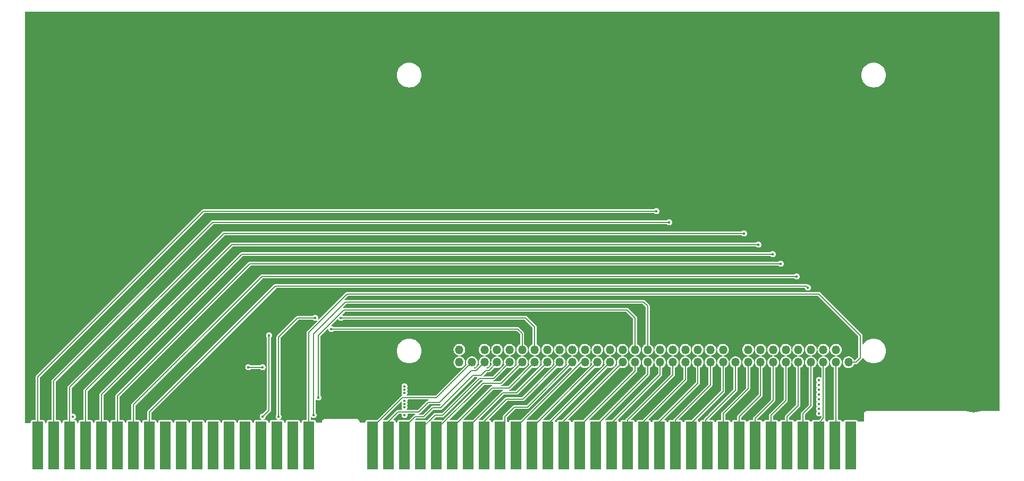
<source format=gbr>
%TF.GenerationSoftware,KiCad,Pcbnew,(7.0.0-0)*%
%TF.CreationDate,2023-03-28T15:20:33+02:00*%
%TF.ProjectId,Vortex-X-ISA-Card,566f7274-6578-42d5-982d-4953412d4361,rev?*%
%TF.SameCoordinates,Original*%
%TF.FileFunction,Copper,L1,Top*%
%TF.FilePolarity,Positive*%
%FSLAX46Y46*%
G04 Gerber Fmt 4.6, Leading zero omitted, Abs format (unit mm)*
G04 Created by KiCad (PCBNEW (7.0.0-0)) date 2023-03-28 15:20:33*
%MOMM*%
%LPD*%
G01*
G04 APERTURE LIST*
%TA.AperFunction,ComponentPad*%
%ADD10C,0.800000*%
%TD*%
%TA.AperFunction,ComponentPad*%
%ADD11C,6.400000*%
%TD*%
%TA.AperFunction,ConnectorPad*%
%ADD12R,1.780000X7.620000*%
%TD*%
%TA.AperFunction,ComponentPad*%
%ADD13R,1.350000X1.350000*%
%TD*%
%TA.AperFunction,ComponentPad*%
%ADD14O,1.350000X1.350000*%
%TD*%
%TA.AperFunction,ViaPad*%
%ADD15C,0.450000*%
%TD*%
%TA.AperFunction,Conductor*%
%ADD16C,0.127000*%
%TD*%
G04 APERTURE END LIST*
D10*
%TO.P,H1,1,1*%
%TO.N,GND*%
X192680000Y-149015000D03*
X193382944Y-147317944D03*
X193382944Y-150712056D03*
X195080000Y-146615000D03*
D11*
X195080000Y-149015000D03*
D10*
X195080000Y-151415000D03*
X196777056Y-147317944D03*
X196777056Y-150712056D03*
X197480000Y-149015000D03*
%TD*%
%TO.P,H2,1,1*%
%TO.N,GND*%
X192680000Y-92500000D03*
X193382944Y-90802944D03*
X193382944Y-94197056D03*
X195080000Y-90100000D03*
D11*
X195080000Y-92500000D03*
D10*
X195080000Y-94900000D03*
X196777056Y-90802944D03*
X196777056Y-94197056D03*
X197480000Y-92500000D03*
%TD*%
D12*
%TO.P,J2,32,IO*%
%TO.N,/IO{slash}~{IOCHK}*%
X175499999Y-157539999D03*
%TO.P,J2,33,DB7*%
%TO.N,/DB7{slash}SD7*%
X172959999Y-157539999D03*
%TO.P,J2,34,DB6*%
%TO.N,/DB6{slash}SD6*%
X170419999Y-157539999D03*
%TO.P,J2,35,DB5*%
%TO.N,/DB5{slash}SD5*%
X167879999Y-157539999D03*
%TO.P,J2,36,DB4*%
%TO.N,/DB4{slash}SD4*%
X165339999Y-157539999D03*
%TO.P,J2,37,DB3*%
%TO.N,/DB3{slash}SD3*%
X162799999Y-157539999D03*
%TO.P,J2,38,DB2*%
%TO.N,/DB2{slash}SD2*%
X160259999Y-157539999D03*
%TO.P,J2,39,DB1*%
%TO.N,/DB1{slash}SD1*%
X157719999Y-157539999D03*
%TO.P,J2,40,DB0*%
%TO.N,/DB0{slash}SD0*%
X155179999Y-157539999D03*
%TO.P,J2,41,IO_READY*%
%TO.N,/IO_READY{slash}IOCHRDY*%
X152639999Y-157539999D03*
%TO.P,J2,42,AEN*%
%TO.N,/AEN*%
X150099999Y-157539999D03*
%TO.P,J2,43,BA19*%
%TO.N,/BA19{slash}SA19*%
X147559999Y-157539999D03*
%TO.P,J2,44,BA18*%
%TO.N,/BA18{slash}SA18*%
X145019999Y-157539999D03*
%TO.P,J2,45,BA17*%
%TO.N,/BA17{slash}SA17*%
X142479999Y-157539999D03*
%TO.P,J2,46,BA16*%
%TO.N,/BA16{slash}SA16*%
X139939999Y-157539999D03*
%TO.P,J2,47,BA15*%
%TO.N,/BA15{slash}SA15*%
X137399999Y-157539999D03*
%TO.P,J2,48,BA14*%
%TO.N,/BA14{slash}SA14*%
X134859999Y-157539999D03*
%TO.P,J2,49,BA13*%
%TO.N,/BA13{slash}SA13*%
X132319999Y-157539999D03*
%TO.P,J2,50,BA12*%
%TO.N,/BA12{slash}SA12*%
X129779999Y-157539999D03*
%TO.P,J2,51,BA11*%
%TO.N,/BA11{slash}SA11*%
X127239999Y-157539999D03*
%TO.P,J2,52,BA10*%
%TO.N,/BA10{slash}SA10*%
X124699999Y-157539999D03*
%TO.P,J2,53,BA09*%
%TO.N,/BA9{slash}SA9*%
X122159999Y-157539999D03*
%TO.P,J2,54,BA08*%
%TO.N,/BA8{slash}SA8*%
X119619999Y-157539999D03*
%TO.P,J2,55,BA07*%
%TO.N,/BA7{slash}SA7*%
X117079999Y-157539999D03*
%TO.P,J2,56,BA06*%
%TO.N,/BA6{slash}SA6*%
X114539999Y-157539999D03*
%TO.P,J2,57,BA05*%
%TO.N,/BA5{slash}SA5*%
X111999999Y-157539999D03*
%TO.P,J2,58,BA04*%
%TO.N,/BA4{slash}SA4*%
X109459999Y-157539999D03*
%TO.P,J2,59,BA03*%
%TO.N,/BA3{slash}SA3*%
X106919999Y-157539999D03*
%TO.P,J2,60,BA02*%
%TO.N,/BA2{slash}SA2*%
X104379999Y-157539999D03*
%TO.P,J2,61,BA01*%
%TO.N,/BA1{slash}SA1*%
X101839999Y-157539999D03*
%TO.P,J2,62,BA00*%
%TO.N,/BA0{slash}SA0*%
X99299999Y-157539999D03*
%TO.P,J2,81,SBHE*%
%TO.N,/SBHE{slash}~{SBHE*%
X89139999Y-157539999D03*
%TO.P,J2,82,LA23*%
%TO.N,/LA23*%
X86599999Y-157539999D03*
%TO.P,J2,83,LA22*%
%TO.N,/LA22*%
X84059999Y-157539999D03*
%TO.P,J2,84,LA21*%
%TO.N,/LA21*%
X81519999Y-157539999D03*
%TO.P,J2,85,LA20*%
%TO.N,/LA20*%
X78979999Y-157539999D03*
%TO.P,J2,86,LA19*%
%TO.N,/LA19*%
X76439999Y-157539999D03*
%TO.P,J2,87,LA18*%
%TO.N,/LA18*%
X73899999Y-157539999D03*
%TO.P,J2,88,LA17*%
%TO.N,/LA17*%
X71359999Y-157539999D03*
%TO.P,J2,89,~{MEMR}*%
%TO.N,/~{MEMR*%
X68819999Y-157539999D03*
%TO.P,J2,90,~{MEMW}*%
%TO.N,/~{MEMW*%
X66279999Y-157539999D03*
%TO.P,J2,91,D8*%
%TO.N,/D8{slash}SD8*%
X63739999Y-157539999D03*
%TO.P,J2,92,D9*%
%TO.N,/D9{slash}SD9*%
X61199999Y-157539999D03*
%TO.P,J2,93,D10*%
%TO.N,/D10{slash}SD10*%
X58659999Y-157539999D03*
%TO.P,J2,94,D11*%
%TO.N,/D11{slash}SD11*%
X56119999Y-157539999D03*
%TO.P,J2,95,D12*%
%TO.N,/D12{slash}SD12*%
X53579999Y-157539999D03*
%TO.P,J2,96,D13*%
%TO.N,/D13{slash}SD13*%
X51039999Y-157539999D03*
%TO.P,J2,97,D14*%
%TO.N,/D14{slash}SD14*%
X48499999Y-157539999D03*
%TO.P,J2,98,D15*%
%TO.N,/D15{slash}SD15*%
X45959999Y-157539999D03*
%TD*%
D13*
%TO.P,U1,1,GND*%
%TO.N,GND*%
X175131999Y-142239999D03*
D14*
%TO.P,U1,2,SBHE*%
%TO.N,/SBHE{slash}~{SBHE*%
X175131999Y-144239999D03*
%TO.P,U1,3,RSTDRV*%
%TO.N,/RESET*%
X173131999Y-142239999D03*
%TO.P,U1,4,SD7*%
%TO.N,/DB7{slash}SD7*%
X173131999Y-144239999D03*
%TO.P,U1,5,VCC*%
%TO.N,+5V*%
X171131999Y-142239999D03*
%TO.P,U1,6,SD6*%
%TO.N,/DB6{slash}SD6*%
X171131999Y-144239999D03*
%TO.P,U1,7,SD8*%
%TO.N,/D8{slash}SD8*%
X169131999Y-142239999D03*
%TO.P,U1,8,SD5*%
%TO.N,/DB5{slash}SD5*%
X169131999Y-144239999D03*
%TO.P,U1,9,SD9*%
%TO.N,/D9{slash}SD9*%
X167131999Y-142239999D03*
%TO.P,U1,10,SD4*%
%TO.N,/DB4{slash}SD4*%
X167131999Y-144239999D03*
%TO.P,U1,11,SD10*%
%TO.N,/D10{slash}SD10*%
X165131999Y-142239999D03*
%TO.P,U1,12,SD3*%
%TO.N,/DB3{slash}SD3*%
X165131999Y-144239999D03*
%TO.P,U1,13,SD11*%
%TO.N,/D11{slash}SD11*%
X163131999Y-142239999D03*
%TO.P,U1,14,SD2*%
%TO.N,/DB2{slash}SD2*%
X163131999Y-144239999D03*
%TO.P,U1,15,SD12*%
%TO.N,/D12{slash}SD12*%
X161131999Y-142239999D03*
%TO.P,U1,16,SD1*%
%TO.N,/DB1{slash}SD1*%
X161131999Y-144239999D03*
%TO.P,U1,17,SD13*%
%TO.N,/D13{slash}SD13*%
X159131999Y-142239999D03*
%TO.P,U1,18,SD0*%
%TO.N,/DB0{slash}SD0*%
X159131999Y-144239999D03*
%TO.P,U1,19,GND*%
%TO.N,GND*%
X157131999Y-142239999D03*
%TO.P,U1,20,IOCHRDY*%
%TO.N,/IO_READY{slash}IOCHRDY*%
X157131999Y-144239999D03*
%TO.P,U1,21,SMEMW*%
%TO.N,/~{SMEMW}*%
X155131999Y-142239999D03*
%TO.P,U1,22,AEN*%
%TO.N,/AEN*%
X155131999Y-144239999D03*
%TO.P,U1,23,SMEMR*%
%TO.N,/~{SMEMR}*%
X153131999Y-142239999D03*
%TO.P,U1,24,SA19*%
%TO.N,/BA19{slash}SA19*%
X153131999Y-144239999D03*
%TO.P,U1,25,IOW*%
%TO.N,/~{IOW}*%
X151131999Y-142239999D03*
%TO.P,U1,26,SA18*%
%TO.N,/BA18{slash}SA18*%
X151131999Y-144239999D03*
%TO.P,U1,27,IOR*%
%TO.N,/~{IOR}*%
X149131999Y-142239999D03*
%TO.P,U1,28,SA17*%
%TO.N,/BA17{slash}SA17*%
X149131999Y-144239999D03*
%TO.P,U1,29,SD14*%
%TO.N,/D14{slash}SD14*%
X147131999Y-142239999D03*
%TO.P,U1,30,SA16*%
%TO.N,/BA16{slash}SA16*%
X147131999Y-144239999D03*
%TO.P,U1,31,SD15*%
%TO.N,/D15{slash}SD15*%
X145131999Y-142239999D03*
%TO.P,U1,32,SA15*%
%TO.N,/BA15{slash}SA15*%
X145131999Y-144239999D03*
%TO.P,U1,33,MEMCS16*%
%TO.N,/~{MEMCS16*%
X143131999Y-142239999D03*
%TO.P,U1,34,SA14*%
%TO.N,/BA14{slash}SA14*%
X143131999Y-144239999D03*
%TO.P,U1,35,IOCS16*%
%TO.N,/~{IOCS16*%
X141131999Y-142239999D03*
%TO.P,U1,36,SA13*%
%TO.N,/BA13{slash}SA13*%
X141131999Y-144239999D03*
%TO.P,U1,37,REFRESH*%
%TO.N,/~{REFRESH*%
X139131999Y-142239999D03*
%TO.P,U1,38,SA12*%
%TO.N,/BA12{slash}SA12*%
X139131999Y-144239999D03*
%TO.P,U1,39,SYSCLK*%
%TO.N,/CLK{slash}BCLK*%
X137131999Y-142239999D03*
%TO.P,U1,40,SA11*%
%TO.N,/BA11{slash}SA11*%
X137131999Y-144239999D03*
%TO.P,U1,41,IRQ7*%
%TO.N,/IRQ7*%
X135131999Y-142239999D03*
%TO.P,U1,42,SA10*%
%TO.N,/BA10{slash}SA10*%
X135131999Y-144239999D03*
%TO.P,U1,43,IRQ6*%
%TO.N,/IRQ6*%
X133131999Y-142239999D03*
%TO.P,U1,44,SA9*%
%TO.N,/BA9{slash}SA9*%
X133131999Y-144239999D03*
%TO.P,U1,45,IRQ5*%
%TO.N,/IRQ5*%
X131131999Y-142239999D03*
%TO.P,U1,46,SA8*%
%TO.N,/BA8{slash}SA8*%
X131131999Y-144239999D03*
%TO.P,U1,47,IRQ4*%
%TO.N,/IRQ4*%
X129131999Y-142239999D03*
%TO.P,U1,48,SA7*%
%TO.N,/BA7{slash}SA7*%
X129131999Y-144239999D03*
%TO.P,U1,49,IRQ3*%
%TO.N,/IRQ3*%
X127131999Y-142239999D03*
%TO.P,U1,50,SA6*%
%TO.N,/BA6{slash}SA6*%
X127131999Y-144239999D03*
%TO.P,U1,51,IRQ10*%
%TO.N,/IRQ10*%
X125131999Y-142239999D03*
%TO.P,U1,52,SA5*%
%TO.N,/BA5{slash}SA5*%
X125131999Y-144239999D03*
%TO.P,U1,53,IRQ11*%
%TO.N,/IRQ11*%
X123131999Y-142239999D03*
%TO.P,U1,54,SA4*%
%TO.N,/BA4{slash}SA4*%
X123131999Y-144239999D03*
%TO.P,U1,55,BALE*%
%TO.N,/ALE{slash}BALE*%
X121131999Y-142239999D03*
%TO.P,U1,56,SA3*%
%TO.N,/BA3{slash}SA3*%
X121131999Y-144239999D03*
%TO.P,U1,57,VCC*%
%TO.N,+5V*%
X119131999Y-142239999D03*
%TO.P,U1,58,SA2*%
%TO.N,/BA2{slash}SA2*%
X119131999Y-144239999D03*
%TO.P,U1,59,OSC*%
%TO.N,/OSC*%
X117131999Y-142239999D03*
%TO.P,U1,60,SA1*%
%TO.N,/BA1{slash}SA1*%
X117131999Y-144239999D03*
%TO.P,U1,61,GND*%
%TO.N,GND*%
X115131999Y-142239999D03*
%TO.P,U1,62,SA0*%
%TO.N,/BA0{slash}SA0*%
X115131999Y-144239999D03*
%TO.P,U1,63,IRQ12*%
%TO.N,/IRQ12*%
X113131999Y-142239999D03*
%TO.P,U1,64,IRQ14*%
%TO.N,/IRQ14*%
X113131999Y-144239999D03*
%TD*%
D15*
%TO.N,GND*%
X147447000Y-152654000D03*
X84836000Y-151384000D03*
X99314000Y-152654000D03*
X175514000Y-151638000D03*
X126746000Y-151892000D03*
X99314000Y-151130000D03*
X175514000Y-147828000D03*
X121666000Y-152908000D03*
X99314000Y-152146000D03*
X120142000Y-151638000D03*
X108204000Y-151384000D03*
X103124000Y-153162000D03*
X99314000Y-149606000D03*
X106934000Y-150622000D03*
X149733000Y-152654000D03*
X112522000Y-152908000D03*
X175514000Y-147066000D03*
X78486000Y-152908000D03*
X99314000Y-151638000D03*
X136906000Y-145542000D03*
X175514000Y-150114000D03*
X99314000Y-149098000D03*
X139446000Y-145542000D03*
X123952000Y-151892000D03*
X175514000Y-150876000D03*
X99314000Y-148082000D03*
X102870000Y-151892000D03*
X175514000Y-152400000D03*
X109982000Y-153162000D03*
X122174000Y-151892000D03*
X126746000Y-145542000D03*
X175514000Y-148590000D03*
X152614550Y-152614550D03*
X115062000Y-152908000D03*
X99314000Y-150622000D03*
X109220000Y-152146000D03*
X99314000Y-150114000D03*
X89408000Y-137922000D03*
X175514000Y-149352000D03*
X99314000Y-148590000D03*
X46482000Y-152908000D03*
X144780000Y-152654000D03*
%TO.N,+5V*%
X104394000Y-150876000D03*
X170434000Y-148590000D03*
X170434000Y-147828000D03*
X104394000Y-149098000D03*
X104394000Y-151384000D03*
X170434000Y-152400000D03*
X104394000Y-148590000D03*
X170434000Y-151638000D03*
X104394000Y-150368000D03*
X170434000Y-147066000D03*
X104394000Y-152654000D03*
X170434000Y-149352000D03*
X170434000Y-150114000D03*
X104394000Y-148082000D03*
X170434000Y-150876000D03*
X51562000Y-152908000D03*
%TO.N,/D8{slash}SD8*%
X168656000Y-132334000D03*
%TO.N,/D9{slash}SD9*%
X166878000Y-130556000D03*
%TO.N,/D10{slash}SD10*%
X164338000Y-128524000D03*
%TO.N,/D11{slash}SD11*%
X163068000Y-127000000D03*
%TO.N,/D12{slash}SD12*%
X160782000Y-125476000D03*
%TO.N,/D13{slash}SD13*%
X158496000Y-123698000D03*
%TO.N,/D14{slash}SD14*%
X146558000Y-121920000D03*
%TO.N,/D15{slash}SD15*%
X144526000Y-120142000D03*
%TO.N,/IRQ10*%
X94234000Y-137160000D03*
X90170000Y-137160000D03*
X84328000Y-152908000D03*
%TO.N,/IRQ11*%
X81788000Y-152908000D03*
X82804000Y-139954000D03*
X92710000Y-138938000D03*
%TO.N,/IRQ14*%
X81788000Y-145034000D03*
X79502000Y-145034000D03*
%TO.N,/~{MEMCS16*%
X89916000Y-152654000D03*
%TO.N,/~{IOCS16*%
X90678000Y-149860000D03*
%TD*%
D16*
%TO.N,/DB6{slash}SD6*%
X171132000Y-153226000D02*
X170420000Y-153938000D01*
X171132000Y-144240000D02*
X171132000Y-153226000D01*
X170420000Y-153938000D02*
X170420000Y-157540000D01*
%TO.N,/DB5{slash}SD5*%
X169132000Y-151162000D02*
X167880000Y-152414000D01*
X169132000Y-144240000D02*
X169132000Y-151162000D01*
X167880000Y-152414000D02*
X167880000Y-157540000D01*
%TO.N,/DB4{slash}SD4*%
X167132000Y-151130000D02*
X167132000Y-144240000D01*
X165340000Y-157540000D02*
X165340000Y-152922000D01*
X165340000Y-152922000D02*
X167132000Y-151130000D01*
%TO.N,/DB3{slash}SD3*%
X165132000Y-150336000D02*
X162800000Y-152668000D01*
X165132000Y-144240000D02*
X165132000Y-150336000D01*
X162800000Y-152668000D02*
X162800000Y-157540000D01*
%TO.N,/DB2{slash}SD2*%
X163132000Y-150304000D02*
X163132000Y-144240000D01*
X160260000Y-153176000D02*
X163132000Y-150304000D01*
X160260000Y-157540000D02*
X160260000Y-153176000D01*
%TO.N,/DB1{slash}SD1*%
X161132000Y-144240000D02*
X161132000Y-149510000D01*
X161132000Y-149510000D02*
X157720000Y-152922000D01*
X157720000Y-152922000D02*
X157720000Y-157540000D01*
%TO.N,/DB0{slash}SD0*%
X159132000Y-148462000D02*
X159132000Y-144240000D01*
X155180000Y-157540000D02*
X155180000Y-152414000D01*
X155180000Y-152414000D02*
X159132000Y-148462000D01*
%TO.N,/IO_READY{slash}IOCHRDY*%
X152400000Y-157300000D02*
X152640000Y-157540000D01*
X157132000Y-148684000D02*
X152400000Y-153416000D01*
X157132000Y-144240000D02*
X157132000Y-148684000D01*
X152400000Y-153416000D02*
X152400000Y-157300000D01*
%TO.N,/AEN*%
X150100000Y-153938000D02*
X155132000Y-148906000D01*
X155132000Y-148906000D02*
X155132000Y-144240000D01*
X150100000Y-157540000D02*
X150100000Y-153938000D01*
%TO.N,/BA19{slash}SA19*%
X147560000Y-153430000D02*
X147560000Y-157540000D01*
X153132000Y-147858000D02*
X147560000Y-153430000D01*
X153132000Y-144240000D02*
X153132000Y-147858000D01*
%TO.N,/BA18{slash}SA18*%
X145020000Y-157540000D02*
X145020000Y-153684000D01*
X151132000Y-147572000D02*
X151132000Y-144240000D01*
X145020000Y-153684000D02*
X151132000Y-147572000D01*
%TO.N,/BA17{slash}SA17*%
X142480000Y-153684000D02*
X149132000Y-147032000D01*
X149132000Y-147032000D02*
X149132000Y-144240000D01*
X142480000Y-157540000D02*
X142480000Y-153684000D01*
%TO.N,/BA16{slash}SA16*%
X147132000Y-146238000D02*
X139940000Y-153430000D01*
X139940000Y-153430000D02*
X139940000Y-157540000D01*
X147132000Y-144240000D02*
X147132000Y-146238000D01*
%TO.N,/BA15{slash}SA15*%
X145132000Y-146206000D02*
X145132000Y-144240000D01*
X137400000Y-153938000D02*
X145132000Y-146206000D01*
X137400000Y-157540000D02*
X137400000Y-153938000D01*
%TO.N,/BA14{slash}SA14*%
X143132000Y-146174000D02*
X134860000Y-154446000D01*
X143132000Y-144240000D02*
X143132000Y-146174000D01*
X134860000Y-154446000D02*
X134860000Y-157540000D01*
%TO.N,/BA13{slash}SA13*%
X141132000Y-144240000D02*
X141132000Y-145634000D01*
X132320000Y-154446000D02*
X132320000Y-157540000D01*
X141132000Y-145634000D02*
X132320000Y-154446000D01*
X132320000Y-157540000D02*
X132320000Y-153938000D01*
%TO.N,/BA12{slash}SA12*%
X139132000Y-144240000D02*
X129780000Y-153592000D01*
X129780000Y-153592000D02*
X129780000Y-157540000D01*
%TO.N,/BA1{slash}SA1*%
X109982000Y-150622000D02*
X108204000Y-150622000D01*
X101840000Y-153684000D02*
X101840000Y-157540000D01*
X115830000Y-145542000D02*
X115062000Y-145542000D01*
X106680000Y-152146000D02*
X103378000Y-152146000D01*
X115062000Y-145542000D02*
X109982000Y-150622000D01*
X108204000Y-150622000D02*
X106680000Y-152146000D01*
X103378000Y-152146000D02*
X101840000Y-153684000D01*
X117132000Y-144240000D02*
X115830000Y-145542000D01*
%TO.N,/BA10{slash}SA10*%
X135132000Y-144240000D02*
X124700000Y-154672000D01*
X124700000Y-154672000D02*
X124700000Y-157540000D01*
%TO.N,/BA9{slash}SA9*%
X122160000Y-154620000D02*
X132540000Y-144240000D01*
X122160000Y-157540000D02*
X122160000Y-154620000D01*
X132540000Y-144240000D02*
X133132000Y-144240000D01*
%TO.N,/BA8{slash}SA8*%
X121920000Y-151384000D02*
X123988000Y-151384000D01*
X120396000Y-152908000D02*
X121920000Y-151384000D01*
X123988000Y-151384000D02*
X131132000Y-144240000D01*
X120396000Y-154223000D02*
X120396000Y-152908000D01*
X119620000Y-154999000D02*
X120396000Y-154223000D01*
X119620000Y-157540000D02*
X119620000Y-154999000D01*
%TO.N,/BA7{slash}SA7*%
X123258000Y-150114000D02*
X120650000Y-150114000D01*
X129132000Y-144240000D02*
X123258000Y-150114000D01*
X117080000Y-153684000D02*
X117080000Y-157540000D01*
X120650000Y-150114000D02*
X117080000Y-153684000D01*
%TO.N,/BA6{slash}SA6*%
X120062000Y-149098000D02*
X122274000Y-149098000D01*
X114540000Y-157540000D02*
X114540000Y-154620000D01*
X114540000Y-154620000D02*
X120062000Y-149098000D01*
X122274000Y-149098000D02*
X127132000Y-144240000D01*
%TO.N,/BA5{slash}SA5*%
X118364000Y-148336000D02*
X112000000Y-154700000D01*
X112000000Y-154700000D02*
X112000000Y-157540000D01*
X125132000Y-144240000D02*
X121036000Y-148336000D01*
X121036000Y-148336000D02*
X118364000Y-148336000D01*
%TO.N,/BA4{slash}SA4*%
X119798000Y-147574000D02*
X116885000Y-147574000D01*
X116885000Y-147574000D02*
X109460000Y-154999000D01*
X109460000Y-154999000D02*
X109460000Y-157540000D01*
X123132000Y-144240000D02*
X119798000Y-147574000D01*
%TO.N,/BA3{slash}SA3*%
X106920000Y-154999000D02*
X106920000Y-157540000D01*
X109242500Y-152676500D02*
X106920000Y-154999000D01*
X110467500Y-152676500D02*
X109242500Y-152676500D01*
X121132000Y-144240000D02*
X118560000Y-146812000D01*
X116332000Y-146812000D02*
X110467500Y-152676500D01*
X118560000Y-146812000D02*
X116332000Y-146812000D01*
%TO.N,/DB7{slash}SD7*%
X173132000Y-157368000D02*
X172960000Y-157540000D01*
X173132000Y-144240000D02*
X173132000Y-157368000D01*
%TO.N,/BA2{slash}SA2*%
X115316000Y-146304000D02*
X110109000Y-151511000D01*
X104380000Y-154620000D02*
X106092000Y-152908000D01*
X107442000Y-152908000D02*
X108839000Y-151511000D01*
X104380000Y-157540000D02*
X104380000Y-154620000D01*
X116586000Y-146304000D02*
X117348000Y-145542000D01*
X115316000Y-146304000D02*
X116586000Y-146304000D01*
X106092000Y-152908000D02*
X107442000Y-152908000D01*
X117348000Y-145542000D02*
X117830000Y-145542000D01*
X110109000Y-151511000D02*
X108839000Y-151511000D01*
X117830000Y-145542000D02*
X119132000Y-144240000D01*
%TO.N,/BA0{slash}SA0*%
X99300000Y-153938000D02*
X99300000Y-157540000D01*
X114573000Y-144799000D02*
X115132000Y-144240000D01*
X99300000Y-157540000D02*
X99300000Y-154620000D01*
X99300000Y-154620000D02*
X104060000Y-149860000D01*
X109474000Y-149860000D02*
X114535000Y-144799000D01*
X104060000Y-149860000D02*
X109474000Y-149860000D01*
X114535000Y-144799000D02*
X114573000Y-144799000D01*
%TO.N,/LA23*%
X86600000Y-154700000D02*
X87122000Y-154178000D01*
X86600000Y-157540000D02*
X86600000Y-154700000D01*
%TO.N,/D8{slash}SD8*%
X168402000Y-132080000D02*
X168656000Y-132334000D01*
X63740000Y-157540000D02*
X63740000Y-152160000D01*
X83820000Y-132080000D02*
X168402000Y-132080000D01*
X63740000Y-152160000D02*
X83820000Y-132080000D01*
%TO.N,/D9{slash}SD9*%
X166878000Y-130556000D02*
X81647000Y-130556000D01*
X61200000Y-151003000D02*
X61200000Y-157540000D01*
X81647000Y-130556000D02*
X61200000Y-151003000D01*
%TO.N,/D10{slash}SD10*%
X58660000Y-149620000D02*
X79756000Y-128524000D01*
X58660000Y-157540000D02*
X58660000Y-149620000D01*
X79756000Y-128524000D02*
X164338000Y-128524000D01*
%TO.N,/D11{slash}SD11*%
X78486000Y-127000000D02*
X56120000Y-149366000D01*
X163068000Y-127000000D02*
X78486000Y-127000000D01*
X56120000Y-149366000D02*
X56120000Y-157540000D01*
%TO.N,/D12{slash}SD12*%
X53580000Y-148731000D02*
X76835000Y-125476000D01*
X76835000Y-125476000D02*
X160274000Y-125476000D01*
X160782000Y-125476000D02*
X160020000Y-125476000D01*
X53580000Y-157540000D02*
X53580000Y-148731000D01*
%TO.N,/D13{slash}SD13*%
X75565000Y-123698000D02*
X51040000Y-148223000D01*
X158496000Y-123698000D02*
X75565000Y-123698000D01*
X51040000Y-148223000D02*
X51040000Y-157540000D01*
%TO.N,/D14{slash}SD14*%
X48500000Y-157540000D02*
X48500000Y-147207000D01*
X48500000Y-147207000D02*
X73787000Y-121920000D01*
X73787000Y-121920000D02*
X146558000Y-121920000D01*
%TO.N,/D15{slash}SD15*%
X144526000Y-120142000D02*
X72390000Y-120142000D01*
X72390000Y-120142000D02*
X45960000Y-146572000D01*
X45960000Y-146572000D02*
X45960000Y-157540000D01*
%TO.N,/IRQ10*%
X84328000Y-140208000D02*
X84328000Y-152908000D01*
X123698000Y-137160000D02*
X94234000Y-137160000D01*
X125132000Y-142240000D02*
X125132000Y-138594000D01*
X87376000Y-137160000D02*
X84328000Y-140208000D01*
X90170000Y-137160000D02*
X87376000Y-137160000D01*
X125132000Y-138594000D02*
X123698000Y-137160000D01*
%TO.N,/IRQ11*%
X123132000Y-139642000D02*
X122428000Y-138938000D01*
X122428000Y-138938000D02*
X92710000Y-138938000D01*
X82804000Y-151892000D02*
X81788000Y-152908000D01*
X123132000Y-142240000D02*
X123132000Y-139642000D01*
X82804000Y-139954000D02*
X82804000Y-151892000D01*
%TO.N,/IRQ14*%
X81788000Y-145034000D02*
X79502000Y-145034000D01*
%TO.N,/BA11{slash}SA11*%
X127240000Y-154132000D02*
X137132000Y-144240000D01*
X127240000Y-157540000D02*
X127240000Y-154132000D01*
%TO.N,/~{MEMCS16*%
X89916000Y-139954000D02*
X89916000Y-152654000D01*
X143132000Y-135258000D02*
X142494000Y-134620000D01*
X94996000Y-134620000D02*
X90932000Y-138684000D01*
X142494000Y-134620000D02*
X94996000Y-134620000D01*
X143132000Y-142240000D02*
X143132000Y-135258000D01*
X90932000Y-138684000D02*
X89916000Y-139700000D01*
X89916000Y-139700000D02*
X89916000Y-139954000D01*
%TO.N,/~{IOCS16*%
X90678000Y-139954000D02*
X94742000Y-135890000D01*
X94742000Y-135890000D02*
X139862000Y-135890000D01*
X90678000Y-149860000D02*
X90678000Y-139954000D01*
X139862000Y-135890000D02*
X141132000Y-137160000D01*
X141132000Y-137160000D02*
X141132000Y-142240000D01*
%TO.N,/SBHE{slash}~{SBHE*%
X177038000Y-143510000D02*
X176308000Y-144240000D01*
X170434000Y-133350000D02*
X177038000Y-139954000D01*
X95250000Y-133350000D02*
X170434000Y-133350000D01*
X89140000Y-157540000D02*
X89140000Y-151906000D01*
X89140000Y-157540000D02*
X89140000Y-139460000D01*
X177038000Y-139954000D02*
X177038000Y-143510000D01*
X176308000Y-144240000D02*
X175132000Y-144240000D01*
X89140000Y-139460000D02*
X95250000Y-133350000D01*
%TD*%
%TA.AperFunction,Conductor*%
%TO.N,GND*%
G36*
X199141048Y-88372952D02*
G01*
X199159500Y-88417500D01*
X199159500Y-151966500D01*
X199141048Y-152011048D01*
X199096500Y-152029500D01*
X178107648Y-152029500D01*
X177972352Y-152029500D01*
X177944050Y-152037809D01*
X177935274Y-152039718D01*
X177910544Y-152043274D01*
X177910534Y-152043276D01*
X177906082Y-152043917D01*
X177901987Y-152045786D01*
X177901987Y-152045787D01*
X177879261Y-152056165D01*
X177870843Y-152059305D01*
X177846858Y-152066348D01*
X177846856Y-152066348D01*
X177842537Y-152067617D01*
X177838750Y-152070050D01*
X177838747Y-152070052D01*
X177817728Y-152083560D01*
X177809842Y-152087866D01*
X177787112Y-152098246D01*
X177787101Y-152098252D01*
X177783013Y-152100120D01*
X177779571Y-152103103D01*
X177760723Y-152119434D01*
X177753531Y-152124817D01*
X177732513Y-152138325D01*
X177732507Y-152138329D01*
X177728720Y-152140764D01*
X177725772Y-152144164D01*
X177725767Y-152144170D01*
X177709404Y-152163053D01*
X177703053Y-152169404D01*
X177684170Y-152185767D01*
X177684164Y-152185772D01*
X177680764Y-152188720D01*
X177678329Y-152192507D01*
X177678325Y-152192513D01*
X177664817Y-152213531D01*
X177659436Y-152220720D01*
X177640120Y-152243013D01*
X177638252Y-152247101D01*
X177638246Y-152247112D01*
X177627866Y-152269842D01*
X177623560Y-152277728D01*
X177610052Y-152298747D01*
X177610050Y-152298750D01*
X177607617Y-152302537D01*
X177606348Y-152306856D01*
X177606348Y-152306858D01*
X177599305Y-152330843D01*
X177596165Y-152339261D01*
X177588839Y-152355303D01*
X177583917Y-152366082D01*
X177583276Y-152370534D01*
X177583274Y-152370544D01*
X177579718Y-152395274D01*
X177577809Y-152404050D01*
X177569500Y-152432352D01*
X177569500Y-152436861D01*
X177569500Y-153642937D01*
X177551084Y-153687449D01*
X177506602Y-153705936D01*
X177392371Y-153706122D01*
X176696765Y-153707251D01*
X176656735Y-153692982D01*
X176634873Y-153656539D01*
X176630945Y-153636786D01*
X176630944Y-153636784D01*
X176629734Y-153630699D01*
X176573484Y-153546516D01*
X176489301Y-153490266D01*
X176483213Y-153489055D01*
X176418101Y-153476103D01*
X176418096Y-153476102D01*
X176415067Y-153475500D01*
X176411975Y-153475500D01*
X174588029Y-153475500D01*
X174588018Y-153475500D01*
X174584934Y-153475501D01*
X174581905Y-153476103D01*
X174581899Y-153476104D01*
X174516785Y-153489055D01*
X174516782Y-153489056D01*
X174510699Y-153490266D01*
X174505539Y-153493713D01*
X174505536Y-153493715D01*
X174431678Y-153543066D01*
X174431675Y-153543068D01*
X174426516Y-153546516D01*
X174423068Y-153551675D01*
X174423066Y-153551678D01*
X174373714Y-153625538D01*
X174373714Y-153625539D01*
X174370266Y-153630699D01*
X174369055Y-153636784D01*
X174369055Y-153636786D01*
X174364352Y-153660429D01*
X174342569Y-153696805D01*
X174302665Y-153711137D01*
X174157585Y-153711372D01*
X174117555Y-153697103D01*
X174095693Y-153660661D01*
X174091692Y-153640544D01*
X174089734Y-153630699D01*
X174033484Y-153546516D01*
X173949301Y-153490266D01*
X173943213Y-153489055D01*
X173878101Y-153476103D01*
X173878096Y-153476102D01*
X173875067Y-153475500D01*
X173871975Y-153475500D01*
X173513000Y-153475500D01*
X173468452Y-153457048D01*
X173450000Y-153412500D01*
X173450000Y-145156794D01*
X173460164Y-145122481D01*
X173487375Y-145099240D01*
X173599310Y-145049405D01*
X173757383Y-144934558D01*
X173888123Y-144789356D01*
X173985818Y-144620144D01*
X174046196Y-144434318D01*
X174066620Y-144240000D01*
X174046196Y-144045682D01*
X173985818Y-143859856D01*
X173888123Y-143690644D01*
X173885909Y-143688185D01*
X173759590Y-143547893D01*
X173759589Y-143547892D01*
X173757383Y-143545442D01*
X173754716Y-143543504D01*
X173601978Y-143432533D01*
X173601975Y-143432531D01*
X173599310Y-143430595D01*
X173596298Y-143429254D01*
X173596293Y-143429251D01*
X173423833Y-143352468D01*
X173423828Y-143352466D01*
X173420813Y-143351124D01*
X173417587Y-143350438D01*
X173417580Y-143350436D01*
X173232926Y-143311187D01*
X173229694Y-143310500D01*
X173034306Y-143310500D01*
X173031074Y-143311186D01*
X173031073Y-143311187D01*
X172846419Y-143350436D01*
X172846410Y-143350438D01*
X172843187Y-143351124D01*
X172840174Y-143352465D01*
X172840166Y-143352468D01*
X172667706Y-143429251D01*
X172667696Y-143429256D01*
X172664690Y-143430595D01*
X172662028Y-143432528D01*
X172662021Y-143432533D01*
X172509283Y-143543504D01*
X172509277Y-143543509D01*
X172506617Y-143545442D01*
X172504414Y-143547887D01*
X172504409Y-143547893D01*
X172378090Y-143688185D01*
X172378085Y-143688191D01*
X172375877Y-143690644D01*
X172374224Y-143693506D01*
X172374224Y-143693507D01*
X172279828Y-143857003D01*
X172279824Y-143857011D01*
X172278182Y-143859856D01*
X172277165Y-143862985D01*
X172277164Y-143862988D01*
X172218824Y-144042541D01*
X172218822Y-144042546D01*
X172217804Y-144045682D01*
X172217460Y-144048958D01*
X172217458Y-144048967D01*
X172208301Y-144136095D01*
X172197380Y-144240000D01*
X172197725Y-144243282D01*
X172217458Y-144431032D01*
X172217459Y-144431037D01*
X172217804Y-144434318D01*
X172278182Y-144620144D01*
X172279825Y-144622991D01*
X172279828Y-144622996D01*
X172307715Y-144671297D01*
X172375877Y-144789356D01*
X172506617Y-144934558D01*
X172664690Y-145049405D01*
X172776624Y-145099240D01*
X172803836Y-145122481D01*
X172814000Y-145156794D01*
X172814000Y-153412501D01*
X172795548Y-153457049D01*
X172751000Y-153475501D01*
X172044934Y-153475501D01*
X172041905Y-153476103D01*
X172041899Y-153476104D01*
X171976785Y-153489055D01*
X171976782Y-153489056D01*
X171970699Y-153490266D01*
X171965539Y-153493713D01*
X171965536Y-153493715D01*
X171891678Y-153543066D01*
X171891675Y-153543068D01*
X171886516Y-153546516D01*
X171883068Y-153551675D01*
X171883066Y-153551678D01*
X171833714Y-153625538D01*
X171833714Y-153625539D01*
X171830266Y-153630699D01*
X171829055Y-153636784D01*
X171829055Y-153636786D01*
X171823532Y-153664553D01*
X171801749Y-153700929D01*
X171761845Y-153715262D01*
X171618405Y-153715495D01*
X171578375Y-153701226D01*
X171556513Y-153664784D01*
X171554185Y-153653080D01*
X171549734Y-153630699D01*
X171493484Y-153546516D01*
X171451090Y-153518189D01*
X171413131Y-153492825D01*
X171386778Y-153454749D01*
X171393572Y-153408944D01*
X171399082Y-153399400D01*
X171402023Y-153394783D01*
X171424652Y-153362466D01*
X171426181Y-153356755D01*
X171432480Y-153341552D01*
X171435432Y-153336440D01*
X171442279Y-153297603D01*
X171443466Y-153292245D01*
X171453677Y-153254143D01*
X171450240Y-153214858D01*
X171450000Y-153209367D01*
X171450000Y-145156794D01*
X171460164Y-145122481D01*
X171487375Y-145099240D01*
X171599310Y-145049405D01*
X171757383Y-144934558D01*
X171888123Y-144789356D01*
X171985818Y-144620144D01*
X172046196Y-144434318D01*
X172066620Y-144240000D01*
X172046196Y-144045682D01*
X171985818Y-143859856D01*
X171888123Y-143690644D01*
X171885909Y-143688185D01*
X171759590Y-143547893D01*
X171759589Y-143547892D01*
X171757383Y-143545442D01*
X171754716Y-143543504D01*
X171601978Y-143432533D01*
X171601975Y-143432531D01*
X171599310Y-143430595D01*
X171596298Y-143429254D01*
X171596293Y-143429251D01*
X171423833Y-143352468D01*
X171423828Y-143352466D01*
X171420813Y-143351124D01*
X171417587Y-143350438D01*
X171417580Y-143350436D01*
X171232926Y-143311187D01*
X171229694Y-143310500D01*
X171034306Y-143310500D01*
X171031074Y-143311186D01*
X171031073Y-143311187D01*
X170846419Y-143350436D01*
X170846410Y-143350438D01*
X170843187Y-143351124D01*
X170840174Y-143352465D01*
X170840166Y-143352468D01*
X170667706Y-143429251D01*
X170667696Y-143429256D01*
X170664690Y-143430595D01*
X170662028Y-143432528D01*
X170662021Y-143432533D01*
X170509283Y-143543504D01*
X170509277Y-143543509D01*
X170506617Y-143545442D01*
X170504414Y-143547887D01*
X170504409Y-143547893D01*
X170378090Y-143688185D01*
X170378085Y-143688191D01*
X170375877Y-143690644D01*
X170374224Y-143693506D01*
X170374224Y-143693507D01*
X170279828Y-143857003D01*
X170279824Y-143857011D01*
X170278182Y-143859856D01*
X170277165Y-143862985D01*
X170277164Y-143862988D01*
X170218824Y-144042541D01*
X170218822Y-144042546D01*
X170217804Y-144045682D01*
X170217460Y-144048958D01*
X170217458Y-144048967D01*
X170208301Y-144136095D01*
X170197380Y-144240000D01*
X170197725Y-144243282D01*
X170217458Y-144431032D01*
X170217459Y-144431037D01*
X170217804Y-144434318D01*
X170278182Y-144620144D01*
X170279825Y-144622991D01*
X170279828Y-144622996D01*
X170307715Y-144671297D01*
X170375877Y-144789356D01*
X170506617Y-144934558D01*
X170664690Y-145049405D01*
X170776624Y-145099240D01*
X170803836Y-145122481D01*
X170814000Y-145156794D01*
X170814000Y-146624852D01*
X170798612Y-146666108D01*
X170759966Y-146687211D01*
X170716940Y-146677851D01*
X170639032Y-146627782D01*
X170639026Y-146627779D01*
X170635240Y-146625346D01*
X170502942Y-146586500D01*
X170365058Y-146586500D01*
X170360733Y-146587769D01*
X170360732Y-146587770D01*
X170237084Y-146624076D01*
X170237081Y-146624077D01*
X170232760Y-146625346D01*
X170228975Y-146627778D01*
X170228967Y-146627782D01*
X170120555Y-146697455D01*
X170120553Y-146697456D01*
X170116765Y-146699891D01*
X170113816Y-146703293D01*
X170113814Y-146703296D01*
X170113447Y-146703720D01*
X170026471Y-146804097D01*
X170024601Y-146808190D01*
X170024598Y-146808196D01*
X169971063Y-146925421D01*
X169971061Y-146925426D01*
X169969192Y-146929520D01*
X169968551Y-146933973D01*
X169968550Y-146933979D01*
X169954867Y-147029153D01*
X169949569Y-147066000D01*
X169950210Y-147070458D01*
X169968550Y-147198020D01*
X169968551Y-147198024D01*
X169969192Y-147202480D01*
X169971062Y-147206574D01*
X169971063Y-147206578D01*
X170024598Y-147323803D01*
X170024600Y-147323806D01*
X170026471Y-147327903D01*
X170058456Y-147364816D01*
X170093919Y-147405743D01*
X170109307Y-147446999D01*
X170093920Y-147488254D01*
X170029422Y-147562690D01*
X170029418Y-147562695D01*
X170026471Y-147566097D01*
X170024601Y-147570190D01*
X170024598Y-147570196D01*
X169971063Y-147687421D01*
X169971061Y-147687426D01*
X169969192Y-147691520D01*
X169968551Y-147695973D01*
X169968550Y-147695979D01*
X169952356Y-147808619D01*
X169949569Y-147828000D01*
X169950210Y-147832458D01*
X169968550Y-147960020D01*
X169968551Y-147960024D01*
X169969192Y-147964480D01*
X169971062Y-147968574D01*
X169971063Y-147968578D01*
X170024598Y-148085803D01*
X170024600Y-148085806D01*
X170026471Y-148089903D01*
X170082103Y-148154106D01*
X170093920Y-148167744D01*
X170109307Y-148209000D01*
X170093920Y-148250255D01*
X170026471Y-148328097D01*
X170024601Y-148332190D01*
X170024598Y-148332196D01*
X169971063Y-148449421D01*
X169971061Y-148449426D01*
X169969192Y-148453520D01*
X169968551Y-148457973D01*
X169968550Y-148457979D01*
X169951359Y-148577552D01*
X169949569Y-148590000D01*
X169950210Y-148594458D01*
X169968550Y-148722020D01*
X169968551Y-148722024D01*
X169969192Y-148726480D01*
X169971062Y-148730574D01*
X169971063Y-148730578D01*
X170024598Y-148847803D01*
X170024600Y-148847806D01*
X170026471Y-148851903D01*
X170063688Y-148894854D01*
X170093920Y-148929744D01*
X170109307Y-148971000D01*
X170093920Y-149012255D01*
X170026471Y-149090097D01*
X170024601Y-149094190D01*
X170024598Y-149094196D01*
X169971063Y-149211421D01*
X169971061Y-149211426D01*
X169969192Y-149215520D01*
X169968551Y-149219973D01*
X169968550Y-149219979D01*
X169954867Y-149315153D01*
X169949569Y-149352000D01*
X169950210Y-149356458D01*
X169968550Y-149484020D01*
X169968551Y-149484024D01*
X169969192Y-149488480D01*
X169971062Y-149492574D01*
X169971063Y-149492578D01*
X170024598Y-149609803D01*
X170024600Y-149609806D01*
X170026471Y-149613903D01*
X170082672Y-149678763D01*
X170093920Y-149691744D01*
X170109307Y-149733000D01*
X170093920Y-149774255D01*
X170026471Y-149852097D01*
X170024601Y-149856190D01*
X170024598Y-149856196D01*
X169971063Y-149973421D01*
X169971061Y-149973426D01*
X169969192Y-149977520D01*
X169968551Y-149981973D01*
X169968550Y-149981979D01*
X169954867Y-150077153D01*
X169949569Y-150114000D01*
X169950210Y-150118458D01*
X169968550Y-150246020D01*
X169968551Y-150246024D01*
X169969192Y-150250480D01*
X169971062Y-150254574D01*
X169971063Y-150254578D01*
X170024598Y-150371803D01*
X170024600Y-150371806D01*
X170026471Y-150375903D01*
X170093920Y-150453744D01*
X170109307Y-150495000D01*
X170093920Y-150536255D01*
X170026471Y-150614097D01*
X170024601Y-150618190D01*
X170024598Y-150618196D01*
X169971063Y-150735421D01*
X169971061Y-150735426D01*
X169969192Y-150739520D01*
X169968551Y-150743973D01*
X169968550Y-150743979D01*
X169951580Y-150862016D01*
X169949569Y-150876000D01*
X169950210Y-150880458D01*
X169968550Y-151008020D01*
X169968551Y-151008024D01*
X169969192Y-151012480D01*
X169971062Y-151016574D01*
X169971063Y-151016578D01*
X170024598Y-151133803D01*
X170024600Y-151133806D01*
X170026471Y-151137903D01*
X170092991Y-151214672D01*
X170093920Y-151215744D01*
X170109307Y-151257000D01*
X170093920Y-151298255D01*
X170026471Y-151376097D01*
X170024601Y-151380190D01*
X170024598Y-151380196D01*
X169971063Y-151497421D01*
X169971061Y-151497426D01*
X169969192Y-151501520D01*
X169968551Y-151505973D01*
X169968550Y-151505979D01*
X169954867Y-151601153D01*
X169949569Y-151638000D01*
X169950210Y-151642458D01*
X169968550Y-151770020D01*
X169968551Y-151770024D01*
X169969192Y-151774480D01*
X169971062Y-151778574D01*
X169971063Y-151778578D01*
X170024598Y-151895803D01*
X170024600Y-151895806D01*
X170026471Y-151899903D01*
X170076130Y-151957213D01*
X170093920Y-151977744D01*
X170109307Y-152019000D01*
X170093920Y-152060255D01*
X170026471Y-152138097D01*
X170024601Y-152142190D01*
X170024598Y-152142196D01*
X169971063Y-152259421D01*
X169971061Y-152259426D01*
X169969192Y-152263520D01*
X169968551Y-152267973D01*
X169968550Y-152267979D01*
X169954446Y-152366082D01*
X169949569Y-152400000D01*
X169950210Y-152404458D01*
X169968550Y-152532020D01*
X169968551Y-152532024D01*
X169969192Y-152536480D01*
X169971062Y-152540574D01*
X169971063Y-152540578D01*
X170024598Y-152657803D01*
X170024600Y-152657806D01*
X170026471Y-152661903D01*
X170116765Y-152766109D01*
X170158277Y-152792787D01*
X170228967Y-152838217D01*
X170228970Y-152838218D01*
X170232760Y-152840654D01*
X170365058Y-152879500D01*
X170498434Y-152879500D01*
X170502942Y-152879500D01*
X170635240Y-152840654D01*
X170712105Y-152791256D01*
X170716940Y-152788149D01*
X170759966Y-152778789D01*
X170798612Y-152799892D01*
X170814000Y-152841148D01*
X170814000Y-153068184D01*
X170809204Y-153092293D01*
X170795548Y-153112732D01*
X170451231Y-153457048D01*
X170406683Y-153475500D01*
X169508029Y-153475500D01*
X169508018Y-153475500D01*
X169504934Y-153475501D01*
X169501905Y-153476103D01*
X169501899Y-153476104D01*
X169436785Y-153489055D01*
X169436782Y-153489056D01*
X169430699Y-153490266D01*
X169425539Y-153493713D01*
X169425536Y-153493715D01*
X169351678Y-153543066D01*
X169351675Y-153543068D01*
X169346516Y-153546516D01*
X169343068Y-153551675D01*
X169343066Y-153551678D01*
X169293714Y-153625538D01*
X169293714Y-153625539D01*
X169290266Y-153630699D01*
X169289056Y-153636780D01*
X169289054Y-153636786D01*
X169282711Y-153668678D01*
X169260928Y-153705054D01*
X169221024Y-153719387D01*
X169079225Y-153719617D01*
X169039195Y-153705349D01*
X169017333Y-153668906D01*
X169016873Y-153666593D01*
X169009734Y-153630699D01*
X168953484Y-153546516D01*
X168869301Y-153490266D01*
X168863213Y-153489055D01*
X168798101Y-153476103D01*
X168798096Y-153476102D01*
X168795067Y-153475500D01*
X168791975Y-153475500D01*
X168261000Y-153475500D01*
X168216452Y-153457048D01*
X168198000Y-153412500D01*
X168198000Y-152571816D01*
X168216452Y-152527268D01*
X168498502Y-152245218D01*
X169345110Y-151398608D01*
X169349139Y-151394917D01*
X169379360Y-151369560D01*
X169399090Y-151335384D01*
X169402021Y-151330784D01*
X169424651Y-151298466D01*
X169426180Y-151292755D01*
X169432477Y-151277557D01*
X169435432Y-151272440D01*
X169442280Y-151233599D01*
X169443470Y-151228232D01*
X169453677Y-151190143D01*
X169450240Y-151150858D01*
X169450000Y-151145367D01*
X169450000Y-145156794D01*
X169460164Y-145122481D01*
X169487375Y-145099240D01*
X169599310Y-145049405D01*
X169757383Y-144934558D01*
X169888123Y-144789356D01*
X169985818Y-144620144D01*
X170046196Y-144434318D01*
X170066620Y-144240000D01*
X170046196Y-144045682D01*
X169985818Y-143859856D01*
X169888123Y-143690644D01*
X169885909Y-143688185D01*
X169759590Y-143547893D01*
X169759589Y-143547892D01*
X169757383Y-143545442D01*
X169754716Y-143543504D01*
X169601978Y-143432533D01*
X169601975Y-143432531D01*
X169599310Y-143430595D01*
X169596298Y-143429254D01*
X169596293Y-143429251D01*
X169423833Y-143352468D01*
X169423828Y-143352466D01*
X169420813Y-143351124D01*
X169417587Y-143350438D01*
X169417580Y-143350436D01*
X169232926Y-143311187D01*
X169229694Y-143310500D01*
X169034306Y-143310500D01*
X169031074Y-143311186D01*
X169031073Y-143311187D01*
X168846419Y-143350436D01*
X168846410Y-143350438D01*
X168843187Y-143351124D01*
X168840174Y-143352465D01*
X168840166Y-143352468D01*
X168667706Y-143429251D01*
X168667696Y-143429256D01*
X168664690Y-143430595D01*
X168662028Y-143432528D01*
X168662021Y-143432533D01*
X168509283Y-143543504D01*
X168509277Y-143543509D01*
X168506617Y-143545442D01*
X168504414Y-143547887D01*
X168504409Y-143547893D01*
X168378090Y-143688185D01*
X168378085Y-143688191D01*
X168375877Y-143690644D01*
X168374224Y-143693506D01*
X168374224Y-143693507D01*
X168279828Y-143857003D01*
X168279824Y-143857011D01*
X168278182Y-143859856D01*
X168277165Y-143862985D01*
X168277164Y-143862988D01*
X168218824Y-144042541D01*
X168218822Y-144042546D01*
X168217804Y-144045682D01*
X168217460Y-144048958D01*
X168217458Y-144048967D01*
X168208301Y-144136095D01*
X168197380Y-144240000D01*
X168197725Y-144243282D01*
X168217458Y-144431032D01*
X168217459Y-144431037D01*
X168217804Y-144434318D01*
X168278182Y-144620144D01*
X168279825Y-144622991D01*
X168279828Y-144622996D01*
X168307715Y-144671297D01*
X168375877Y-144789356D01*
X168506617Y-144934558D01*
X168664690Y-145049405D01*
X168776624Y-145099240D01*
X168803836Y-145122481D01*
X168814000Y-145156794D01*
X168814000Y-151004184D01*
X168809204Y-151028293D01*
X168795548Y-151048732D01*
X167666902Y-152177376D01*
X167662851Y-152181087D01*
X167636862Y-152202895D01*
X167636855Y-152202902D01*
X167632640Y-152206440D01*
X167629886Y-152211208D01*
X167629883Y-152211213D01*
X167612923Y-152240587D01*
X167609973Y-152245218D01*
X167590509Y-152273016D01*
X167590504Y-152273025D01*
X167587348Y-152277534D01*
X167585921Y-152282857D01*
X167585920Y-152282860D01*
X167585814Y-152283256D01*
X167579531Y-152298426D01*
X167579322Y-152298787D01*
X167579319Y-152298792D01*
X167576568Y-152303560D01*
X167575612Y-152308979D01*
X167575611Y-152308983D01*
X167569718Y-152342405D01*
X167568531Y-152347757D01*
X167558323Y-152385857D01*
X167558803Y-152391345D01*
X167558803Y-152391348D01*
X167561760Y-152425142D01*
X167562000Y-152430633D01*
X167562000Y-153412501D01*
X167543548Y-153457049D01*
X167499000Y-153475501D01*
X166964934Y-153475501D01*
X166961905Y-153476103D01*
X166961899Y-153476104D01*
X166896785Y-153489055D01*
X166896782Y-153489056D01*
X166890699Y-153490266D01*
X166885539Y-153493713D01*
X166885536Y-153493715D01*
X166811678Y-153543066D01*
X166811675Y-153543068D01*
X166806516Y-153546516D01*
X166803068Y-153551675D01*
X166803066Y-153551678D01*
X166753714Y-153625538D01*
X166753714Y-153625539D01*
X166750266Y-153630699D01*
X166749055Y-153636784D01*
X166749055Y-153636786D01*
X166741891Y-153672802D01*
X166720108Y-153709178D01*
X166680204Y-153723511D01*
X166540045Y-153723738D01*
X166500015Y-153709470D01*
X166478153Y-153673028D01*
X166476611Y-153665274D01*
X166469734Y-153630699D01*
X166413484Y-153546516D01*
X166329301Y-153490266D01*
X166323213Y-153489055D01*
X166258101Y-153476103D01*
X166258096Y-153476102D01*
X166255067Y-153475500D01*
X166251975Y-153475500D01*
X165721000Y-153475500D01*
X165676452Y-153457048D01*
X165658000Y-153412500D01*
X165658000Y-153079816D01*
X165676452Y-153035268D01*
X166093211Y-152618509D01*
X167345110Y-151366608D01*
X167349139Y-151362917D01*
X167379360Y-151337560D01*
X167399081Y-151303400D01*
X167402023Y-151298783D01*
X167424652Y-151266466D01*
X167426181Y-151260755D01*
X167432480Y-151245552D01*
X167435432Y-151240440D01*
X167442279Y-151201603D01*
X167443466Y-151196245D01*
X167453677Y-151158143D01*
X167450239Y-151118853D01*
X167450000Y-151113364D01*
X167450000Y-145156794D01*
X167460164Y-145122481D01*
X167487375Y-145099240D01*
X167599310Y-145049405D01*
X167757383Y-144934558D01*
X167888123Y-144789356D01*
X167985818Y-144620144D01*
X168046196Y-144434318D01*
X168066620Y-144240000D01*
X168046196Y-144045682D01*
X167985818Y-143859856D01*
X167888123Y-143690644D01*
X167885909Y-143688185D01*
X167759590Y-143547893D01*
X167759589Y-143547892D01*
X167757383Y-143545442D01*
X167754716Y-143543504D01*
X167601978Y-143432533D01*
X167601975Y-143432531D01*
X167599310Y-143430595D01*
X167596298Y-143429254D01*
X167596293Y-143429251D01*
X167423833Y-143352468D01*
X167423828Y-143352466D01*
X167420813Y-143351124D01*
X167417587Y-143350438D01*
X167417580Y-143350436D01*
X167232926Y-143311187D01*
X167229694Y-143310500D01*
X167034306Y-143310500D01*
X167031074Y-143311186D01*
X167031073Y-143311187D01*
X166846419Y-143350436D01*
X166846410Y-143350438D01*
X166843187Y-143351124D01*
X166840174Y-143352465D01*
X166840166Y-143352468D01*
X166667706Y-143429251D01*
X166667696Y-143429256D01*
X166664690Y-143430595D01*
X166662028Y-143432528D01*
X166662021Y-143432533D01*
X166509283Y-143543504D01*
X166509277Y-143543509D01*
X166506617Y-143545442D01*
X166504414Y-143547887D01*
X166504409Y-143547893D01*
X166378090Y-143688185D01*
X166378085Y-143688191D01*
X166375877Y-143690644D01*
X166374224Y-143693506D01*
X166374224Y-143693507D01*
X166279828Y-143857003D01*
X166279824Y-143857011D01*
X166278182Y-143859856D01*
X166277165Y-143862985D01*
X166277164Y-143862988D01*
X166218824Y-144042541D01*
X166218822Y-144042546D01*
X166217804Y-144045682D01*
X166217460Y-144048958D01*
X166217458Y-144048967D01*
X166208301Y-144136095D01*
X166197380Y-144240000D01*
X166197725Y-144243282D01*
X166217458Y-144431032D01*
X166217459Y-144431037D01*
X166217804Y-144434318D01*
X166278182Y-144620144D01*
X166279825Y-144622991D01*
X166279828Y-144622996D01*
X166307715Y-144671297D01*
X166375877Y-144789356D01*
X166506617Y-144934558D01*
X166664690Y-145049405D01*
X166776624Y-145099240D01*
X166803836Y-145122481D01*
X166814000Y-145156794D01*
X166814000Y-150972184D01*
X166809204Y-150996293D01*
X166795548Y-151016732D01*
X165126902Y-152685376D01*
X165122851Y-152689087D01*
X165096862Y-152710895D01*
X165096855Y-152710902D01*
X165092640Y-152714440D01*
X165089886Y-152719208D01*
X165089883Y-152719213D01*
X165072923Y-152748587D01*
X165069973Y-152753218D01*
X165050509Y-152781016D01*
X165050504Y-152781025D01*
X165047348Y-152785534D01*
X165045921Y-152790857D01*
X165045920Y-152790860D01*
X165045814Y-152791256D01*
X165039531Y-152806426D01*
X165039322Y-152806787D01*
X165039319Y-152806792D01*
X165036568Y-152811560D01*
X165035612Y-152816979D01*
X165035611Y-152816983D01*
X165029718Y-152850405D01*
X165028531Y-152855757D01*
X165018323Y-152893857D01*
X165018803Y-152899345D01*
X165018803Y-152899348D01*
X165021760Y-152933142D01*
X165022000Y-152938633D01*
X165022000Y-153412501D01*
X165003548Y-153457049D01*
X164959000Y-153475501D01*
X164424934Y-153475501D01*
X164421905Y-153476103D01*
X164421899Y-153476104D01*
X164356785Y-153489055D01*
X164356782Y-153489056D01*
X164350699Y-153490266D01*
X164345539Y-153493713D01*
X164345536Y-153493715D01*
X164271678Y-153543066D01*
X164271675Y-153543068D01*
X164266516Y-153546516D01*
X164263068Y-153551675D01*
X164263066Y-153551678D01*
X164213714Y-153625538D01*
X164213714Y-153625539D01*
X164210266Y-153630699D01*
X164209055Y-153636783D01*
X164209055Y-153636785D01*
X164201070Y-153676928D01*
X164179287Y-153713303D01*
X164139383Y-153727636D01*
X164000865Y-153727861D01*
X163960835Y-153713593D01*
X163938973Y-153677151D01*
X163936611Y-153665274D01*
X163929734Y-153630699D01*
X163873484Y-153546516D01*
X163789301Y-153490266D01*
X163783213Y-153489055D01*
X163718101Y-153476103D01*
X163718096Y-153476102D01*
X163715067Y-153475500D01*
X163711975Y-153475500D01*
X163181000Y-153475500D01*
X163136452Y-153457048D01*
X163118000Y-153412500D01*
X163118000Y-152825816D01*
X163136452Y-152781268D01*
X163678109Y-152239611D01*
X165345110Y-150572608D01*
X165349139Y-150568917D01*
X165379360Y-150543560D01*
X165397835Y-150511560D01*
X165399082Y-150509400D01*
X165402023Y-150504783D01*
X165424652Y-150472466D01*
X165426181Y-150466755D01*
X165432480Y-150451552D01*
X165435432Y-150446440D01*
X165442279Y-150407603D01*
X165443466Y-150402245D01*
X165453677Y-150364143D01*
X165450240Y-150324858D01*
X165450000Y-150319367D01*
X165450000Y-145156794D01*
X165460164Y-145122481D01*
X165487375Y-145099240D01*
X165599310Y-145049405D01*
X165757383Y-144934558D01*
X165888123Y-144789356D01*
X165985818Y-144620144D01*
X166046196Y-144434318D01*
X166066620Y-144240000D01*
X166046196Y-144045682D01*
X165985818Y-143859856D01*
X165888123Y-143690644D01*
X165885909Y-143688185D01*
X165759590Y-143547893D01*
X165759589Y-143547892D01*
X165757383Y-143545442D01*
X165754716Y-143543504D01*
X165601978Y-143432533D01*
X165601975Y-143432531D01*
X165599310Y-143430595D01*
X165596298Y-143429254D01*
X165596293Y-143429251D01*
X165423833Y-143352468D01*
X165423828Y-143352466D01*
X165420813Y-143351124D01*
X165417587Y-143350438D01*
X165417580Y-143350436D01*
X165232926Y-143311187D01*
X165229694Y-143310500D01*
X165034306Y-143310500D01*
X165031074Y-143311186D01*
X165031073Y-143311187D01*
X164846419Y-143350436D01*
X164846410Y-143350438D01*
X164843187Y-143351124D01*
X164840174Y-143352465D01*
X164840166Y-143352468D01*
X164667706Y-143429251D01*
X164667696Y-143429256D01*
X164664690Y-143430595D01*
X164662028Y-143432528D01*
X164662021Y-143432533D01*
X164509283Y-143543504D01*
X164509277Y-143543509D01*
X164506617Y-143545442D01*
X164504414Y-143547887D01*
X164504409Y-143547893D01*
X164378090Y-143688185D01*
X164378085Y-143688191D01*
X164375877Y-143690644D01*
X164374224Y-143693506D01*
X164374224Y-143693507D01*
X164279828Y-143857003D01*
X164279824Y-143857011D01*
X164278182Y-143859856D01*
X164277165Y-143862985D01*
X164277164Y-143862988D01*
X164218824Y-144042541D01*
X164218822Y-144042546D01*
X164217804Y-144045682D01*
X164217460Y-144048958D01*
X164217458Y-144048967D01*
X164208301Y-144136095D01*
X164197380Y-144240000D01*
X164197725Y-144243282D01*
X164217458Y-144431032D01*
X164217459Y-144431037D01*
X164217804Y-144434318D01*
X164278182Y-144620144D01*
X164279825Y-144622991D01*
X164279828Y-144622996D01*
X164307715Y-144671297D01*
X164375877Y-144789356D01*
X164506617Y-144934558D01*
X164664690Y-145049405D01*
X164776624Y-145099240D01*
X164803836Y-145122481D01*
X164814000Y-145156794D01*
X164814000Y-150178184D01*
X164809204Y-150202293D01*
X164795548Y-150222732D01*
X162586902Y-152431376D01*
X162582851Y-152435087D01*
X162556862Y-152456895D01*
X162556855Y-152456902D01*
X162552640Y-152460440D01*
X162549886Y-152465208D01*
X162549883Y-152465213D01*
X162532923Y-152494587D01*
X162529973Y-152499218D01*
X162510509Y-152527016D01*
X162510504Y-152527025D01*
X162507348Y-152531534D01*
X162505921Y-152536857D01*
X162505920Y-152536860D01*
X162505814Y-152537256D01*
X162499531Y-152552426D01*
X162499322Y-152552787D01*
X162499319Y-152552792D01*
X162496568Y-152557560D01*
X162495612Y-152562979D01*
X162495611Y-152562983D01*
X162489718Y-152596405D01*
X162488531Y-152601757D01*
X162478323Y-152639857D01*
X162478803Y-152645345D01*
X162478803Y-152645348D01*
X162481760Y-152679142D01*
X162482000Y-152684633D01*
X162482000Y-153412501D01*
X162463548Y-153457049D01*
X162419000Y-153475501D01*
X161884934Y-153475501D01*
X161881905Y-153476103D01*
X161881899Y-153476104D01*
X161816785Y-153489055D01*
X161816782Y-153489056D01*
X161810699Y-153490266D01*
X161805539Y-153493713D01*
X161805536Y-153493715D01*
X161731678Y-153543066D01*
X161731675Y-153543068D01*
X161726516Y-153546516D01*
X161723068Y-153551675D01*
X161723066Y-153551678D01*
X161673714Y-153625538D01*
X161673714Y-153625539D01*
X161670266Y-153630699D01*
X161669055Y-153636784D01*
X161669055Y-153636786D01*
X161660250Y-153681052D01*
X161638467Y-153717428D01*
X161598563Y-153731761D01*
X161461684Y-153731983D01*
X161421654Y-153717714D01*
X161399793Y-153681273D01*
X161389734Y-153630699D01*
X161333484Y-153546516D01*
X161249301Y-153490266D01*
X161243213Y-153489055D01*
X161178101Y-153476103D01*
X161178096Y-153476102D01*
X161175067Y-153475500D01*
X161171975Y-153475500D01*
X160641000Y-153475500D01*
X160596452Y-153457048D01*
X160578000Y-153412500D01*
X160578000Y-153333816D01*
X160596452Y-153289268D01*
X161282109Y-152603611D01*
X163345110Y-150540608D01*
X163349139Y-150536917D01*
X163379360Y-150511560D01*
X163399090Y-150477384D01*
X163402021Y-150472784D01*
X163424651Y-150440466D01*
X163426180Y-150434755D01*
X163432477Y-150419557D01*
X163435432Y-150414440D01*
X163442280Y-150375599D01*
X163443470Y-150370232D01*
X163445263Y-150363542D01*
X163453677Y-150332143D01*
X163450240Y-150292858D01*
X163450000Y-150287367D01*
X163450000Y-145156794D01*
X163460164Y-145122481D01*
X163487375Y-145099240D01*
X163599310Y-145049405D01*
X163757383Y-144934558D01*
X163888123Y-144789356D01*
X163985818Y-144620144D01*
X164046196Y-144434318D01*
X164066620Y-144240000D01*
X164046196Y-144045682D01*
X163985818Y-143859856D01*
X163888123Y-143690644D01*
X163885909Y-143688185D01*
X163759590Y-143547893D01*
X163759589Y-143547892D01*
X163757383Y-143545442D01*
X163754716Y-143543504D01*
X163601978Y-143432533D01*
X163601975Y-143432531D01*
X163599310Y-143430595D01*
X163596298Y-143429254D01*
X163596293Y-143429251D01*
X163423833Y-143352468D01*
X163423828Y-143352466D01*
X163420813Y-143351124D01*
X163417587Y-143350438D01*
X163417580Y-143350436D01*
X163232926Y-143311187D01*
X163229694Y-143310500D01*
X163034306Y-143310500D01*
X163031074Y-143311186D01*
X163031073Y-143311187D01*
X162846419Y-143350436D01*
X162846410Y-143350438D01*
X162843187Y-143351124D01*
X162840174Y-143352465D01*
X162840166Y-143352468D01*
X162667706Y-143429251D01*
X162667696Y-143429256D01*
X162664690Y-143430595D01*
X162662028Y-143432528D01*
X162662021Y-143432533D01*
X162509283Y-143543504D01*
X162509277Y-143543509D01*
X162506617Y-143545442D01*
X162504414Y-143547887D01*
X162504409Y-143547893D01*
X162378090Y-143688185D01*
X162378085Y-143688191D01*
X162375877Y-143690644D01*
X162374224Y-143693506D01*
X162374224Y-143693507D01*
X162279828Y-143857003D01*
X162279824Y-143857011D01*
X162278182Y-143859856D01*
X162277165Y-143862985D01*
X162277164Y-143862988D01*
X162218824Y-144042541D01*
X162218822Y-144042546D01*
X162217804Y-144045682D01*
X162217460Y-144048958D01*
X162217458Y-144048967D01*
X162208301Y-144136095D01*
X162197380Y-144240000D01*
X162197725Y-144243282D01*
X162217458Y-144431032D01*
X162217459Y-144431037D01*
X162217804Y-144434318D01*
X162278182Y-144620144D01*
X162279825Y-144622991D01*
X162279828Y-144622996D01*
X162307715Y-144671297D01*
X162375877Y-144789356D01*
X162506617Y-144934558D01*
X162664690Y-145049405D01*
X162776624Y-145099240D01*
X162803836Y-145122481D01*
X162814000Y-145156794D01*
X162814000Y-150146184D01*
X162809204Y-150170293D01*
X162795548Y-150190732D01*
X160046902Y-152939376D01*
X160042851Y-152943087D01*
X160016862Y-152964895D01*
X160016855Y-152964902D01*
X160012640Y-152968440D01*
X160009886Y-152973208D01*
X160009883Y-152973213D01*
X159992923Y-153002587D01*
X159989973Y-153007218D01*
X159970509Y-153035016D01*
X159970504Y-153035025D01*
X159967348Y-153039534D01*
X159965921Y-153044857D01*
X159965920Y-153044860D01*
X159965814Y-153045256D01*
X159959531Y-153060426D01*
X159959322Y-153060787D01*
X159959319Y-153060792D01*
X159956568Y-153065560D01*
X159955612Y-153070979D01*
X159955611Y-153070983D01*
X159949718Y-153104405D01*
X159948531Y-153109757D01*
X159938323Y-153147857D01*
X159938803Y-153153345D01*
X159938803Y-153153348D01*
X159941760Y-153187142D01*
X159942000Y-153192633D01*
X159942000Y-153412501D01*
X159923548Y-153457049D01*
X159879000Y-153475501D01*
X159344934Y-153475501D01*
X159341905Y-153476103D01*
X159341899Y-153476104D01*
X159276785Y-153489055D01*
X159276782Y-153489056D01*
X159270699Y-153490266D01*
X159265539Y-153493713D01*
X159265536Y-153493715D01*
X159191678Y-153543066D01*
X159191675Y-153543068D01*
X159186516Y-153546516D01*
X159183068Y-153551675D01*
X159183066Y-153551678D01*
X159133714Y-153625538D01*
X159133714Y-153625539D01*
X159130266Y-153630699D01*
X159129055Y-153636784D01*
X159129055Y-153636786D01*
X159119429Y-153685177D01*
X159097646Y-153721552D01*
X159057742Y-153735885D01*
X158922504Y-153736105D01*
X158882474Y-153721837D01*
X158860612Y-153685395D01*
X158849734Y-153630699D01*
X158793484Y-153546516D01*
X158709301Y-153490266D01*
X158703213Y-153489055D01*
X158638101Y-153476103D01*
X158638096Y-153476102D01*
X158635067Y-153475500D01*
X158631975Y-153475500D01*
X158101000Y-153475500D01*
X158056452Y-153457048D01*
X158038000Y-153412500D01*
X158038000Y-153079816D01*
X158056452Y-153035268D01*
X158878189Y-152213531D01*
X161345110Y-149746608D01*
X161349139Y-149742917D01*
X161379360Y-149717560D01*
X161399081Y-149683400D01*
X161402023Y-149678783D01*
X161424652Y-149646466D01*
X161426181Y-149640755D01*
X161432480Y-149625552D01*
X161435432Y-149620440D01*
X161442279Y-149581603D01*
X161443466Y-149576245D01*
X161453677Y-149538143D01*
X161450239Y-149498853D01*
X161450000Y-149493364D01*
X161450000Y-145156794D01*
X161460164Y-145122481D01*
X161487375Y-145099240D01*
X161599310Y-145049405D01*
X161757383Y-144934558D01*
X161888123Y-144789356D01*
X161985818Y-144620144D01*
X162046196Y-144434318D01*
X162066620Y-144240000D01*
X162046196Y-144045682D01*
X161985818Y-143859856D01*
X161888123Y-143690644D01*
X161885909Y-143688185D01*
X161759590Y-143547893D01*
X161759589Y-143547892D01*
X161757383Y-143545442D01*
X161754716Y-143543504D01*
X161601978Y-143432533D01*
X161601975Y-143432531D01*
X161599310Y-143430595D01*
X161596298Y-143429254D01*
X161596293Y-143429251D01*
X161423833Y-143352468D01*
X161423828Y-143352466D01*
X161420813Y-143351124D01*
X161417587Y-143350438D01*
X161417580Y-143350436D01*
X161232926Y-143311187D01*
X161229694Y-143310500D01*
X161034306Y-143310500D01*
X161031074Y-143311186D01*
X161031073Y-143311187D01*
X160846419Y-143350436D01*
X160846410Y-143350438D01*
X160843187Y-143351124D01*
X160840174Y-143352465D01*
X160840166Y-143352468D01*
X160667706Y-143429251D01*
X160667696Y-143429256D01*
X160664690Y-143430595D01*
X160662028Y-143432528D01*
X160662021Y-143432533D01*
X160509283Y-143543504D01*
X160509277Y-143543509D01*
X160506617Y-143545442D01*
X160504414Y-143547887D01*
X160504409Y-143547893D01*
X160378090Y-143688185D01*
X160378085Y-143688191D01*
X160375877Y-143690644D01*
X160374224Y-143693506D01*
X160374224Y-143693507D01*
X160279828Y-143857003D01*
X160279824Y-143857011D01*
X160278182Y-143859856D01*
X160277165Y-143862985D01*
X160277164Y-143862988D01*
X160218824Y-144042541D01*
X160218822Y-144042546D01*
X160217804Y-144045682D01*
X160217460Y-144048958D01*
X160217458Y-144048967D01*
X160208301Y-144136095D01*
X160197380Y-144240000D01*
X160197725Y-144243282D01*
X160217458Y-144431032D01*
X160217459Y-144431037D01*
X160217804Y-144434318D01*
X160278182Y-144620144D01*
X160279825Y-144622991D01*
X160279828Y-144622996D01*
X160307715Y-144671297D01*
X160375877Y-144789356D01*
X160506617Y-144934558D01*
X160664690Y-145049405D01*
X160776624Y-145099240D01*
X160803836Y-145122481D01*
X160814000Y-145156794D01*
X160814000Y-149352184D01*
X160809204Y-149376293D01*
X160795548Y-149396732D01*
X157506902Y-152685376D01*
X157502851Y-152689087D01*
X157476862Y-152710895D01*
X157476855Y-152710902D01*
X157472640Y-152714440D01*
X157469886Y-152719208D01*
X157469883Y-152719213D01*
X157452923Y-152748587D01*
X157449973Y-152753218D01*
X157430509Y-152781016D01*
X157430504Y-152781025D01*
X157427348Y-152785534D01*
X157425921Y-152790857D01*
X157425920Y-152790860D01*
X157425814Y-152791256D01*
X157419531Y-152806426D01*
X157419322Y-152806787D01*
X157419319Y-152806792D01*
X157416568Y-152811560D01*
X157415612Y-152816979D01*
X157415611Y-152816983D01*
X157409718Y-152850405D01*
X157408531Y-152855757D01*
X157398323Y-152893857D01*
X157398803Y-152899345D01*
X157398803Y-152899348D01*
X157401760Y-152933142D01*
X157402000Y-152938633D01*
X157402000Y-153412501D01*
X157383548Y-153457049D01*
X157339000Y-153475501D01*
X156804934Y-153475501D01*
X156801905Y-153476103D01*
X156801899Y-153476104D01*
X156736785Y-153489055D01*
X156736782Y-153489056D01*
X156730699Y-153490266D01*
X156725539Y-153493713D01*
X156725536Y-153493715D01*
X156651678Y-153543066D01*
X156651675Y-153543068D01*
X156646516Y-153546516D01*
X156643068Y-153551675D01*
X156643066Y-153551678D01*
X156593714Y-153625538D01*
X156593714Y-153625539D01*
X156590266Y-153630699D01*
X156589055Y-153636784D01*
X156589055Y-153636786D01*
X156578609Y-153689301D01*
X156556826Y-153725677D01*
X156516922Y-153740010D01*
X156383324Y-153740227D01*
X156343294Y-153725959D01*
X156321432Y-153689516D01*
X156309734Y-153630699D01*
X156253484Y-153546516D01*
X156169301Y-153490266D01*
X156163213Y-153489055D01*
X156098101Y-153476103D01*
X156098096Y-153476102D01*
X156095067Y-153475500D01*
X156091975Y-153475500D01*
X155561000Y-153475500D01*
X155516452Y-153457048D01*
X155498000Y-153412500D01*
X155498000Y-152571816D01*
X155516452Y-152527268D01*
X156446621Y-151597099D01*
X159345110Y-148698608D01*
X159349139Y-148694917D01*
X159379360Y-148669560D01*
X159399081Y-148635400D01*
X159402023Y-148630783D01*
X159424652Y-148598466D01*
X159426181Y-148592755D01*
X159432480Y-148577552D01*
X159435432Y-148572440D01*
X159442279Y-148533603D01*
X159443466Y-148528245D01*
X159453677Y-148490143D01*
X159450240Y-148450858D01*
X159450000Y-148445367D01*
X159450000Y-145156794D01*
X159460164Y-145122481D01*
X159487375Y-145099240D01*
X159599310Y-145049405D01*
X159757383Y-144934558D01*
X159888123Y-144789356D01*
X159985818Y-144620144D01*
X160046196Y-144434318D01*
X160066620Y-144240000D01*
X160046196Y-144045682D01*
X159985818Y-143859856D01*
X159888123Y-143690644D01*
X159885909Y-143688185D01*
X159759590Y-143547893D01*
X159759589Y-143547892D01*
X159757383Y-143545442D01*
X159754716Y-143543504D01*
X159601978Y-143432533D01*
X159601975Y-143432531D01*
X159599310Y-143430595D01*
X159596298Y-143429254D01*
X159596293Y-143429251D01*
X159423833Y-143352468D01*
X159423828Y-143352466D01*
X159420813Y-143351124D01*
X159417587Y-143350438D01*
X159417580Y-143350436D01*
X159232926Y-143311187D01*
X159229694Y-143310500D01*
X159034306Y-143310500D01*
X159031074Y-143311186D01*
X159031073Y-143311187D01*
X158846419Y-143350436D01*
X158846410Y-143350438D01*
X158843187Y-143351124D01*
X158840174Y-143352465D01*
X158840166Y-143352468D01*
X158667706Y-143429251D01*
X158667696Y-143429256D01*
X158664690Y-143430595D01*
X158662028Y-143432528D01*
X158662021Y-143432533D01*
X158509283Y-143543504D01*
X158509277Y-143543509D01*
X158506617Y-143545442D01*
X158504414Y-143547887D01*
X158504409Y-143547893D01*
X158378090Y-143688185D01*
X158378085Y-143688191D01*
X158375877Y-143690644D01*
X158374224Y-143693506D01*
X158374224Y-143693507D01*
X158279828Y-143857003D01*
X158279824Y-143857011D01*
X158278182Y-143859856D01*
X158277165Y-143862985D01*
X158277164Y-143862988D01*
X158218824Y-144042541D01*
X158218822Y-144042546D01*
X158217804Y-144045682D01*
X158217460Y-144048958D01*
X158217458Y-144048967D01*
X158208301Y-144136095D01*
X158197380Y-144240000D01*
X158197725Y-144243282D01*
X158217458Y-144431032D01*
X158217459Y-144431037D01*
X158217804Y-144434318D01*
X158278182Y-144620144D01*
X158279825Y-144622991D01*
X158279828Y-144622996D01*
X158307715Y-144671297D01*
X158375877Y-144789356D01*
X158506617Y-144934558D01*
X158664690Y-145049405D01*
X158776624Y-145099240D01*
X158803836Y-145122481D01*
X158814000Y-145156794D01*
X158814000Y-148304184D01*
X158809204Y-148328293D01*
X158795548Y-148348732D01*
X154966902Y-152177376D01*
X154962851Y-152181087D01*
X154936862Y-152202895D01*
X154936855Y-152202902D01*
X154932640Y-152206440D01*
X154929886Y-152211208D01*
X154929883Y-152211213D01*
X154912923Y-152240587D01*
X154909973Y-152245218D01*
X154890509Y-152273016D01*
X154890504Y-152273025D01*
X154887348Y-152277534D01*
X154885921Y-152282857D01*
X154885920Y-152282860D01*
X154885814Y-152283256D01*
X154879531Y-152298426D01*
X154879322Y-152298787D01*
X154879319Y-152298792D01*
X154876568Y-152303560D01*
X154875612Y-152308979D01*
X154875611Y-152308983D01*
X154869718Y-152342405D01*
X154868531Y-152347757D01*
X154858323Y-152385857D01*
X154858803Y-152391345D01*
X154858803Y-152391348D01*
X154861760Y-152425142D01*
X154862000Y-152430633D01*
X154862000Y-153412501D01*
X154843548Y-153457049D01*
X154799000Y-153475501D01*
X154264934Y-153475501D01*
X154261905Y-153476103D01*
X154261899Y-153476104D01*
X154196785Y-153489055D01*
X154196782Y-153489056D01*
X154190699Y-153490266D01*
X154185539Y-153493713D01*
X154185536Y-153493715D01*
X154111678Y-153543066D01*
X154111675Y-153543068D01*
X154106516Y-153546516D01*
X154103068Y-153551675D01*
X154103066Y-153551678D01*
X154053714Y-153625538D01*
X154053714Y-153625539D01*
X154050266Y-153630699D01*
X154049056Y-153636780D01*
X154049054Y-153636786D01*
X154037788Y-153693426D01*
X154016005Y-153729802D01*
X153976101Y-153744135D01*
X153844144Y-153744349D01*
X153804114Y-153730081D01*
X153782252Y-153693638D01*
X153781432Y-153689516D01*
X153769734Y-153630699D01*
X153713484Y-153546516D01*
X153629301Y-153490266D01*
X153623213Y-153489055D01*
X153558101Y-153476103D01*
X153558096Y-153476102D01*
X153555067Y-153475500D01*
X153551975Y-153475500D01*
X152942315Y-153475500D01*
X152897767Y-153457048D01*
X152879315Y-153412500D01*
X152897767Y-153367952D01*
X155120352Y-151145367D01*
X157345110Y-148920608D01*
X157349139Y-148916917D01*
X157379360Y-148891560D01*
X157399081Y-148857400D01*
X157402023Y-148852783D01*
X157424652Y-148820466D01*
X157426181Y-148814755D01*
X157432480Y-148799552D01*
X157435432Y-148794440D01*
X157442279Y-148755603D01*
X157443466Y-148750245D01*
X157453677Y-148712143D01*
X157450239Y-148672853D01*
X157450000Y-148667364D01*
X157450000Y-145156794D01*
X157460164Y-145122481D01*
X157487375Y-145099240D01*
X157599310Y-145049405D01*
X157757383Y-144934558D01*
X157888123Y-144789356D01*
X157985818Y-144620144D01*
X158046196Y-144434318D01*
X158066620Y-144240000D01*
X158046196Y-144045682D01*
X157985818Y-143859856D01*
X157888123Y-143690644D01*
X157885909Y-143688185D01*
X157759590Y-143547893D01*
X157759589Y-143547892D01*
X157757383Y-143545442D01*
X157754716Y-143543504D01*
X157601978Y-143432533D01*
X157601975Y-143432531D01*
X157599310Y-143430595D01*
X157596298Y-143429254D01*
X157596293Y-143429251D01*
X157423833Y-143352468D01*
X157423828Y-143352466D01*
X157420813Y-143351124D01*
X157417587Y-143350438D01*
X157417580Y-143350436D01*
X157232926Y-143311187D01*
X157229694Y-143310500D01*
X157034306Y-143310500D01*
X157031074Y-143311186D01*
X157031073Y-143311187D01*
X156846419Y-143350436D01*
X156846410Y-143350438D01*
X156843187Y-143351124D01*
X156840174Y-143352465D01*
X156840166Y-143352468D01*
X156667706Y-143429251D01*
X156667696Y-143429256D01*
X156664690Y-143430595D01*
X156662028Y-143432528D01*
X156662021Y-143432533D01*
X156509283Y-143543504D01*
X156509277Y-143543509D01*
X156506617Y-143545442D01*
X156504414Y-143547887D01*
X156504409Y-143547893D01*
X156378090Y-143688185D01*
X156378085Y-143688191D01*
X156375877Y-143690644D01*
X156374224Y-143693506D01*
X156374224Y-143693507D01*
X156279828Y-143857003D01*
X156279824Y-143857011D01*
X156278182Y-143859856D01*
X156277165Y-143862985D01*
X156277164Y-143862988D01*
X156218824Y-144042541D01*
X156218822Y-144042546D01*
X156217804Y-144045682D01*
X156217460Y-144048958D01*
X156217458Y-144048967D01*
X156208301Y-144136095D01*
X156197380Y-144240000D01*
X156197725Y-144243282D01*
X156217458Y-144431032D01*
X156217459Y-144431037D01*
X156217804Y-144434318D01*
X156278182Y-144620144D01*
X156279825Y-144622991D01*
X156279828Y-144622996D01*
X156307715Y-144671297D01*
X156375877Y-144789356D01*
X156506617Y-144934558D01*
X156664690Y-145049405D01*
X156776624Y-145099240D01*
X156803836Y-145122481D01*
X156814000Y-145156794D01*
X156814000Y-148526184D01*
X156809204Y-148550293D01*
X156795548Y-148570732D01*
X152186902Y-153179376D01*
X152182851Y-153183087D01*
X152156862Y-153204895D01*
X152156855Y-153204902D01*
X152152640Y-153208440D01*
X152149886Y-153213208D01*
X152149883Y-153213213D01*
X152132923Y-153242587D01*
X152129973Y-153247218D01*
X152110509Y-153275016D01*
X152110504Y-153275025D01*
X152107348Y-153279534D01*
X152105921Y-153284857D01*
X152105920Y-153284860D01*
X152105814Y-153285256D01*
X152099531Y-153300426D01*
X152099322Y-153300787D01*
X152099319Y-153300792D01*
X152096568Y-153305560D01*
X152095612Y-153310979D01*
X152095611Y-153310983D01*
X152089718Y-153344405D01*
X152088531Y-153349757D01*
X152078323Y-153387857D01*
X152078803Y-153393345D01*
X152078803Y-153393347D01*
X152079999Y-153407009D01*
X152073538Y-153440775D01*
X152050313Y-153466121D01*
X152017239Y-153475501D01*
X151724934Y-153475501D01*
X151721905Y-153476103D01*
X151721899Y-153476104D01*
X151656785Y-153489055D01*
X151656782Y-153489056D01*
X151650699Y-153490266D01*
X151645539Y-153493713D01*
X151645536Y-153493715D01*
X151571678Y-153543066D01*
X151571675Y-153543068D01*
X151566516Y-153546516D01*
X151563068Y-153551675D01*
X151563066Y-153551678D01*
X151513714Y-153625538D01*
X151513714Y-153625539D01*
X151510266Y-153630699D01*
X151509055Y-153636784D01*
X151509055Y-153636786D01*
X151496968Y-153697550D01*
X151475185Y-153733926D01*
X151435281Y-153748259D01*
X151304964Y-153748471D01*
X151264934Y-153734203D01*
X151243072Y-153697760D01*
X151241432Y-153689516D01*
X151229734Y-153630699D01*
X151173484Y-153546516D01*
X151141855Y-153525382D01*
X151098070Y-153496125D01*
X151074866Y-153467852D01*
X151071282Y-153431452D01*
X151088521Y-153399197D01*
X155345110Y-149142608D01*
X155349139Y-149138917D01*
X155379360Y-149113560D01*
X155399081Y-149079400D01*
X155402023Y-149074783D01*
X155424652Y-149042466D01*
X155426181Y-149036755D01*
X155432480Y-149021552D01*
X155435432Y-149016440D01*
X155442279Y-148977603D01*
X155443466Y-148972245D01*
X155453677Y-148934143D01*
X155450239Y-148894853D01*
X155450000Y-148889364D01*
X155450000Y-145156794D01*
X155460164Y-145122481D01*
X155487375Y-145099240D01*
X155599310Y-145049405D01*
X155757383Y-144934558D01*
X155888123Y-144789356D01*
X155985818Y-144620144D01*
X156046196Y-144434318D01*
X156066620Y-144240000D01*
X156046196Y-144045682D01*
X155985818Y-143859856D01*
X155888123Y-143690644D01*
X155885909Y-143688185D01*
X155759590Y-143547893D01*
X155759589Y-143547892D01*
X155757383Y-143545442D01*
X155754716Y-143543504D01*
X155601978Y-143432533D01*
X155601975Y-143432531D01*
X155599310Y-143430595D01*
X155596298Y-143429254D01*
X155596293Y-143429251D01*
X155423833Y-143352468D01*
X155423828Y-143352466D01*
X155420813Y-143351124D01*
X155417587Y-143350438D01*
X155417580Y-143350436D01*
X155232926Y-143311187D01*
X155229694Y-143310500D01*
X155034306Y-143310500D01*
X155031074Y-143311186D01*
X155031073Y-143311187D01*
X154846419Y-143350436D01*
X154846410Y-143350438D01*
X154843187Y-143351124D01*
X154840174Y-143352465D01*
X154840166Y-143352468D01*
X154667706Y-143429251D01*
X154667696Y-143429256D01*
X154664690Y-143430595D01*
X154662028Y-143432528D01*
X154662021Y-143432533D01*
X154509283Y-143543504D01*
X154509277Y-143543509D01*
X154506617Y-143545442D01*
X154504414Y-143547887D01*
X154504409Y-143547893D01*
X154378090Y-143688185D01*
X154378085Y-143688191D01*
X154375877Y-143690644D01*
X154374224Y-143693506D01*
X154374224Y-143693507D01*
X154279828Y-143857003D01*
X154279824Y-143857011D01*
X154278182Y-143859856D01*
X154277165Y-143862985D01*
X154277164Y-143862988D01*
X154218824Y-144042541D01*
X154218822Y-144042546D01*
X154217804Y-144045682D01*
X154217460Y-144048958D01*
X154217458Y-144048967D01*
X154208301Y-144136095D01*
X154197380Y-144240000D01*
X154197725Y-144243282D01*
X154217458Y-144431032D01*
X154217459Y-144431037D01*
X154217804Y-144434318D01*
X154278182Y-144620144D01*
X154279825Y-144622991D01*
X154279828Y-144622996D01*
X154307715Y-144671297D01*
X154375877Y-144789356D01*
X154506617Y-144934558D01*
X154664690Y-145049405D01*
X154776624Y-145099240D01*
X154803836Y-145122481D01*
X154814000Y-145156794D01*
X154814000Y-148748184D01*
X154809204Y-148772293D01*
X154795548Y-148792732D01*
X150131230Y-153457048D01*
X150086682Y-153475500D01*
X149188029Y-153475500D01*
X149188018Y-153475500D01*
X149184934Y-153475501D01*
X149181905Y-153476103D01*
X149181899Y-153476104D01*
X149116785Y-153489055D01*
X149116782Y-153489056D01*
X149110699Y-153490266D01*
X149105539Y-153493713D01*
X149105536Y-153493715D01*
X149031678Y-153543066D01*
X149031675Y-153543068D01*
X149026516Y-153546516D01*
X149023068Y-153551675D01*
X149023066Y-153551678D01*
X148973714Y-153625538D01*
X148973714Y-153625539D01*
X148970266Y-153630699D01*
X148969055Y-153636783D01*
X148969055Y-153636785D01*
X148956147Y-153701676D01*
X148934364Y-153738051D01*
X148894460Y-153752384D01*
X148765784Y-153752593D01*
X148725754Y-153738325D01*
X148703892Y-153701883D01*
X148701432Y-153689516D01*
X148689734Y-153630699D01*
X148633484Y-153546516D01*
X148549301Y-153490266D01*
X148543213Y-153489055D01*
X148478101Y-153476103D01*
X148478096Y-153476102D01*
X148475067Y-153475500D01*
X148471975Y-153475500D01*
X148116315Y-153475500D01*
X148071767Y-153457048D01*
X148053315Y-153412500D01*
X148071767Y-153367952D01*
X150704298Y-150735421D01*
X153345110Y-148094608D01*
X153349139Y-148090917D01*
X153379360Y-148065560D01*
X153399081Y-148031400D01*
X153402023Y-148026783D01*
X153424652Y-147994466D01*
X153426181Y-147988755D01*
X153432480Y-147973552D01*
X153435432Y-147968440D01*
X153442279Y-147929603D01*
X153443466Y-147924245D01*
X153453677Y-147886143D01*
X153450240Y-147846858D01*
X153450000Y-147841367D01*
X153450000Y-145156794D01*
X153460164Y-145122481D01*
X153487375Y-145099240D01*
X153599310Y-145049405D01*
X153757383Y-144934558D01*
X153888123Y-144789356D01*
X153985818Y-144620144D01*
X154046196Y-144434318D01*
X154066620Y-144240000D01*
X154046196Y-144045682D01*
X153985818Y-143859856D01*
X153888123Y-143690644D01*
X153885909Y-143688185D01*
X153759590Y-143547893D01*
X153759589Y-143547892D01*
X153757383Y-143545442D01*
X153754716Y-143543504D01*
X153601978Y-143432533D01*
X153601975Y-143432531D01*
X153599310Y-143430595D01*
X153596298Y-143429254D01*
X153596293Y-143429251D01*
X153423833Y-143352468D01*
X153423828Y-143352466D01*
X153420813Y-143351124D01*
X153417587Y-143350438D01*
X153417580Y-143350436D01*
X153232926Y-143311187D01*
X153229694Y-143310500D01*
X153034306Y-143310500D01*
X153031074Y-143311186D01*
X153031073Y-143311187D01*
X152846419Y-143350436D01*
X152846410Y-143350438D01*
X152843187Y-143351124D01*
X152840174Y-143352465D01*
X152840166Y-143352468D01*
X152667706Y-143429251D01*
X152667696Y-143429256D01*
X152664690Y-143430595D01*
X152662028Y-143432528D01*
X152662021Y-143432533D01*
X152509283Y-143543504D01*
X152509277Y-143543509D01*
X152506617Y-143545442D01*
X152504414Y-143547887D01*
X152504409Y-143547893D01*
X152378090Y-143688185D01*
X152378085Y-143688191D01*
X152375877Y-143690644D01*
X152374224Y-143693506D01*
X152374224Y-143693507D01*
X152279828Y-143857003D01*
X152279824Y-143857011D01*
X152278182Y-143859856D01*
X152277165Y-143862985D01*
X152277164Y-143862988D01*
X152218824Y-144042541D01*
X152218822Y-144042546D01*
X152217804Y-144045682D01*
X152217460Y-144048958D01*
X152217458Y-144048967D01*
X152208301Y-144136095D01*
X152197380Y-144240000D01*
X152197725Y-144243282D01*
X152217458Y-144431032D01*
X152217459Y-144431037D01*
X152217804Y-144434318D01*
X152278182Y-144620144D01*
X152279825Y-144622991D01*
X152279828Y-144622996D01*
X152307715Y-144671297D01*
X152375877Y-144789356D01*
X152506617Y-144934558D01*
X152664690Y-145049405D01*
X152776624Y-145099240D01*
X152803836Y-145122481D01*
X152814000Y-145156794D01*
X152814000Y-147700184D01*
X152809204Y-147724293D01*
X152795548Y-147744732D01*
X147346902Y-153193376D01*
X147342851Y-153197087D01*
X147316862Y-153218895D01*
X147316855Y-153218902D01*
X147312640Y-153222440D01*
X147309886Y-153227208D01*
X147309883Y-153227213D01*
X147292923Y-153256587D01*
X147289973Y-153261218D01*
X147270509Y-153289016D01*
X147270504Y-153289025D01*
X147267348Y-153293534D01*
X147265921Y-153298857D01*
X147265920Y-153298860D01*
X147265814Y-153299256D01*
X147259531Y-153314426D01*
X147259322Y-153314787D01*
X147259319Y-153314792D01*
X147256568Y-153319560D01*
X147255612Y-153324979D01*
X147255611Y-153324983D01*
X147249718Y-153358405D01*
X147248531Y-153363757D01*
X147238323Y-153401857D01*
X147238803Y-153407347D01*
X147238323Y-153412839D01*
X147237669Y-153412781D01*
X147232313Y-153440774D01*
X147209088Y-153466121D01*
X147176014Y-153475501D01*
X146644934Y-153475501D01*
X146641905Y-153476103D01*
X146641899Y-153476104D01*
X146576785Y-153489055D01*
X146576782Y-153489056D01*
X146570699Y-153490266D01*
X146565539Y-153493713D01*
X146565536Y-153493715D01*
X146491678Y-153543066D01*
X146491675Y-153543068D01*
X146486516Y-153546516D01*
X146483068Y-153551675D01*
X146483066Y-153551678D01*
X146433714Y-153625538D01*
X146433714Y-153625539D01*
X146430266Y-153630699D01*
X146429055Y-153636784D01*
X146429055Y-153636786D01*
X146415500Y-153704933D01*
X146413860Y-153704606D01*
X146395955Y-153740169D01*
X146353727Y-153756509D01*
X146226496Y-153756715D01*
X146184113Y-153740420D01*
X146166089Y-153704617D01*
X146164499Y-153704934D01*
X146149734Y-153630699D01*
X146093484Y-153546516D01*
X146009301Y-153490266D01*
X146003213Y-153489055D01*
X145938101Y-153476103D01*
X145938096Y-153476102D01*
X145935067Y-153475500D01*
X145931975Y-153475500D01*
X145830315Y-153475500D01*
X145785767Y-153457048D01*
X145767315Y-153412500D01*
X145785767Y-153367952D01*
X148557891Y-150595828D01*
X151345110Y-147808608D01*
X151349139Y-147804917D01*
X151379360Y-147779560D01*
X151399090Y-147745384D01*
X151402021Y-147740784D01*
X151424651Y-147708466D01*
X151426180Y-147702755D01*
X151432477Y-147687557D01*
X151435432Y-147682440D01*
X151442280Y-147643599D01*
X151443470Y-147638232D01*
X151453677Y-147600143D01*
X151450240Y-147560858D01*
X151450000Y-147555367D01*
X151450000Y-145156794D01*
X151460164Y-145122481D01*
X151487375Y-145099240D01*
X151599310Y-145049405D01*
X151757383Y-144934558D01*
X151888123Y-144789356D01*
X151985818Y-144620144D01*
X152046196Y-144434318D01*
X152066620Y-144240000D01*
X152046196Y-144045682D01*
X151985818Y-143859856D01*
X151888123Y-143690644D01*
X151885909Y-143688185D01*
X151759590Y-143547893D01*
X151759589Y-143547892D01*
X151757383Y-143545442D01*
X151754716Y-143543504D01*
X151601978Y-143432533D01*
X151601975Y-143432531D01*
X151599310Y-143430595D01*
X151596298Y-143429254D01*
X151596293Y-143429251D01*
X151423833Y-143352468D01*
X151423828Y-143352466D01*
X151420813Y-143351124D01*
X151417587Y-143350438D01*
X151417580Y-143350436D01*
X151232926Y-143311187D01*
X151229694Y-143310500D01*
X151034306Y-143310500D01*
X151031074Y-143311186D01*
X151031073Y-143311187D01*
X150846419Y-143350436D01*
X150846410Y-143350438D01*
X150843187Y-143351124D01*
X150840174Y-143352465D01*
X150840166Y-143352468D01*
X150667706Y-143429251D01*
X150667696Y-143429256D01*
X150664690Y-143430595D01*
X150662028Y-143432528D01*
X150662021Y-143432533D01*
X150509283Y-143543504D01*
X150509277Y-143543509D01*
X150506617Y-143545442D01*
X150504414Y-143547887D01*
X150504409Y-143547893D01*
X150378090Y-143688185D01*
X150378085Y-143688191D01*
X150375877Y-143690644D01*
X150374224Y-143693506D01*
X150374224Y-143693507D01*
X150279828Y-143857003D01*
X150279824Y-143857011D01*
X150278182Y-143859856D01*
X150277165Y-143862985D01*
X150277164Y-143862988D01*
X150218824Y-144042541D01*
X150218822Y-144042546D01*
X150217804Y-144045682D01*
X150217460Y-144048958D01*
X150217458Y-144048967D01*
X150208301Y-144136095D01*
X150197380Y-144240000D01*
X150197725Y-144243282D01*
X150217458Y-144431032D01*
X150217459Y-144431037D01*
X150217804Y-144434318D01*
X150278182Y-144620144D01*
X150279825Y-144622991D01*
X150279828Y-144622996D01*
X150307715Y-144671297D01*
X150375877Y-144789356D01*
X150506617Y-144934558D01*
X150664690Y-145049405D01*
X150776624Y-145099240D01*
X150803836Y-145122481D01*
X150814000Y-145156794D01*
X150814000Y-147414184D01*
X150809204Y-147438293D01*
X150795548Y-147458732D01*
X144806904Y-153447374D01*
X144802854Y-153451085D01*
X144791326Y-153460759D01*
X144750828Y-153475500D01*
X144108029Y-153475500D01*
X144108018Y-153475500D01*
X144104934Y-153475501D01*
X144101905Y-153476103D01*
X144101899Y-153476104D01*
X144036785Y-153489055D01*
X144036782Y-153489056D01*
X144030699Y-153490266D01*
X144025539Y-153493713D01*
X144025536Y-153493715D01*
X143951678Y-153543066D01*
X143951675Y-153543068D01*
X143946516Y-153546516D01*
X143943068Y-153551675D01*
X143943066Y-153551678D01*
X143893714Y-153625538D01*
X143893714Y-153625539D01*
X143890266Y-153630699D01*
X143889055Y-153636784D01*
X143889055Y-153636786D01*
X143876103Y-153701897D01*
X143876103Y-153701899D01*
X143875597Y-153704444D01*
X143875597Y-153704445D01*
X143875500Y-153704933D01*
X143875365Y-153704906D01*
X143855563Y-153744280D01*
X143813321Y-153760633D01*
X143686902Y-153760838D01*
X143644527Y-153744550D01*
X143624563Y-153704921D01*
X143624499Y-153704934D01*
X143623761Y-153701226D01*
X143616873Y-153666593D01*
X143609734Y-153630699D01*
X143553484Y-153546516D01*
X143469301Y-153490266D01*
X143463213Y-153489055D01*
X143398101Y-153476103D01*
X143398096Y-153476102D01*
X143395067Y-153475500D01*
X143391975Y-153475500D01*
X143290315Y-153475500D01*
X143245767Y-153457048D01*
X143227315Y-153412500D01*
X143245767Y-153367952D01*
X146295151Y-150318568D01*
X149345110Y-147268608D01*
X149349139Y-147264917D01*
X149379360Y-147239560D01*
X149399081Y-147205400D01*
X149402023Y-147200783D01*
X149424652Y-147168466D01*
X149426181Y-147162755D01*
X149432480Y-147147552D01*
X149435432Y-147142440D01*
X149442279Y-147103603D01*
X149443466Y-147098245D01*
X149453677Y-147060143D01*
X149450239Y-147020853D01*
X149450000Y-147015364D01*
X149450000Y-145156794D01*
X149460164Y-145122481D01*
X149487375Y-145099240D01*
X149599310Y-145049405D01*
X149757383Y-144934558D01*
X149888123Y-144789356D01*
X149985818Y-144620144D01*
X150046196Y-144434318D01*
X150066620Y-144240000D01*
X150046196Y-144045682D01*
X149985818Y-143859856D01*
X149888123Y-143690644D01*
X149885909Y-143688185D01*
X149759590Y-143547893D01*
X149759589Y-143547892D01*
X149757383Y-143545442D01*
X149754716Y-143543504D01*
X149601978Y-143432533D01*
X149601975Y-143432531D01*
X149599310Y-143430595D01*
X149596298Y-143429254D01*
X149596293Y-143429251D01*
X149423833Y-143352468D01*
X149423828Y-143352466D01*
X149420813Y-143351124D01*
X149417587Y-143350438D01*
X149417580Y-143350436D01*
X149232926Y-143311187D01*
X149229694Y-143310500D01*
X149034306Y-143310500D01*
X149031074Y-143311186D01*
X149031073Y-143311187D01*
X148846419Y-143350436D01*
X148846410Y-143350438D01*
X148843187Y-143351124D01*
X148840174Y-143352465D01*
X148840166Y-143352468D01*
X148667706Y-143429251D01*
X148667696Y-143429256D01*
X148664690Y-143430595D01*
X148662028Y-143432528D01*
X148662021Y-143432533D01*
X148509283Y-143543504D01*
X148509277Y-143543509D01*
X148506617Y-143545442D01*
X148504414Y-143547887D01*
X148504409Y-143547893D01*
X148378090Y-143688185D01*
X148378085Y-143688191D01*
X148375877Y-143690644D01*
X148374224Y-143693506D01*
X148374224Y-143693507D01*
X148279828Y-143857003D01*
X148279824Y-143857011D01*
X148278182Y-143859856D01*
X148277165Y-143862985D01*
X148277164Y-143862988D01*
X148218824Y-144042541D01*
X148218822Y-144042546D01*
X148217804Y-144045682D01*
X148217460Y-144048958D01*
X148217458Y-144048967D01*
X148208301Y-144136095D01*
X148197380Y-144240000D01*
X148197725Y-144243282D01*
X148217458Y-144431032D01*
X148217459Y-144431037D01*
X148217804Y-144434318D01*
X148278182Y-144620144D01*
X148279825Y-144622991D01*
X148279828Y-144622996D01*
X148307715Y-144671297D01*
X148375877Y-144789356D01*
X148506617Y-144934558D01*
X148664690Y-145049405D01*
X148776624Y-145099240D01*
X148803836Y-145122481D01*
X148814000Y-145156794D01*
X148814000Y-146874184D01*
X148809204Y-146898293D01*
X148795548Y-146918732D01*
X142266904Y-153447374D01*
X142262854Y-153451085D01*
X142251326Y-153460759D01*
X142210828Y-153475500D01*
X141568029Y-153475500D01*
X141568018Y-153475500D01*
X141564934Y-153475501D01*
X141561905Y-153476103D01*
X141561899Y-153476104D01*
X141496785Y-153489055D01*
X141496782Y-153489056D01*
X141490699Y-153490266D01*
X141485539Y-153493713D01*
X141485536Y-153493715D01*
X141411678Y-153543066D01*
X141411675Y-153543068D01*
X141406516Y-153546516D01*
X141403068Y-153551675D01*
X141403066Y-153551678D01*
X141353714Y-153625538D01*
X141353714Y-153625539D01*
X141350266Y-153630699D01*
X141349055Y-153636784D01*
X141349055Y-153636786D01*
X141336107Y-153701883D01*
X141335500Y-153704933D01*
X141335500Y-153707956D01*
X141315155Y-153748405D01*
X141272914Y-153764757D01*
X141147308Y-153764961D01*
X141104934Y-153748674D01*
X141084509Y-153708132D01*
X141084499Y-153708029D01*
X141084499Y-153704934D01*
X141069734Y-153630699D01*
X141013484Y-153546516D01*
X140929301Y-153490266D01*
X140923213Y-153489055D01*
X140858101Y-153476103D01*
X140858096Y-153476102D01*
X140855067Y-153475500D01*
X140851975Y-153475500D01*
X140496315Y-153475500D01*
X140451767Y-153457048D01*
X140433315Y-153412500D01*
X140451767Y-153367952D01*
X143846298Y-149973421D01*
X147345110Y-146474608D01*
X147349139Y-146470917D01*
X147379360Y-146445560D01*
X147399081Y-146411400D01*
X147402023Y-146406783D01*
X147424652Y-146374466D01*
X147426181Y-146368755D01*
X147432480Y-146353552D01*
X147435432Y-146348440D01*
X147442279Y-146309603D01*
X147443466Y-146304245D01*
X147453677Y-146266143D01*
X147450240Y-146226858D01*
X147450000Y-146221367D01*
X147450000Y-145156794D01*
X147460164Y-145122481D01*
X147487375Y-145099240D01*
X147599310Y-145049405D01*
X147757383Y-144934558D01*
X147888123Y-144789356D01*
X147985818Y-144620144D01*
X148046196Y-144434318D01*
X148066620Y-144240000D01*
X148046196Y-144045682D01*
X147985818Y-143859856D01*
X147888123Y-143690644D01*
X147885909Y-143688185D01*
X147759590Y-143547893D01*
X147759589Y-143547892D01*
X147757383Y-143545442D01*
X147754716Y-143543504D01*
X147601978Y-143432533D01*
X147601975Y-143432531D01*
X147599310Y-143430595D01*
X147596298Y-143429254D01*
X147596293Y-143429251D01*
X147423833Y-143352468D01*
X147423828Y-143352466D01*
X147420813Y-143351124D01*
X147417587Y-143350438D01*
X147417580Y-143350436D01*
X147232926Y-143311187D01*
X147229694Y-143310500D01*
X147034306Y-143310500D01*
X147031074Y-143311186D01*
X147031073Y-143311187D01*
X146846419Y-143350436D01*
X146846410Y-143350438D01*
X146843187Y-143351124D01*
X146840174Y-143352465D01*
X146840166Y-143352468D01*
X146667706Y-143429251D01*
X146667696Y-143429256D01*
X146664690Y-143430595D01*
X146662028Y-143432528D01*
X146662021Y-143432533D01*
X146509283Y-143543504D01*
X146509277Y-143543509D01*
X146506617Y-143545442D01*
X146504414Y-143547887D01*
X146504409Y-143547893D01*
X146378090Y-143688185D01*
X146378085Y-143688191D01*
X146375877Y-143690644D01*
X146374224Y-143693506D01*
X146374224Y-143693507D01*
X146279828Y-143857003D01*
X146279824Y-143857011D01*
X146278182Y-143859856D01*
X146277165Y-143862985D01*
X146277164Y-143862988D01*
X146218824Y-144042541D01*
X146218822Y-144042546D01*
X146217804Y-144045682D01*
X146217460Y-144048958D01*
X146217458Y-144048967D01*
X146208301Y-144136095D01*
X146197380Y-144240000D01*
X146197725Y-144243282D01*
X146217458Y-144431032D01*
X146217459Y-144431037D01*
X146217804Y-144434318D01*
X146278182Y-144620144D01*
X146279825Y-144622991D01*
X146279828Y-144622996D01*
X146307715Y-144671297D01*
X146375877Y-144789356D01*
X146506617Y-144934558D01*
X146664690Y-145049405D01*
X146776624Y-145099240D01*
X146803836Y-145122481D01*
X146814000Y-145156794D01*
X146814000Y-146080184D01*
X146809204Y-146104293D01*
X146795548Y-146124732D01*
X139726902Y-153193376D01*
X139722851Y-153197087D01*
X139696862Y-153218895D01*
X139696855Y-153218902D01*
X139692640Y-153222440D01*
X139689886Y-153227208D01*
X139689883Y-153227213D01*
X139672923Y-153256587D01*
X139669973Y-153261218D01*
X139650509Y-153289016D01*
X139650504Y-153289025D01*
X139647348Y-153293534D01*
X139645921Y-153298857D01*
X139645920Y-153298860D01*
X139645814Y-153299256D01*
X139639531Y-153314426D01*
X139639322Y-153314787D01*
X139639319Y-153314792D01*
X139636568Y-153319560D01*
X139635612Y-153324979D01*
X139635611Y-153324983D01*
X139629718Y-153358405D01*
X139628531Y-153363757D01*
X139618323Y-153401857D01*
X139618803Y-153407347D01*
X139618323Y-153412839D01*
X139617669Y-153412781D01*
X139612313Y-153440774D01*
X139589088Y-153466121D01*
X139556014Y-153475501D01*
X139024934Y-153475501D01*
X139021905Y-153476103D01*
X139021899Y-153476104D01*
X138956785Y-153489055D01*
X138956782Y-153489056D01*
X138950699Y-153490266D01*
X138945539Y-153493713D01*
X138945536Y-153493715D01*
X138871678Y-153543066D01*
X138871675Y-153543068D01*
X138866516Y-153546516D01*
X138863068Y-153551675D01*
X138863066Y-153551678D01*
X138813714Y-153625538D01*
X138813714Y-153625539D01*
X138810266Y-153630699D01*
X138809055Y-153636784D01*
X138809055Y-153636786D01*
X138796103Y-153701898D01*
X138796103Y-153701899D01*
X138795500Y-153704933D01*
X138795500Y-153708022D01*
X138795196Y-153711110D01*
X138793409Y-153710933D01*
X138777084Y-153750393D01*
X138732602Y-153768881D01*
X138607601Y-153769084D01*
X138576058Y-153760678D01*
X138552956Y-153737614D01*
X138545819Y-153711006D01*
X138544802Y-153711107D01*
X138544499Y-153708029D01*
X138544499Y-153704934D01*
X138529734Y-153630699D01*
X138473484Y-153546516D01*
X138441855Y-153525382D01*
X138398070Y-153496125D01*
X138374866Y-153467852D01*
X138371282Y-153431452D01*
X138388521Y-153399197D01*
X145345110Y-146442608D01*
X145349139Y-146438917D01*
X145379360Y-146413560D01*
X145399081Y-146379400D01*
X145402023Y-146374783D01*
X145424652Y-146342466D01*
X145426181Y-146336755D01*
X145432480Y-146321552D01*
X145435432Y-146316440D01*
X145442279Y-146277603D01*
X145443466Y-146272245D01*
X145453677Y-146234143D01*
X145450240Y-146194858D01*
X145450000Y-146189367D01*
X145450000Y-145156794D01*
X145460164Y-145122481D01*
X145487375Y-145099240D01*
X145599310Y-145049405D01*
X145757383Y-144934558D01*
X145888123Y-144789356D01*
X145985818Y-144620144D01*
X146046196Y-144434318D01*
X146066620Y-144240000D01*
X146046196Y-144045682D01*
X145985818Y-143859856D01*
X145888123Y-143690644D01*
X145885909Y-143688185D01*
X145759590Y-143547893D01*
X145759589Y-143547892D01*
X145757383Y-143545442D01*
X145754716Y-143543504D01*
X145601978Y-143432533D01*
X145601975Y-143432531D01*
X145599310Y-143430595D01*
X145596298Y-143429254D01*
X145596293Y-143429251D01*
X145423833Y-143352468D01*
X145423828Y-143352466D01*
X145420813Y-143351124D01*
X145417587Y-143350438D01*
X145417580Y-143350436D01*
X145232926Y-143311187D01*
X145229694Y-143310500D01*
X145034306Y-143310500D01*
X145031074Y-143311186D01*
X145031073Y-143311187D01*
X144846419Y-143350436D01*
X144846410Y-143350438D01*
X144843187Y-143351124D01*
X144840174Y-143352465D01*
X144840166Y-143352468D01*
X144667706Y-143429251D01*
X144667696Y-143429256D01*
X144664690Y-143430595D01*
X144662028Y-143432528D01*
X144662021Y-143432533D01*
X144509283Y-143543504D01*
X144509277Y-143543509D01*
X144506617Y-143545442D01*
X144504414Y-143547887D01*
X144504409Y-143547893D01*
X144378090Y-143688185D01*
X144378085Y-143688191D01*
X144375877Y-143690644D01*
X144374224Y-143693506D01*
X144374224Y-143693507D01*
X144279828Y-143857003D01*
X144279824Y-143857011D01*
X144278182Y-143859856D01*
X144277165Y-143862985D01*
X144277164Y-143862988D01*
X144218824Y-144042541D01*
X144218822Y-144042546D01*
X144217804Y-144045682D01*
X144217460Y-144048958D01*
X144217458Y-144048967D01*
X144208301Y-144136095D01*
X144197380Y-144240000D01*
X144197725Y-144243282D01*
X144217458Y-144431032D01*
X144217459Y-144431037D01*
X144217804Y-144434318D01*
X144278182Y-144620144D01*
X144279825Y-144622991D01*
X144279828Y-144622996D01*
X144307715Y-144671297D01*
X144375877Y-144789356D01*
X144506617Y-144934558D01*
X144664690Y-145049405D01*
X144776624Y-145099240D01*
X144803836Y-145122481D01*
X144814000Y-145156794D01*
X144814000Y-146048184D01*
X144809204Y-146072293D01*
X144795548Y-146092732D01*
X137431230Y-153457048D01*
X137386682Y-153475500D01*
X136488029Y-153475500D01*
X136488018Y-153475500D01*
X136484934Y-153475501D01*
X136481907Y-153476102D01*
X136481897Y-153476104D01*
X136433079Y-153485814D01*
X136393853Y-153480975D01*
X136365229Y-153453721D01*
X136358472Y-153414780D01*
X136376240Y-153379478D01*
X143345110Y-146410608D01*
X143349139Y-146406917D01*
X143379360Y-146381560D01*
X143399081Y-146347400D01*
X143402023Y-146342783D01*
X143424652Y-146310466D01*
X143426181Y-146304755D01*
X143432480Y-146289552D01*
X143435432Y-146284440D01*
X143442279Y-146245603D01*
X143443466Y-146240245D01*
X143453677Y-146202143D01*
X143450239Y-146162853D01*
X143450000Y-146157364D01*
X143450000Y-145156794D01*
X143460164Y-145122481D01*
X143487375Y-145099240D01*
X143599310Y-145049405D01*
X143757383Y-144934558D01*
X143888123Y-144789356D01*
X143985818Y-144620144D01*
X144046196Y-144434318D01*
X144066620Y-144240000D01*
X144046196Y-144045682D01*
X143985818Y-143859856D01*
X143888123Y-143690644D01*
X143885909Y-143688185D01*
X143759590Y-143547893D01*
X143759589Y-143547892D01*
X143757383Y-143545442D01*
X143754716Y-143543504D01*
X143601978Y-143432533D01*
X143601975Y-143432531D01*
X143599310Y-143430595D01*
X143596298Y-143429254D01*
X143596293Y-143429251D01*
X143423833Y-143352468D01*
X143423828Y-143352466D01*
X143420813Y-143351124D01*
X143417587Y-143350438D01*
X143417580Y-143350436D01*
X143232926Y-143311187D01*
X143229694Y-143310500D01*
X143034306Y-143310500D01*
X143031074Y-143311186D01*
X143031073Y-143311187D01*
X142846419Y-143350436D01*
X142846410Y-143350438D01*
X142843187Y-143351124D01*
X142840174Y-143352465D01*
X142840166Y-143352468D01*
X142667706Y-143429251D01*
X142667696Y-143429256D01*
X142664690Y-143430595D01*
X142662028Y-143432528D01*
X142662021Y-143432533D01*
X142509283Y-143543504D01*
X142509277Y-143543509D01*
X142506617Y-143545442D01*
X142504414Y-143547887D01*
X142504409Y-143547893D01*
X142378090Y-143688185D01*
X142378085Y-143688191D01*
X142375877Y-143690644D01*
X142374224Y-143693506D01*
X142374224Y-143693507D01*
X142279828Y-143857003D01*
X142279824Y-143857011D01*
X142278182Y-143859856D01*
X142277165Y-143862985D01*
X142277164Y-143862988D01*
X142218824Y-144042541D01*
X142218822Y-144042546D01*
X142217804Y-144045682D01*
X142217460Y-144048958D01*
X142217458Y-144048967D01*
X142208301Y-144136095D01*
X142197380Y-144240000D01*
X142197725Y-144243282D01*
X142217458Y-144431032D01*
X142217459Y-144431037D01*
X142217804Y-144434318D01*
X142278182Y-144620144D01*
X142279825Y-144622991D01*
X142279828Y-144622996D01*
X142307715Y-144671297D01*
X142375877Y-144789356D01*
X142506617Y-144934558D01*
X142664690Y-145049405D01*
X142776624Y-145099240D01*
X142803836Y-145122481D01*
X142814000Y-145156794D01*
X142814000Y-146016184D01*
X142809204Y-146040293D01*
X142795548Y-146060732D01*
X135399230Y-153457048D01*
X135354682Y-153475500D01*
X133948029Y-153475500D01*
X133948018Y-153475500D01*
X133944934Y-153475501D01*
X133941907Y-153476102D01*
X133941897Y-153476104D01*
X133893079Y-153485814D01*
X133853853Y-153480975D01*
X133825229Y-153453721D01*
X133818472Y-153414780D01*
X133836240Y-153379478D01*
X141345110Y-145870608D01*
X141349139Y-145866917D01*
X141379360Y-145841560D01*
X141399081Y-145807400D01*
X141402023Y-145802783D01*
X141424652Y-145770466D01*
X141426181Y-145764755D01*
X141432480Y-145749552D01*
X141435432Y-145744440D01*
X141442279Y-145705603D01*
X141443466Y-145700245D01*
X141453677Y-145662143D01*
X141450240Y-145622858D01*
X141450000Y-145617367D01*
X141450000Y-145156794D01*
X141460164Y-145122481D01*
X141487375Y-145099240D01*
X141599310Y-145049405D01*
X141757383Y-144934558D01*
X141888123Y-144789356D01*
X141985818Y-144620144D01*
X142046196Y-144434318D01*
X142066620Y-144240000D01*
X142046196Y-144045682D01*
X141985818Y-143859856D01*
X141888123Y-143690644D01*
X141885909Y-143688185D01*
X141759590Y-143547893D01*
X141759589Y-143547892D01*
X141757383Y-143545442D01*
X141754716Y-143543504D01*
X141601978Y-143432533D01*
X141601975Y-143432531D01*
X141599310Y-143430595D01*
X141596298Y-143429254D01*
X141596293Y-143429251D01*
X141423833Y-143352468D01*
X141423828Y-143352466D01*
X141420813Y-143351124D01*
X141417587Y-143350438D01*
X141417580Y-143350436D01*
X141232926Y-143311187D01*
X141229694Y-143310500D01*
X141034306Y-143310500D01*
X141031074Y-143311186D01*
X141031073Y-143311187D01*
X140846419Y-143350436D01*
X140846410Y-143350438D01*
X140843187Y-143351124D01*
X140840174Y-143352465D01*
X140840166Y-143352468D01*
X140667706Y-143429251D01*
X140667696Y-143429256D01*
X140664690Y-143430595D01*
X140662028Y-143432528D01*
X140662021Y-143432533D01*
X140509283Y-143543504D01*
X140509277Y-143543509D01*
X140506617Y-143545442D01*
X140504414Y-143547887D01*
X140504409Y-143547893D01*
X140378090Y-143688185D01*
X140378085Y-143688191D01*
X140375877Y-143690644D01*
X140374224Y-143693506D01*
X140374224Y-143693507D01*
X140279828Y-143857003D01*
X140279824Y-143857011D01*
X140278182Y-143859856D01*
X140277165Y-143862985D01*
X140277164Y-143862988D01*
X140218824Y-144042541D01*
X140218822Y-144042546D01*
X140217804Y-144045682D01*
X140217460Y-144048958D01*
X140217458Y-144048967D01*
X140208301Y-144136095D01*
X140197380Y-144240000D01*
X140197725Y-144243282D01*
X140217458Y-144431032D01*
X140217459Y-144431037D01*
X140217804Y-144434318D01*
X140278182Y-144620144D01*
X140279825Y-144622991D01*
X140279828Y-144622996D01*
X140307715Y-144671297D01*
X140375877Y-144789356D01*
X140506617Y-144934558D01*
X140664690Y-145049405D01*
X140776624Y-145099240D01*
X140803836Y-145122481D01*
X140814000Y-145156794D01*
X140814000Y-145476184D01*
X140809204Y-145500293D01*
X140795548Y-145520732D01*
X132859230Y-153457048D01*
X132814682Y-153475500D01*
X131408029Y-153475500D01*
X131408018Y-153475500D01*
X131404934Y-153475501D01*
X131401905Y-153476103D01*
X131401899Y-153476104D01*
X131336785Y-153489055D01*
X131336782Y-153489056D01*
X131330699Y-153490266D01*
X131325539Y-153493713D01*
X131325536Y-153493715D01*
X131251678Y-153543066D01*
X131251675Y-153543068D01*
X131246516Y-153546516D01*
X131243068Y-153551675D01*
X131243066Y-153551678D01*
X131193714Y-153625538D01*
X131193714Y-153625539D01*
X131190266Y-153630699D01*
X131189055Y-153636784D01*
X131189055Y-153636786D01*
X131176103Y-153701898D01*
X131176103Y-153701899D01*
X131175500Y-153704933D01*
X131175500Y-153708024D01*
X131175500Y-153708025D01*
X131175500Y-153718251D01*
X131157084Y-153762763D01*
X131112602Y-153781251D01*
X130987601Y-153781454D01*
X130956058Y-153773048D01*
X130932956Y-153749984D01*
X130924499Y-153718454D01*
X130924499Y-153708029D01*
X130924499Y-153708025D01*
X130924499Y-153704934D01*
X130909734Y-153630699D01*
X130853484Y-153546516D01*
X130769301Y-153490266D01*
X130763213Y-153489055D01*
X130698101Y-153476103D01*
X130698096Y-153476102D01*
X130695067Y-153475500D01*
X130691975Y-153475500D01*
X130498315Y-153475500D01*
X130453767Y-153457048D01*
X130435315Y-153412500D01*
X130453767Y-153367952D01*
X134578462Y-149243257D01*
X138708544Y-145113174D01*
X138741609Y-145095779D01*
X138778714Y-145100171D01*
X138840166Y-145127531D01*
X138843187Y-145128876D01*
X139034306Y-145169500D01*
X139226390Y-145169500D01*
X139229694Y-145169500D01*
X139420813Y-145128876D01*
X139599310Y-145049405D01*
X139757383Y-144934558D01*
X139888123Y-144789356D01*
X139985818Y-144620144D01*
X140046196Y-144434318D01*
X140066620Y-144240000D01*
X140046196Y-144045682D01*
X139985818Y-143859856D01*
X139888123Y-143690644D01*
X139885909Y-143688185D01*
X139759590Y-143547893D01*
X139759589Y-143547892D01*
X139757383Y-143545442D01*
X139754716Y-143543504D01*
X139601978Y-143432533D01*
X139601975Y-143432531D01*
X139599310Y-143430595D01*
X139596298Y-143429254D01*
X139596293Y-143429251D01*
X139423833Y-143352468D01*
X139423828Y-143352466D01*
X139420813Y-143351124D01*
X139417587Y-143350438D01*
X139417580Y-143350436D01*
X139232926Y-143311187D01*
X139229694Y-143310500D01*
X139034306Y-143310500D01*
X139031074Y-143311186D01*
X139031073Y-143311187D01*
X138846419Y-143350436D01*
X138846410Y-143350438D01*
X138843187Y-143351124D01*
X138840174Y-143352465D01*
X138840166Y-143352468D01*
X138667706Y-143429251D01*
X138667696Y-143429256D01*
X138664690Y-143430595D01*
X138662028Y-143432528D01*
X138662021Y-143432533D01*
X138509283Y-143543504D01*
X138509277Y-143543509D01*
X138506617Y-143545442D01*
X138504414Y-143547887D01*
X138504409Y-143547893D01*
X138378090Y-143688185D01*
X138378085Y-143688191D01*
X138375877Y-143690644D01*
X138374224Y-143693506D01*
X138374224Y-143693507D01*
X138279828Y-143857003D01*
X138279824Y-143857011D01*
X138278182Y-143859856D01*
X138277165Y-143862985D01*
X138277164Y-143862988D01*
X138218824Y-144042541D01*
X138218822Y-144042546D01*
X138217804Y-144045682D01*
X138217460Y-144048958D01*
X138217458Y-144048967D01*
X138208301Y-144136095D01*
X138197380Y-144240000D01*
X138197725Y-144243282D01*
X138217458Y-144431032D01*
X138217459Y-144431037D01*
X138217804Y-144434318D01*
X138218823Y-144437455D01*
X138218824Y-144437458D01*
X138272126Y-144601505D01*
X138273468Y-144635680D01*
X138256757Y-144665521D01*
X129566902Y-153355376D01*
X129562851Y-153359087D01*
X129536862Y-153380895D01*
X129536855Y-153380902D01*
X129532640Y-153384440D01*
X129529886Y-153389208D01*
X129529883Y-153389213D01*
X129512923Y-153418587D01*
X129509973Y-153423218D01*
X129492179Y-153448633D01*
X129469663Y-153468381D01*
X129440571Y-153475500D01*
X128868029Y-153475500D01*
X128868018Y-153475500D01*
X128864934Y-153475501D01*
X128861905Y-153476103D01*
X128861899Y-153476104D01*
X128796785Y-153489055D01*
X128796782Y-153489056D01*
X128790699Y-153490266D01*
X128785539Y-153493713D01*
X128785536Y-153493715D01*
X128711678Y-153543066D01*
X128711675Y-153543068D01*
X128706516Y-153546516D01*
X128703068Y-153551675D01*
X128703066Y-153551678D01*
X128653714Y-153625538D01*
X128653714Y-153625539D01*
X128650266Y-153630699D01*
X128649055Y-153636784D01*
X128649055Y-153636786D01*
X128636103Y-153701898D01*
X128636103Y-153701899D01*
X128635500Y-153704933D01*
X128635500Y-153708024D01*
X128635500Y-153708025D01*
X128635500Y-153722375D01*
X128617084Y-153766887D01*
X128572602Y-153785375D01*
X128447601Y-153785578D01*
X128416058Y-153777172D01*
X128392956Y-153754108D01*
X128384499Y-153722578D01*
X128384499Y-153708029D01*
X128384499Y-153708025D01*
X128384499Y-153704934D01*
X128369734Y-153630699D01*
X128326874Y-153566555D01*
X128316560Y-153525382D01*
X128334708Y-153487010D01*
X136708544Y-145113174D01*
X136741609Y-145095779D01*
X136778714Y-145100171D01*
X136840166Y-145127531D01*
X136843187Y-145128876D01*
X137034306Y-145169500D01*
X137226390Y-145169500D01*
X137229694Y-145169500D01*
X137420813Y-145128876D01*
X137599310Y-145049405D01*
X137757383Y-144934558D01*
X137888123Y-144789356D01*
X137985818Y-144620144D01*
X138046196Y-144434318D01*
X138066620Y-144240000D01*
X138046196Y-144045682D01*
X137985818Y-143859856D01*
X137888123Y-143690644D01*
X137885909Y-143688185D01*
X137759590Y-143547893D01*
X137759589Y-143547892D01*
X137757383Y-143545442D01*
X137754716Y-143543504D01*
X137601978Y-143432533D01*
X137601975Y-143432531D01*
X137599310Y-143430595D01*
X137596298Y-143429254D01*
X137596293Y-143429251D01*
X137423833Y-143352468D01*
X137423828Y-143352466D01*
X137420813Y-143351124D01*
X137417587Y-143350438D01*
X137417580Y-143350436D01*
X137232926Y-143311187D01*
X137229694Y-143310500D01*
X137034306Y-143310500D01*
X137031074Y-143311186D01*
X137031073Y-143311187D01*
X136846419Y-143350436D01*
X136846410Y-143350438D01*
X136843187Y-143351124D01*
X136840174Y-143352465D01*
X136840166Y-143352468D01*
X136667706Y-143429251D01*
X136667696Y-143429256D01*
X136664690Y-143430595D01*
X136662028Y-143432528D01*
X136662021Y-143432533D01*
X136509283Y-143543504D01*
X136509277Y-143543509D01*
X136506617Y-143545442D01*
X136504414Y-143547887D01*
X136504409Y-143547893D01*
X136378090Y-143688185D01*
X136378085Y-143688191D01*
X136375877Y-143690644D01*
X136374224Y-143693506D01*
X136374224Y-143693507D01*
X136279828Y-143857003D01*
X136279824Y-143857011D01*
X136278182Y-143859856D01*
X136277165Y-143862985D01*
X136277164Y-143862988D01*
X136218824Y-144042541D01*
X136218822Y-144042546D01*
X136217804Y-144045682D01*
X136217460Y-144048958D01*
X136217458Y-144048967D01*
X136208301Y-144136095D01*
X136197380Y-144240000D01*
X136197725Y-144243282D01*
X136217458Y-144431032D01*
X136217459Y-144431037D01*
X136217804Y-144434318D01*
X136218823Y-144437455D01*
X136218824Y-144437458D01*
X136272126Y-144601505D01*
X136273468Y-144635680D01*
X136256757Y-144665521D01*
X127465231Y-153457048D01*
X127444792Y-153470704D01*
X127420683Y-153475500D01*
X126498315Y-153475500D01*
X126453767Y-153457048D01*
X126435315Y-153412500D01*
X126453767Y-153367952D01*
X130578462Y-149243257D01*
X134708544Y-145113174D01*
X134741609Y-145095779D01*
X134778714Y-145100171D01*
X134840166Y-145127531D01*
X134843187Y-145128876D01*
X135034306Y-145169500D01*
X135226390Y-145169500D01*
X135229694Y-145169500D01*
X135420813Y-145128876D01*
X135599310Y-145049405D01*
X135757383Y-144934558D01*
X135888123Y-144789356D01*
X135985818Y-144620144D01*
X136046196Y-144434318D01*
X136066620Y-144240000D01*
X136046196Y-144045682D01*
X135985818Y-143859856D01*
X135888123Y-143690644D01*
X135885909Y-143688185D01*
X135759590Y-143547893D01*
X135759589Y-143547892D01*
X135757383Y-143545442D01*
X135754716Y-143543504D01*
X135601978Y-143432533D01*
X135601975Y-143432531D01*
X135599310Y-143430595D01*
X135596298Y-143429254D01*
X135596293Y-143429251D01*
X135423833Y-143352468D01*
X135423828Y-143352466D01*
X135420813Y-143351124D01*
X135417587Y-143350438D01*
X135417580Y-143350436D01*
X135232926Y-143311187D01*
X135229694Y-143310500D01*
X135034306Y-143310500D01*
X135031074Y-143311186D01*
X135031073Y-143311187D01*
X134846419Y-143350436D01*
X134846410Y-143350438D01*
X134843187Y-143351124D01*
X134840174Y-143352465D01*
X134840166Y-143352468D01*
X134667706Y-143429251D01*
X134667696Y-143429256D01*
X134664690Y-143430595D01*
X134662028Y-143432528D01*
X134662021Y-143432533D01*
X134509283Y-143543504D01*
X134509277Y-143543509D01*
X134506617Y-143545442D01*
X134504414Y-143547887D01*
X134504409Y-143547893D01*
X134378090Y-143688185D01*
X134378085Y-143688191D01*
X134375877Y-143690644D01*
X134374224Y-143693506D01*
X134374224Y-143693507D01*
X134279828Y-143857003D01*
X134279824Y-143857011D01*
X134278182Y-143859856D01*
X134277165Y-143862985D01*
X134277164Y-143862988D01*
X134218824Y-144042541D01*
X134218822Y-144042546D01*
X134217804Y-144045682D01*
X134217460Y-144048958D01*
X134217458Y-144048967D01*
X134208301Y-144136095D01*
X134197380Y-144240000D01*
X134197725Y-144243282D01*
X134217458Y-144431032D01*
X134217459Y-144431037D01*
X134217804Y-144434318D01*
X134218823Y-144437455D01*
X134218824Y-144437458D01*
X134272126Y-144601505D01*
X134273468Y-144635680D01*
X134256757Y-144665521D01*
X125465230Y-153457048D01*
X125420682Y-153475500D01*
X123906314Y-153475500D01*
X123861766Y-153457048D01*
X123843314Y-153412500D01*
X123861765Y-153367953D01*
X132359488Y-144870230D01*
X132388793Y-144853651D01*
X132422453Y-144854533D01*
X132450852Y-144872625D01*
X132504409Y-144932106D01*
X132506617Y-144934558D01*
X132664690Y-145049405D01*
X132667704Y-145050747D01*
X132667706Y-145050748D01*
X132783792Y-145102432D01*
X132843187Y-145128876D01*
X133034306Y-145169500D01*
X133226390Y-145169500D01*
X133229694Y-145169500D01*
X133420813Y-145128876D01*
X133599310Y-145049405D01*
X133757383Y-144934558D01*
X133888123Y-144789356D01*
X133985818Y-144620144D01*
X134046196Y-144434318D01*
X134066620Y-144240000D01*
X134046196Y-144045682D01*
X133985818Y-143859856D01*
X133888123Y-143690644D01*
X133885909Y-143688185D01*
X133759590Y-143547893D01*
X133759589Y-143547892D01*
X133757383Y-143545442D01*
X133754716Y-143543504D01*
X133601978Y-143432533D01*
X133601975Y-143432531D01*
X133599310Y-143430595D01*
X133596298Y-143429254D01*
X133596293Y-143429251D01*
X133423833Y-143352468D01*
X133423828Y-143352466D01*
X133420813Y-143351124D01*
X133417587Y-143350438D01*
X133417580Y-143350436D01*
X133232926Y-143311187D01*
X133229694Y-143310500D01*
X133034306Y-143310500D01*
X133031074Y-143311186D01*
X133031073Y-143311187D01*
X132846419Y-143350436D01*
X132846410Y-143350438D01*
X132843187Y-143351124D01*
X132840174Y-143352465D01*
X132840166Y-143352468D01*
X132667706Y-143429251D01*
X132667696Y-143429256D01*
X132664690Y-143430595D01*
X132662028Y-143432528D01*
X132662021Y-143432533D01*
X132509283Y-143543504D01*
X132509277Y-143543509D01*
X132506617Y-143545442D01*
X132504414Y-143547887D01*
X132504409Y-143547893D01*
X132378090Y-143688185D01*
X132378085Y-143688191D01*
X132375877Y-143690644D01*
X132374224Y-143693506D01*
X132374224Y-143693507D01*
X132279828Y-143857003D01*
X132279824Y-143857011D01*
X132278182Y-143859856D01*
X132277165Y-143862985D01*
X132277164Y-143862988D01*
X132218822Y-144042548D01*
X132217804Y-144045682D01*
X132217460Y-144048952D01*
X132217459Y-144048958D01*
X132212290Y-144098134D01*
X132194183Y-144136095D01*
X132162266Y-144168012D01*
X132119917Y-144186426D01*
X132076386Y-144171011D01*
X132055063Y-144130049D01*
X132046541Y-144048967D01*
X132046196Y-144045682D01*
X131985818Y-143859856D01*
X131888123Y-143690644D01*
X131885909Y-143688185D01*
X131759590Y-143547893D01*
X131759589Y-143547892D01*
X131757383Y-143545442D01*
X131754716Y-143543504D01*
X131601978Y-143432533D01*
X131601975Y-143432531D01*
X131599310Y-143430595D01*
X131596298Y-143429254D01*
X131596293Y-143429251D01*
X131423833Y-143352468D01*
X131423828Y-143352466D01*
X131420813Y-143351124D01*
X131417587Y-143350438D01*
X131417580Y-143350436D01*
X131232926Y-143311187D01*
X131229694Y-143310500D01*
X131034306Y-143310500D01*
X131031074Y-143311186D01*
X131031073Y-143311187D01*
X130846419Y-143350436D01*
X130846410Y-143350438D01*
X130843187Y-143351124D01*
X130840174Y-143352465D01*
X130840166Y-143352468D01*
X130667706Y-143429251D01*
X130667696Y-143429256D01*
X130664690Y-143430595D01*
X130662028Y-143432528D01*
X130662021Y-143432533D01*
X130509283Y-143543504D01*
X130509277Y-143543509D01*
X130506617Y-143545442D01*
X130504414Y-143547887D01*
X130504409Y-143547893D01*
X130378090Y-143688185D01*
X130378085Y-143688191D01*
X130375877Y-143690644D01*
X130374224Y-143693506D01*
X130374224Y-143693507D01*
X130279828Y-143857003D01*
X130279824Y-143857011D01*
X130278182Y-143859856D01*
X130277165Y-143862985D01*
X130277164Y-143862988D01*
X130218824Y-144042541D01*
X130218822Y-144042546D01*
X130217804Y-144045682D01*
X130217460Y-144048958D01*
X130217458Y-144048967D01*
X130208301Y-144136095D01*
X130197380Y-144240000D01*
X130197725Y-144243282D01*
X130217458Y-144431032D01*
X130217459Y-144431037D01*
X130217804Y-144434318D01*
X130218823Y-144437455D01*
X130218824Y-144437458D01*
X130272126Y-144601505D01*
X130273468Y-144635680D01*
X130256757Y-144665521D01*
X123874732Y-151047548D01*
X123854293Y-151061204D01*
X123830184Y-151066000D01*
X121936633Y-151066000D01*
X121931142Y-151065760D01*
X121897348Y-151062803D01*
X121897345Y-151062803D01*
X121891857Y-151062323D01*
X121886535Y-151063748D01*
X121886535Y-151063749D01*
X121853773Y-151072527D01*
X121848411Y-151073715D01*
X121814989Y-151079609D01*
X121814980Y-151079612D01*
X121809560Y-151080568D01*
X121804791Y-151083320D01*
X121804788Y-151083322D01*
X121804434Y-151083527D01*
X121789252Y-151089816D01*
X121788857Y-151089921D01*
X121788849Y-151089924D01*
X121783534Y-151091349D01*
X121779024Y-151094506D01*
X121779019Y-151094509D01*
X121751234Y-151113964D01*
X121746603Y-151116915D01*
X121717209Y-151133886D01*
X121717206Y-151133887D01*
X121712440Y-151136640D01*
X121708902Y-151140855D01*
X121708895Y-151140862D01*
X121687082Y-151166857D01*
X121683371Y-151170908D01*
X120182902Y-152671376D01*
X120178851Y-152675087D01*
X120152862Y-152696895D01*
X120152855Y-152696902D01*
X120148640Y-152700440D01*
X120145886Y-152705208D01*
X120145883Y-152705213D01*
X120128923Y-152734587D01*
X120125973Y-152739218D01*
X120106509Y-152767016D01*
X120106504Y-152767025D01*
X120103348Y-152771534D01*
X120101921Y-152776857D01*
X120101920Y-152776860D01*
X120101814Y-152777256D01*
X120095531Y-152792426D01*
X120095322Y-152792787D01*
X120095319Y-152792792D01*
X120092568Y-152797560D01*
X120091612Y-152802979D01*
X120091611Y-152802983D01*
X120085718Y-152836405D01*
X120084531Y-152841757D01*
X120074323Y-152879857D01*
X120074803Y-152885345D01*
X120074803Y-152885348D01*
X120077760Y-152919142D01*
X120078000Y-152924633D01*
X120078000Y-153412500D01*
X120059548Y-153457048D01*
X120015000Y-153475500D01*
X118708029Y-153475500D01*
X118708018Y-153475500D01*
X118704934Y-153475501D01*
X118701905Y-153476103D01*
X118701899Y-153476104D01*
X118636785Y-153489055D01*
X118636782Y-153489056D01*
X118630699Y-153490266D01*
X118625539Y-153493713D01*
X118625536Y-153493715D01*
X118551678Y-153543066D01*
X118551675Y-153543068D01*
X118546516Y-153546516D01*
X118543068Y-153551675D01*
X118543066Y-153551678D01*
X118493714Y-153625538D01*
X118493714Y-153625539D01*
X118490266Y-153630699D01*
X118489055Y-153636784D01*
X118489055Y-153636786D01*
X118476103Y-153701898D01*
X118476103Y-153701899D01*
X118475500Y-153704933D01*
X118475500Y-153708024D01*
X118475500Y-153708025D01*
X118475500Y-153738868D01*
X118457084Y-153783380D01*
X118412602Y-153801868D01*
X118287601Y-153802071D01*
X118256058Y-153793665D01*
X118232956Y-153770601D01*
X118224499Y-153739071D01*
X118224499Y-153708029D01*
X118224499Y-153708025D01*
X118224499Y-153704934D01*
X118209734Y-153630699D01*
X118153484Y-153546516D01*
X118069301Y-153490266D01*
X118063213Y-153489055D01*
X117998101Y-153476103D01*
X117998096Y-153476102D01*
X117995067Y-153475500D01*
X117991975Y-153475500D01*
X117890315Y-153475500D01*
X117845767Y-153457048D01*
X117827315Y-153412500D01*
X117845767Y-153367952D01*
X120763267Y-150450452D01*
X120807815Y-150432000D01*
X123241367Y-150432000D01*
X123246858Y-150432240D01*
X123286143Y-150435677D01*
X123324245Y-150425466D01*
X123329604Y-150424279D01*
X123368440Y-150417432D01*
X123373554Y-150414478D01*
X123388755Y-150408181D01*
X123394466Y-150406652D01*
X123426783Y-150384023D01*
X123431400Y-150381082D01*
X123454059Y-150368000D01*
X123465560Y-150361360D01*
X123490917Y-150331139D01*
X123494608Y-150327110D01*
X128708543Y-145113174D01*
X128741608Y-145095779D01*
X128778713Y-145100170D01*
X128843187Y-145128876D01*
X129034306Y-145169500D01*
X129226390Y-145169500D01*
X129229694Y-145169500D01*
X129420813Y-145128876D01*
X129599310Y-145049405D01*
X129757383Y-144934558D01*
X129888123Y-144789356D01*
X129985818Y-144620144D01*
X130046196Y-144434318D01*
X130066620Y-144240000D01*
X130046196Y-144045682D01*
X129985818Y-143859856D01*
X129888123Y-143690644D01*
X129885909Y-143688185D01*
X129759590Y-143547893D01*
X129759589Y-143547892D01*
X129757383Y-143545442D01*
X129754716Y-143543504D01*
X129601978Y-143432533D01*
X129601975Y-143432531D01*
X129599310Y-143430595D01*
X129596298Y-143429254D01*
X129596293Y-143429251D01*
X129423833Y-143352468D01*
X129423828Y-143352466D01*
X129420813Y-143351124D01*
X129417587Y-143350438D01*
X129417580Y-143350436D01*
X129232926Y-143311187D01*
X129229694Y-143310500D01*
X129034306Y-143310500D01*
X129031074Y-143311186D01*
X129031073Y-143311187D01*
X128846419Y-143350436D01*
X128846410Y-143350438D01*
X128843187Y-143351124D01*
X128840174Y-143352465D01*
X128840166Y-143352468D01*
X128667706Y-143429251D01*
X128667696Y-143429256D01*
X128664690Y-143430595D01*
X128662028Y-143432528D01*
X128662021Y-143432533D01*
X128509283Y-143543504D01*
X128509277Y-143543509D01*
X128506617Y-143545442D01*
X128504414Y-143547887D01*
X128504409Y-143547893D01*
X128378090Y-143688185D01*
X128378085Y-143688191D01*
X128375877Y-143690644D01*
X128374224Y-143693506D01*
X128374224Y-143693507D01*
X128279828Y-143857003D01*
X128279824Y-143857011D01*
X128278182Y-143859856D01*
X128277165Y-143862985D01*
X128277164Y-143862988D01*
X128218824Y-144042541D01*
X128218822Y-144042546D01*
X128217804Y-144045682D01*
X128217460Y-144048958D01*
X128217458Y-144048967D01*
X128208301Y-144136095D01*
X128197380Y-144240000D01*
X128197725Y-144243282D01*
X128217458Y-144431032D01*
X128217459Y-144431037D01*
X128217804Y-144434318D01*
X128218823Y-144437455D01*
X128218824Y-144437458D01*
X128272126Y-144601506D01*
X128273468Y-144635681D01*
X128256757Y-144665522D01*
X123144732Y-149777548D01*
X123124293Y-149791204D01*
X123100184Y-149796000D01*
X120666633Y-149796000D01*
X120661142Y-149795760D01*
X120627348Y-149792803D01*
X120627345Y-149792803D01*
X120621857Y-149792323D01*
X120616535Y-149793748D01*
X120616535Y-149793749D01*
X120583773Y-149802527D01*
X120578411Y-149803715D01*
X120544989Y-149809609D01*
X120544980Y-149809612D01*
X120539560Y-149810568D01*
X120534791Y-149813320D01*
X120534788Y-149813322D01*
X120534434Y-149813527D01*
X120519252Y-149819816D01*
X120518857Y-149819921D01*
X120518849Y-149819924D01*
X120513534Y-149821349D01*
X120509024Y-149824506D01*
X120509019Y-149824509D01*
X120481234Y-149843964D01*
X120476603Y-149846915D01*
X120447209Y-149863886D01*
X120447206Y-149863887D01*
X120442440Y-149866640D01*
X120438902Y-149870855D01*
X120438895Y-149870862D01*
X120417082Y-149896857D01*
X120413371Y-149900908D01*
X116866904Y-153447374D01*
X116862854Y-153451085D01*
X116851326Y-153460759D01*
X116810828Y-153475500D01*
X116286314Y-153475500D01*
X116251313Y-153464883D01*
X116228110Y-153436609D01*
X116224525Y-153400209D01*
X116241764Y-153367954D01*
X120175267Y-149434452D01*
X120219816Y-149416000D01*
X122257367Y-149416000D01*
X122262858Y-149416240D01*
X122302143Y-149419677D01*
X122340245Y-149409466D01*
X122345604Y-149408279D01*
X122384440Y-149401432D01*
X122389554Y-149398478D01*
X122404755Y-149392181D01*
X122410466Y-149390652D01*
X122442783Y-149368023D01*
X122447400Y-149365082D01*
X122470059Y-149352000D01*
X122481560Y-149345360D01*
X122506917Y-149315139D01*
X122510608Y-149311110D01*
X126708543Y-145113174D01*
X126741608Y-145095779D01*
X126778713Y-145100170D01*
X126843187Y-145128876D01*
X127034306Y-145169500D01*
X127226390Y-145169500D01*
X127229694Y-145169500D01*
X127420813Y-145128876D01*
X127599310Y-145049405D01*
X127757383Y-144934558D01*
X127888123Y-144789356D01*
X127985818Y-144620144D01*
X128046196Y-144434318D01*
X128066620Y-144240000D01*
X128046196Y-144045682D01*
X127985818Y-143859856D01*
X127888123Y-143690644D01*
X127885909Y-143688185D01*
X127759590Y-143547893D01*
X127759589Y-143547892D01*
X127757383Y-143545442D01*
X127754716Y-143543504D01*
X127601978Y-143432533D01*
X127601975Y-143432531D01*
X127599310Y-143430595D01*
X127596298Y-143429254D01*
X127596293Y-143429251D01*
X127423833Y-143352468D01*
X127423828Y-143352466D01*
X127420813Y-143351124D01*
X127417587Y-143350438D01*
X127417580Y-143350436D01*
X127232926Y-143311187D01*
X127229694Y-143310500D01*
X127034306Y-143310500D01*
X127031074Y-143311186D01*
X127031073Y-143311187D01*
X126846419Y-143350436D01*
X126846410Y-143350438D01*
X126843187Y-143351124D01*
X126840174Y-143352465D01*
X126840166Y-143352468D01*
X126667706Y-143429251D01*
X126667696Y-143429256D01*
X126664690Y-143430595D01*
X126662028Y-143432528D01*
X126662021Y-143432533D01*
X126509283Y-143543504D01*
X126509277Y-143543509D01*
X126506617Y-143545442D01*
X126504414Y-143547887D01*
X126504409Y-143547893D01*
X126378090Y-143688185D01*
X126378085Y-143688191D01*
X126375877Y-143690644D01*
X126374224Y-143693506D01*
X126374224Y-143693507D01*
X126279828Y-143857003D01*
X126279824Y-143857011D01*
X126278182Y-143859856D01*
X126277165Y-143862985D01*
X126277164Y-143862988D01*
X126218824Y-144042541D01*
X126218822Y-144042546D01*
X126217804Y-144045682D01*
X126217460Y-144048958D01*
X126217458Y-144048967D01*
X126208301Y-144136095D01*
X126197380Y-144240000D01*
X126197725Y-144243282D01*
X126217458Y-144431032D01*
X126217459Y-144431037D01*
X126217804Y-144434318D01*
X126218823Y-144437455D01*
X126218824Y-144437458D01*
X126272126Y-144601506D01*
X126273468Y-144635681D01*
X126256757Y-144665522D01*
X122160732Y-148761548D01*
X122140293Y-148775204D01*
X122116184Y-148780000D01*
X121086159Y-148780000D01*
X121044621Y-148764366D01*
X121023698Y-148725224D01*
X121033776Y-148682000D01*
X121069852Y-148656147D01*
X121077864Y-148654000D01*
X121102241Y-148647467D01*
X121107604Y-148646279D01*
X121146440Y-148639432D01*
X121151554Y-148636478D01*
X121166755Y-148630181D01*
X121172466Y-148628652D01*
X121204783Y-148606023D01*
X121209400Y-148603082D01*
X121217395Y-148598466D01*
X121243560Y-148583360D01*
X121268917Y-148553139D01*
X121272608Y-148549110D01*
X124708544Y-145113174D01*
X124741609Y-145095779D01*
X124778714Y-145100171D01*
X124840166Y-145127531D01*
X124843187Y-145128876D01*
X125034306Y-145169500D01*
X125226390Y-145169500D01*
X125229694Y-145169500D01*
X125420813Y-145128876D01*
X125599310Y-145049405D01*
X125757383Y-144934558D01*
X125888123Y-144789356D01*
X125985818Y-144620144D01*
X126046196Y-144434318D01*
X126066620Y-144240000D01*
X126046196Y-144045682D01*
X125985818Y-143859856D01*
X125888123Y-143690644D01*
X125885909Y-143688185D01*
X125759590Y-143547893D01*
X125759589Y-143547892D01*
X125757383Y-143545442D01*
X125754716Y-143543504D01*
X125601978Y-143432533D01*
X125601975Y-143432531D01*
X125599310Y-143430595D01*
X125596298Y-143429254D01*
X125596293Y-143429251D01*
X125423833Y-143352468D01*
X125423828Y-143352466D01*
X125420813Y-143351124D01*
X125417587Y-143350438D01*
X125417580Y-143350436D01*
X125232926Y-143311187D01*
X125229694Y-143310500D01*
X125034306Y-143310500D01*
X125031074Y-143311186D01*
X125031073Y-143311187D01*
X124846419Y-143350436D01*
X124846410Y-143350438D01*
X124843187Y-143351124D01*
X124840174Y-143352465D01*
X124840166Y-143352468D01*
X124667706Y-143429251D01*
X124667696Y-143429256D01*
X124664690Y-143430595D01*
X124662028Y-143432528D01*
X124662021Y-143432533D01*
X124509283Y-143543504D01*
X124509277Y-143543509D01*
X124506617Y-143545442D01*
X124504414Y-143547887D01*
X124504409Y-143547893D01*
X124378090Y-143688185D01*
X124378085Y-143688191D01*
X124375877Y-143690644D01*
X124374224Y-143693506D01*
X124374224Y-143693507D01*
X124279828Y-143857003D01*
X124279824Y-143857011D01*
X124278182Y-143859856D01*
X124277165Y-143862985D01*
X124277164Y-143862988D01*
X124218824Y-144042541D01*
X124218822Y-144042546D01*
X124217804Y-144045682D01*
X124217460Y-144048958D01*
X124217458Y-144048967D01*
X124208301Y-144136095D01*
X124197380Y-144240000D01*
X124197725Y-144243282D01*
X124217458Y-144431032D01*
X124217459Y-144431037D01*
X124217804Y-144434318D01*
X124218823Y-144437455D01*
X124218824Y-144437458D01*
X124272126Y-144601505D01*
X124273468Y-144635680D01*
X124256757Y-144665521D01*
X120922732Y-147999548D01*
X120902293Y-148013204D01*
X120878184Y-148018000D01*
X119848159Y-148018000D01*
X119806621Y-148002366D01*
X119785698Y-147963224D01*
X119795776Y-147920000D01*
X119831852Y-147894147D01*
X119839864Y-147892000D01*
X119864241Y-147885467D01*
X119869604Y-147884279D01*
X119908440Y-147877432D01*
X119913554Y-147874478D01*
X119928755Y-147868181D01*
X119934466Y-147866652D01*
X119966783Y-147844023D01*
X119971400Y-147841082D01*
X119994059Y-147828000D01*
X120005560Y-147821360D01*
X120030917Y-147791139D01*
X120034608Y-147787110D01*
X122708544Y-145113174D01*
X122741609Y-145095779D01*
X122778714Y-145100171D01*
X122840166Y-145127531D01*
X122843187Y-145128876D01*
X123034306Y-145169500D01*
X123226390Y-145169500D01*
X123229694Y-145169500D01*
X123420813Y-145128876D01*
X123599310Y-145049405D01*
X123757383Y-144934558D01*
X123888123Y-144789356D01*
X123985818Y-144620144D01*
X124046196Y-144434318D01*
X124066620Y-144240000D01*
X124046196Y-144045682D01*
X123985818Y-143859856D01*
X123888123Y-143690644D01*
X123885909Y-143688185D01*
X123759590Y-143547893D01*
X123759589Y-143547892D01*
X123757383Y-143545442D01*
X123754716Y-143543504D01*
X123601978Y-143432533D01*
X123601975Y-143432531D01*
X123599310Y-143430595D01*
X123596298Y-143429254D01*
X123596293Y-143429251D01*
X123423833Y-143352468D01*
X123423828Y-143352466D01*
X123420813Y-143351124D01*
X123417587Y-143350438D01*
X123417580Y-143350436D01*
X123232926Y-143311187D01*
X123229694Y-143310500D01*
X123034306Y-143310500D01*
X123031074Y-143311186D01*
X123031073Y-143311187D01*
X122846419Y-143350436D01*
X122846410Y-143350438D01*
X122843187Y-143351124D01*
X122840174Y-143352465D01*
X122840166Y-143352468D01*
X122667706Y-143429251D01*
X122667696Y-143429256D01*
X122664690Y-143430595D01*
X122662028Y-143432528D01*
X122662021Y-143432533D01*
X122509283Y-143543504D01*
X122509277Y-143543509D01*
X122506617Y-143545442D01*
X122504414Y-143547887D01*
X122504409Y-143547893D01*
X122378090Y-143688185D01*
X122378085Y-143688191D01*
X122375877Y-143690644D01*
X122374224Y-143693506D01*
X122374224Y-143693507D01*
X122279828Y-143857003D01*
X122279824Y-143857011D01*
X122278182Y-143859856D01*
X122277165Y-143862985D01*
X122277164Y-143862988D01*
X122218824Y-144042541D01*
X122218822Y-144042546D01*
X122217804Y-144045682D01*
X122217460Y-144048958D01*
X122217458Y-144048967D01*
X122208301Y-144136095D01*
X122197380Y-144240000D01*
X122197725Y-144243282D01*
X122217458Y-144431032D01*
X122217459Y-144431037D01*
X122217804Y-144434318D01*
X122218823Y-144437455D01*
X122218824Y-144437458D01*
X122272126Y-144601505D01*
X122273468Y-144635680D01*
X122256757Y-144665521D01*
X119684732Y-147237548D01*
X119664293Y-147251204D01*
X119640184Y-147256000D01*
X118610159Y-147256000D01*
X118568621Y-147240366D01*
X118547698Y-147201224D01*
X118557776Y-147158000D01*
X118593852Y-147132147D01*
X118601864Y-147130000D01*
X118626241Y-147123467D01*
X118631604Y-147122279D01*
X118670440Y-147115432D01*
X118675554Y-147112478D01*
X118690755Y-147106181D01*
X118696466Y-147104652D01*
X118728783Y-147082023D01*
X118733400Y-147079082D01*
X118738981Y-147075860D01*
X118767560Y-147059360D01*
X118792917Y-147029139D01*
X118796608Y-147025110D01*
X120708544Y-145113174D01*
X120741609Y-145095779D01*
X120778714Y-145100171D01*
X120840166Y-145127531D01*
X120843187Y-145128876D01*
X121034306Y-145169500D01*
X121226390Y-145169500D01*
X121229694Y-145169500D01*
X121420813Y-145128876D01*
X121599310Y-145049405D01*
X121757383Y-144934558D01*
X121888123Y-144789356D01*
X121985818Y-144620144D01*
X122046196Y-144434318D01*
X122066620Y-144240000D01*
X122046196Y-144045682D01*
X121985818Y-143859856D01*
X121888123Y-143690644D01*
X121885909Y-143688185D01*
X121759590Y-143547893D01*
X121759589Y-143547892D01*
X121757383Y-143545442D01*
X121754716Y-143543504D01*
X121601978Y-143432533D01*
X121601975Y-143432531D01*
X121599310Y-143430595D01*
X121596298Y-143429254D01*
X121596293Y-143429251D01*
X121423833Y-143352468D01*
X121423828Y-143352466D01*
X121420813Y-143351124D01*
X121417587Y-143350438D01*
X121417580Y-143350436D01*
X121232926Y-143311187D01*
X121229694Y-143310500D01*
X121034306Y-143310500D01*
X121031074Y-143311186D01*
X121031073Y-143311187D01*
X120846419Y-143350436D01*
X120846410Y-143350438D01*
X120843187Y-143351124D01*
X120840174Y-143352465D01*
X120840166Y-143352468D01*
X120667706Y-143429251D01*
X120667696Y-143429256D01*
X120664690Y-143430595D01*
X120662028Y-143432528D01*
X120662021Y-143432533D01*
X120509283Y-143543504D01*
X120509277Y-143543509D01*
X120506617Y-143545442D01*
X120504414Y-143547887D01*
X120504409Y-143547893D01*
X120378090Y-143688185D01*
X120378085Y-143688191D01*
X120375877Y-143690644D01*
X120374224Y-143693506D01*
X120374224Y-143693507D01*
X120279828Y-143857003D01*
X120279824Y-143857011D01*
X120278182Y-143859856D01*
X120277165Y-143862985D01*
X120277164Y-143862988D01*
X120218824Y-144042541D01*
X120218822Y-144042546D01*
X120217804Y-144045682D01*
X120217460Y-144048958D01*
X120217458Y-144048967D01*
X120208301Y-144136095D01*
X120197380Y-144240000D01*
X120197725Y-144243282D01*
X120217458Y-144431032D01*
X120217459Y-144431037D01*
X120217804Y-144434318D01*
X120218823Y-144437455D01*
X120218824Y-144437458D01*
X120272126Y-144601505D01*
X120273468Y-144635680D01*
X120256757Y-144665521D01*
X118446732Y-146475548D01*
X118426293Y-146489204D01*
X118402184Y-146494000D01*
X116997816Y-146494000D01*
X116953268Y-146475548D01*
X116934816Y-146431000D01*
X116953268Y-146386452D01*
X117461268Y-145878452D01*
X117505816Y-145860000D01*
X117813367Y-145860000D01*
X117818858Y-145860240D01*
X117858143Y-145863677D01*
X117896245Y-145853466D01*
X117901604Y-145852279D01*
X117940440Y-145845432D01*
X117945554Y-145842478D01*
X117960755Y-145836181D01*
X117966466Y-145834652D01*
X117998783Y-145812023D01*
X118003400Y-145809082D01*
X118006313Y-145807400D01*
X118037560Y-145789360D01*
X118062917Y-145759139D01*
X118066608Y-145755110D01*
X118708544Y-145113174D01*
X118741609Y-145095779D01*
X118778714Y-145100171D01*
X118840166Y-145127531D01*
X118843187Y-145128876D01*
X119034306Y-145169500D01*
X119226390Y-145169500D01*
X119229694Y-145169500D01*
X119420813Y-145128876D01*
X119599310Y-145049405D01*
X119757383Y-144934558D01*
X119888123Y-144789356D01*
X119985818Y-144620144D01*
X120046196Y-144434318D01*
X120066620Y-144240000D01*
X120046196Y-144045682D01*
X119985818Y-143859856D01*
X119888123Y-143690644D01*
X119885909Y-143688185D01*
X119759590Y-143547893D01*
X119759589Y-143547892D01*
X119757383Y-143545442D01*
X119754716Y-143543504D01*
X119601978Y-143432533D01*
X119601975Y-143432531D01*
X119599310Y-143430595D01*
X119596298Y-143429254D01*
X119596293Y-143429251D01*
X119423833Y-143352468D01*
X119423828Y-143352466D01*
X119420813Y-143351124D01*
X119417587Y-143350438D01*
X119417580Y-143350436D01*
X119232926Y-143311187D01*
X119229694Y-143310500D01*
X119034306Y-143310500D01*
X119031074Y-143311186D01*
X119031073Y-143311187D01*
X118846419Y-143350436D01*
X118846410Y-143350438D01*
X118843187Y-143351124D01*
X118840174Y-143352465D01*
X118840166Y-143352468D01*
X118667706Y-143429251D01*
X118667696Y-143429256D01*
X118664690Y-143430595D01*
X118662028Y-143432528D01*
X118662021Y-143432533D01*
X118509283Y-143543504D01*
X118509277Y-143543509D01*
X118506617Y-143545442D01*
X118504414Y-143547887D01*
X118504409Y-143547893D01*
X118378090Y-143688185D01*
X118378085Y-143688191D01*
X118375877Y-143690644D01*
X118374224Y-143693506D01*
X118374224Y-143693507D01*
X118279828Y-143857003D01*
X118279824Y-143857011D01*
X118278182Y-143859856D01*
X118277165Y-143862985D01*
X118277164Y-143862988D01*
X118218824Y-144042541D01*
X118218822Y-144042546D01*
X118217804Y-144045682D01*
X118217460Y-144048958D01*
X118217458Y-144048967D01*
X118208301Y-144136095D01*
X118197380Y-144240000D01*
X118197725Y-144243282D01*
X118217458Y-144431032D01*
X118217459Y-144431037D01*
X118217804Y-144434318D01*
X118218823Y-144437455D01*
X118218824Y-144437458D01*
X118272126Y-144601505D01*
X118273468Y-144635680D01*
X118256757Y-144665521D01*
X117716732Y-145205548D01*
X117696293Y-145219204D01*
X117672184Y-145224000D01*
X117503552Y-145224000D01*
X117463905Y-145209960D01*
X117441929Y-145174098D01*
X117447419Y-145132398D01*
X117477928Y-145103447D01*
X117485286Y-145100171D01*
X117599310Y-145049405D01*
X117757383Y-144934558D01*
X117888123Y-144789356D01*
X117985818Y-144620144D01*
X118046196Y-144434318D01*
X118066620Y-144240000D01*
X118046196Y-144045682D01*
X117985818Y-143859856D01*
X117888123Y-143690644D01*
X117885909Y-143688185D01*
X117759590Y-143547893D01*
X117759589Y-143547892D01*
X117757383Y-143545442D01*
X117754716Y-143543504D01*
X117601978Y-143432533D01*
X117601975Y-143432531D01*
X117599310Y-143430595D01*
X117596298Y-143429254D01*
X117596293Y-143429251D01*
X117423833Y-143352468D01*
X117423828Y-143352466D01*
X117420813Y-143351124D01*
X117417587Y-143350438D01*
X117417580Y-143350436D01*
X117232926Y-143311187D01*
X117229694Y-143310500D01*
X117034306Y-143310500D01*
X117031074Y-143311186D01*
X117031073Y-143311187D01*
X116846419Y-143350436D01*
X116846410Y-143350438D01*
X116843187Y-143351124D01*
X116840174Y-143352465D01*
X116840166Y-143352468D01*
X116667706Y-143429251D01*
X116667696Y-143429256D01*
X116664690Y-143430595D01*
X116662028Y-143432528D01*
X116662021Y-143432533D01*
X116509283Y-143543504D01*
X116509277Y-143543509D01*
X116506617Y-143545442D01*
X116504414Y-143547887D01*
X116504409Y-143547893D01*
X116378090Y-143688185D01*
X116378085Y-143688191D01*
X116375877Y-143690644D01*
X116374224Y-143693506D01*
X116374224Y-143693507D01*
X116279828Y-143857003D01*
X116279824Y-143857011D01*
X116278182Y-143859856D01*
X116277165Y-143862985D01*
X116277164Y-143862988D01*
X116218824Y-144042541D01*
X116218822Y-144042546D01*
X116217804Y-144045682D01*
X116217460Y-144048958D01*
X116217458Y-144048967D01*
X116208301Y-144136095D01*
X116197380Y-144240000D01*
X116197725Y-144243282D01*
X116217458Y-144431032D01*
X116217459Y-144431037D01*
X116217804Y-144434318D01*
X116218823Y-144437455D01*
X116218824Y-144437458D01*
X116272126Y-144601505D01*
X116273468Y-144635680D01*
X116256757Y-144665521D01*
X115716732Y-145205548D01*
X115696293Y-145219204D01*
X115672184Y-145224000D01*
X115503552Y-145224000D01*
X115463905Y-145209960D01*
X115441929Y-145174098D01*
X115447419Y-145132398D01*
X115477928Y-145103447D01*
X115485286Y-145100171D01*
X115599310Y-145049405D01*
X115757383Y-144934558D01*
X115888123Y-144789356D01*
X115985818Y-144620144D01*
X116046196Y-144434318D01*
X116066620Y-144240000D01*
X116046196Y-144045682D01*
X115985818Y-143859856D01*
X115888123Y-143690644D01*
X115885909Y-143688185D01*
X115759590Y-143547893D01*
X115759589Y-143547892D01*
X115757383Y-143545442D01*
X115754716Y-143543504D01*
X115601978Y-143432533D01*
X115601975Y-143432531D01*
X115599310Y-143430595D01*
X115596298Y-143429254D01*
X115596293Y-143429251D01*
X115423833Y-143352468D01*
X115423828Y-143352466D01*
X115420813Y-143351124D01*
X115417587Y-143350438D01*
X115417580Y-143350436D01*
X115232926Y-143311187D01*
X115229694Y-143310500D01*
X115034306Y-143310500D01*
X115031074Y-143311186D01*
X115031073Y-143311187D01*
X114846419Y-143350436D01*
X114846410Y-143350438D01*
X114843187Y-143351124D01*
X114840174Y-143352465D01*
X114840166Y-143352468D01*
X114667706Y-143429251D01*
X114667696Y-143429256D01*
X114664690Y-143430595D01*
X114662028Y-143432528D01*
X114662021Y-143432533D01*
X114509283Y-143543504D01*
X114509277Y-143543509D01*
X114506617Y-143545442D01*
X114504414Y-143547887D01*
X114504409Y-143547893D01*
X114378090Y-143688185D01*
X114378085Y-143688191D01*
X114375877Y-143690644D01*
X114374224Y-143693506D01*
X114374224Y-143693507D01*
X114279828Y-143857003D01*
X114279824Y-143857011D01*
X114278182Y-143859856D01*
X114277165Y-143862985D01*
X114277164Y-143862988D01*
X114218824Y-144042541D01*
X114218822Y-144042546D01*
X114217804Y-144045682D01*
X114217460Y-144048958D01*
X114217458Y-144048967D01*
X114208301Y-144136095D01*
X114197380Y-144240000D01*
X114197725Y-144243282D01*
X114217458Y-144431032D01*
X114217459Y-144431037D01*
X114217804Y-144434318D01*
X114218823Y-144437455D01*
X114218824Y-144437458D01*
X114262807Y-144572824D01*
X114264149Y-144606999D01*
X114247438Y-144636840D01*
X109360732Y-149523548D01*
X109340293Y-149537204D01*
X109316184Y-149542000D01*
X104781692Y-149542000D01*
X104738217Y-149524595D01*
X104718763Y-149481998D01*
X104734080Y-149437744D01*
X104801529Y-149359903D01*
X104858808Y-149234480D01*
X104878431Y-149098000D01*
X104858808Y-148961520D01*
X104817087Y-148870165D01*
X104811396Y-148844000D01*
X104817087Y-148817834D01*
X104858808Y-148726480D01*
X104878431Y-148590000D01*
X104858808Y-148453520D01*
X104817087Y-148362165D01*
X104811396Y-148336000D01*
X104817087Y-148309834D01*
X104858808Y-148218480D01*
X104878431Y-148082000D01*
X104858808Y-147945520D01*
X104801529Y-147820097D01*
X104711235Y-147715891D01*
X104650735Y-147677010D01*
X104599032Y-147643782D01*
X104599026Y-147643779D01*
X104595240Y-147641346D01*
X104462942Y-147602500D01*
X104325058Y-147602500D01*
X104320733Y-147603769D01*
X104320732Y-147603770D01*
X104197084Y-147640076D01*
X104197081Y-147640077D01*
X104192760Y-147641346D01*
X104188975Y-147643778D01*
X104188967Y-147643782D01*
X104080555Y-147713455D01*
X104080553Y-147713456D01*
X104076765Y-147715891D01*
X104073816Y-147719293D01*
X104073814Y-147719296D01*
X103989423Y-147816690D01*
X103986471Y-147820097D01*
X103984601Y-147824190D01*
X103984598Y-147824196D01*
X103931063Y-147941421D01*
X103931061Y-147941426D01*
X103929192Y-147945520D01*
X103928551Y-147949973D01*
X103928550Y-147949979D01*
X103915126Y-148043348D01*
X103909569Y-148082000D01*
X103910210Y-148086458D01*
X103928550Y-148214020D01*
X103928551Y-148214024D01*
X103929192Y-148218480D01*
X103931062Y-148222575D01*
X103931063Y-148222578D01*
X103970909Y-148309828D01*
X103976602Y-148335999D01*
X103970909Y-148362170D01*
X103931063Y-148449420D01*
X103931060Y-148449428D01*
X103929192Y-148453520D01*
X103928551Y-148457973D01*
X103928550Y-148457979D01*
X103911359Y-148577552D01*
X103909569Y-148590000D01*
X103910210Y-148594458D01*
X103928550Y-148722020D01*
X103928551Y-148722024D01*
X103929192Y-148726480D01*
X103931062Y-148730575D01*
X103931063Y-148730578D01*
X103970909Y-148817829D01*
X103976602Y-148844000D01*
X103970909Y-148870171D01*
X103931063Y-148957421D01*
X103931061Y-148957426D01*
X103929192Y-148961520D01*
X103928551Y-148965973D01*
X103928550Y-148965979D01*
X103915273Y-149058326D01*
X103909569Y-149098000D01*
X103910210Y-149102458D01*
X103928550Y-149230020D01*
X103928551Y-149230024D01*
X103929192Y-149234480D01*
X103931062Y-149238574D01*
X103931063Y-149238578D01*
X103984598Y-149355803D01*
X103984600Y-149355806D01*
X103986471Y-149359903D01*
X104054586Y-149438513D01*
X104069923Y-149477270D01*
X104057705Y-149517121D01*
X104023279Y-149540621D01*
X103993770Y-149548528D01*
X103988405Y-149549718D01*
X103954983Y-149555611D01*
X103954979Y-149555612D01*
X103949560Y-149556568D01*
X103944792Y-149559319D01*
X103944787Y-149559322D01*
X103944426Y-149559531D01*
X103929256Y-149565814D01*
X103928860Y-149565920D01*
X103928857Y-149565921D01*
X103923534Y-149567348D01*
X103919025Y-149570504D01*
X103919016Y-149570509D01*
X103891218Y-149589973D01*
X103886587Y-149592923D01*
X103857213Y-149609883D01*
X103857208Y-149609886D01*
X103852440Y-149612640D01*
X103848902Y-149616855D01*
X103848895Y-149616862D01*
X103827087Y-149642851D01*
X103823376Y-149646902D01*
X100013230Y-153457048D01*
X99968682Y-153475500D01*
X98388029Y-153475500D01*
X98388018Y-153475500D01*
X98384934Y-153475501D01*
X98381905Y-153476103D01*
X98381899Y-153476104D01*
X98316785Y-153489055D01*
X98316782Y-153489056D01*
X98310699Y-153490266D01*
X98305539Y-153493713D01*
X98305536Y-153493715D01*
X98231678Y-153543066D01*
X98231675Y-153543068D01*
X98226516Y-153546516D01*
X98223068Y-153551675D01*
X98223066Y-153551678D01*
X98173714Y-153625538D01*
X98173714Y-153625539D01*
X98170266Y-153630699D01*
X98169055Y-153636784D01*
X98169055Y-153636786D01*
X98156103Y-153701898D01*
X98156103Y-153701899D01*
X98155500Y-153704933D01*
X98155500Y-153708024D01*
X98155500Y-153708025D01*
X98155500Y-153771855D01*
X98137084Y-153816367D01*
X98092602Y-153834855D01*
X97498569Y-153835820D01*
X97293601Y-153836152D01*
X97262059Y-153827747D01*
X97238957Y-153804683D01*
X97230500Y-153773153D01*
X97230500Y-153706860D01*
X97230500Y-153702352D01*
X97222188Y-153674047D01*
X97220278Y-153665263D01*
X97220176Y-153664553D01*
X97216083Y-153636082D01*
X97213625Y-153630699D01*
X97203832Y-153609255D01*
X97200694Y-153600843D01*
X97192383Y-153572537D01*
X97176437Y-153547726D01*
X97172129Y-153539836D01*
X97161752Y-153517112D01*
X97161751Y-153517111D01*
X97159880Y-153513013D01*
X97140567Y-153490725D01*
X97135181Y-153483530D01*
X97121674Y-153462513D01*
X97121672Y-153462511D01*
X97119236Y-153458720D01*
X97096951Y-153439409D01*
X97090597Y-153433055D01*
X97074231Y-153414169D01*
X97074229Y-153414167D01*
X97071280Y-153410764D01*
X97067492Y-153408329D01*
X97067488Y-153408326D01*
X97046467Y-153394816D01*
X97039272Y-153389430D01*
X97020393Y-153373071D01*
X97020391Y-153373070D01*
X97016987Y-153370120D01*
X96990162Y-153357869D01*
X96982275Y-153353562D01*
X96961254Y-153340052D01*
X96961246Y-153340048D01*
X96957463Y-153337617D01*
X96929159Y-153329306D01*
X96920740Y-153326165D01*
X96898021Y-153315790D01*
X96898016Y-153315788D01*
X96893918Y-153313917D01*
X96889462Y-153313276D01*
X96889451Y-153313273D01*
X96864726Y-153309718D01*
X96855946Y-153307808D01*
X96831976Y-153300770D01*
X96831970Y-153300769D01*
X96827648Y-153299500D01*
X96793648Y-153299500D01*
X91747648Y-153299500D01*
X91612352Y-153299500D01*
X91584050Y-153307809D01*
X91575274Y-153309718D01*
X91550544Y-153313274D01*
X91550534Y-153313276D01*
X91546082Y-153313917D01*
X91541987Y-153315786D01*
X91541987Y-153315787D01*
X91519261Y-153326165D01*
X91510843Y-153329305D01*
X91486858Y-153336348D01*
X91486856Y-153336348D01*
X91482537Y-153337617D01*
X91478750Y-153340050D01*
X91478747Y-153340052D01*
X91457728Y-153353560D01*
X91449842Y-153357866D01*
X91427112Y-153368246D01*
X91427101Y-153368252D01*
X91423013Y-153370120D01*
X91400728Y-153389430D01*
X91400723Y-153389434D01*
X91393531Y-153394817D01*
X91372513Y-153408325D01*
X91372507Y-153408329D01*
X91368720Y-153410764D01*
X91365772Y-153414164D01*
X91365767Y-153414170D01*
X91349404Y-153433053D01*
X91343053Y-153439404D01*
X91324170Y-153455767D01*
X91324164Y-153455772D01*
X91320764Y-153458720D01*
X91318329Y-153462507D01*
X91318325Y-153462513D01*
X91304817Y-153483531D01*
X91299436Y-153490720D01*
X91280120Y-153513013D01*
X91278252Y-153517101D01*
X91278246Y-153517112D01*
X91267866Y-153539842D01*
X91263560Y-153547728D01*
X91250052Y-153568747D01*
X91250050Y-153568750D01*
X91247617Y-153572537D01*
X91246348Y-153576856D01*
X91246348Y-153576858D01*
X91239305Y-153600843D01*
X91236165Y-153609261D01*
X91228732Y-153625538D01*
X91223917Y-153636082D01*
X91223276Y-153640534D01*
X91223274Y-153640544D01*
X91219718Y-153665274D01*
X91217810Y-153674049D01*
X91209500Y-153702352D01*
X91209500Y-153706860D01*
X91209500Y-153706861D01*
X91209500Y-153783132D01*
X91191084Y-153827644D01*
X91146602Y-153846131D01*
X90347600Y-153847428D01*
X90316058Y-153839023D01*
X90292956Y-153815959D01*
X90284499Y-153784429D01*
X90284499Y-153708029D01*
X90284499Y-153708025D01*
X90284499Y-153704934D01*
X90269734Y-153630699D01*
X90213484Y-153546516D01*
X90129301Y-153490266D01*
X90123213Y-153489055D01*
X90058101Y-153476103D01*
X90058096Y-153476102D01*
X90055067Y-153475500D01*
X90051975Y-153475500D01*
X89521000Y-153475500D01*
X89476452Y-153457048D01*
X89458000Y-153412500D01*
X89458000Y-153026566D01*
X89469251Y-152990636D01*
X89498984Y-152967538D01*
X89536581Y-152965523D01*
X89568610Y-152985308D01*
X89598765Y-153020109D01*
X89637279Y-153044860D01*
X89710967Y-153092217D01*
X89710970Y-153092218D01*
X89714760Y-153094654D01*
X89847058Y-153133500D01*
X89980434Y-153133500D01*
X89984942Y-153133500D01*
X90117240Y-153094654D01*
X90233235Y-153020109D01*
X90323529Y-152915903D01*
X90380808Y-152790480D01*
X90400431Y-152654000D01*
X90380808Y-152517520D01*
X90323529Y-152392097D01*
X90249387Y-152306532D01*
X90234000Y-152265277D01*
X90234000Y-150248723D01*
X90245251Y-150212793D01*
X90274984Y-150189695D01*
X90312581Y-150187680D01*
X90344610Y-150207465D01*
X90360765Y-150226109D01*
X90405064Y-150254578D01*
X90472967Y-150298217D01*
X90472970Y-150298218D01*
X90476760Y-150300654D01*
X90609058Y-150339500D01*
X90742434Y-150339500D01*
X90746942Y-150339500D01*
X90879240Y-150300654D01*
X90995235Y-150226109D01*
X91085529Y-150121903D01*
X91142808Y-149996480D01*
X91162431Y-149860000D01*
X91142808Y-149723520D01*
X91094099Y-149616862D01*
X91087401Y-149602196D01*
X91087400Y-149602195D01*
X91085529Y-149598097D01*
X91011387Y-149512532D01*
X90996000Y-149471277D01*
X90996000Y-142440000D01*
X103156467Y-142440000D01*
X103176575Y-142721148D01*
X103177053Y-142723349D01*
X103177054Y-142723350D01*
X103236009Y-142994364D01*
X103236011Y-142994372D01*
X103236490Y-142996572D01*
X103237274Y-142998676D01*
X103237278Y-142998687D01*
X103300732Y-143168812D01*
X103334992Y-143260666D01*
X103336067Y-143262635D01*
X103336069Y-143262639D01*
X103384010Y-143350436D01*
X103470076Y-143508054D01*
X103471416Y-143509844D01*
X103471418Y-143509847D01*
X103637641Y-143731895D01*
X103638992Y-143733699D01*
X103838301Y-143933008D01*
X104063946Y-144101924D01*
X104311334Y-144237008D01*
X104503283Y-144308601D01*
X104573312Y-144334721D01*
X104573314Y-144334721D01*
X104575428Y-144335510D01*
X104850852Y-144395425D01*
X105132000Y-144415533D01*
X105413148Y-144395425D01*
X105688572Y-144335510D01*
X105944644Y-144240000D01*
X112197380Y-144240000D01*
X112197725Y-144243282D01*
X112217458Y-144431032D01*
X112217459Y-144431037D01*
X112217804Y-144434318D01*
X112278182Y-144620144D01*
X112279825Y-144622991D01*
X112279828Y-144622996D01*
X112307715Y-144671297D01*
X112375877Y-144789356D01*
X112506617Y-144934558D01*
X112664690Y-145049405D01*
X112667704Y-145050747D01*
X112667706Y-145050748D01*
X112783792Y-145102432D01*
X112843187Y-145128876D01*
X113034306Y-145169500D01*
X113226390Y-145169500D01*
X113229694Y-145169500D01*
X113420813Y-145128876D01*
X113599310Y-145049405D01*
X113757383Y-144934558D01*
X113888123Y-144789356D01*
X113985818Y-144620144D01*
X114046196Y-144434318D01*
X114066620Y-144240000D01*
X114046196Y-144045682D01*
X113985818Y-143859856D01*
X113888123Y-143690644D01*
X113885909Y-143688185D01*
X113759590Y-143547893D01*
X113759589Y-143547892D01*
X113757383Y-143545442D01*
X113754716Y-143543504D01*
X113601978Y-143432533D01*
X113601975Y-143432531D01*
X113599310Y-143430595D01*
X113596298Y-143429254D01*
X113596293Y-143429251D01*
X113423833Y-143352468D01*
X113423828Y-143352466D01*
X113420813Y-143351124D01*
X113417587Y-143350438D01*
X113417580Y-143350436D01*
X113232926Y-143311187D01*
X113229694Y-143310500D01*
X113034306Y-143310500D01*
X113031074Y-143311186D01*
X113031073Y-143311187D01*
X112846419Y-143350436D01*
X112846410Y-143350438D01*
X112843187Y-143351124D01*
X112840174Y-143352465D01*
X112840166Y-143352468D01*
X112667706Y-143429251D01*
X112667696Y-143429256D01*
X112664690Y-143430595D01*
X112662028Y-143432528D01*
X112662021Y-143432533D01*
X112509283Y-143543504D01*
X112509277Y-143543509D01*
X112506617Y-143545442D01*
X112504414Y-143547887D01*
X112504409Y-143547893D01*
X112378090Y-143688185D01*
X112378085Y-143688191D01*
X112375877Y-143690644D01*
X112374224Y-143693506D01*
X112374224Y-143693507D01*
X112279828Y-143857003D01*
X112279824Y-143857011D01*
X112278182Y-143859856D01*
X112277165Y-143862985D01*
X112277164Y-143862988D01*
X112218824Y-144042541D01*
X112218822Y-144042546D01*
X112217804Y-144045682D01*
X112217460Y-144048958D01*
X112217458Y-144048967D01*
X112208301Y-144136095D01*
X112197380Y-144240000D01*
X105944644Y-144240000D01*
X105952666Y-144237008D01*
X106200054Y-144101924D01*
X106425699Y-143933008D01*
X106625008Y-143733699D01*
X106793924Y-143508054D01*
X106929008Y-143260666D01*
X107027510Y-142996572D01*
X107087425Y-142721148D01*
X107107533Y-142440000D01*
X107093229Y-142240000D01*
X112197380Y-142240000D01*
X112197725Y-142243282D01*
X112217458Y-142431032D01*
X112217459Y-142431037D01*
X112217804Y-142434318D01*
X112218823Y-142437455D01*
X112218824Y-142437458D01*
X112277164Y-142617011D01*
X112278182Y-142620144D01*
X112279825Y-142622991D01*
X112279828Y-142622996D01*
X112329976Y-142709855D01*
X112375877Y-142789356D01*
X112506617Y-142934558D01*
X112664690Y-143049405D01*
X112843187Y-143128876D01*
X113034306Y-143169500D01*
X113226390Y-143169500D01*
X113229694Y-143169500D01*
X113420813Y-143128876D01*
X113599310Y-143049405D01*
X113757383Y-142934558D01*
X113888123Y-142789356D01*
X113985818Y-142620144D01*
X114046196Y-142434318D01*
X114066620Y-142240000D01*
X116197380Y-142240000D01*
X116197725Y-142243282D01*
X116217458Y-142431032D01*
X116217459Y-142431037D01*
X116217804Y-142434318D01*
X116218823Y-142437455D01*
X116218824Y-142437458D01*
X116277164Y-142617011D01*
X116278182Y-142620144D01*
X116279825Y-142622991D01*
X116279828Y-142622996D01*
X116329976Y-142709855D01*
X116375877Y-142789356D01*
X116506617Y-142934558D01*
X116664690Y-143049405D01*
X116843187Y-143128876D01*
X117034306Y-143169500D01*
X117226390Y-143169500D01*
X117229694Y-143169500D01*
X117420813Y-143128876D01*
X117599310Y-143049405D01*
X117757383Y-142934558D01*
X117888123Y-142789356D01*
X117985818Y-142620144D01*
X118046196Y-142434318D01*
X118066620Y-142240000D01*
X118197380Y-142240000D01*
X118197725Y-142243282D01*
X118217458Y-142431032D01*
X118217459Y-142431037D01*
X118217804Y-142434318D01*
X118218823Y-142437455D01*
X118218824Y-142437458D01*
X118277164Y-142617011D01*
X118278182Y-142620144D01*
X118279825Y-142622991D01*
X118279828Y-142622996D01*
X118329976Y-142709855D01*
X118375877Y-142789356D01*
X118506617Y-142934558D01*
X118664690Y-143049405D01*
X118843187Y-143128876D01*
X119034306Y-143169500D01*
X119226390Y-143169500D01*
X119229694Y-143169500D01*
X119420813Y-143128876D01*
X119599310Y-143049405D01*
X119757383Y-142934558D01*
X119888123Y-142789356D01*
X119985818Y-142620144D01*
X120046196Y-142434318D01*
X120066620Y-142240000D01*
X120197380Y-142240000D01*
X120197725Y-142243282D01*
X120217458Y-142431032D01*
X120217459Y-142431037D01*
X120217804Y-142434318D01*
X120218823Y-142437455D01*
X120218824Y-142437458D01*
X120277164Y-142617011D01*
X120278182Y-142620144D01*
X120279825Y-142622991D01*
X120279828Y-142622996D01*
X120329976Y-142709855D01*
X120375877Y-142789356D01*
X120506617Y-142934558D01*
X120664690Y-143049405D01*
X120843187Y-143128876D01*
X121034306Y-143169500D01*
X121226390Y-143169500D01*
X121229694Y-143169500D01*
X121420813Y-143128876D01*
X121599310Y-143049405D01*
X121757383Y-142934558D01*
X121888123Y-142789356D01*
X121985818Y-142620144D01*
X122046196Y-142434318D01*
X122066620Y-142240000D01*
X122046196Y-142045682D01*
X121985818Y-141859856D01*
X121888123Y-141690644D01*
X121825814Y-141621443D01*
X121759590Y-141547893D01*
X121759589Y-141547892D01*
X121757383Y-141545442D01*
X121601979Y-141432534D01*
X121601978Y-141432533D01*
X121601975Y-141432531D01*
X121599310Y-141430595D01*
X121596296Y-141429253D01*
X121596293Y-141429251D01*
X121423833Y-141352468D01*
X121423828Y-141352466D01*
X121420813Y-141351124D01*
X121417587Y-141350438D01*
X121417580Y-141350436D01*
X121232926Y-141311187D01*
X121229694Y-141310500D01*
X121034306Y-141310500D01*
X121031074Y-141311186D01*
X121031073Y-141311187D01*
X120846419Y-141350436D01*
X120846410Y-141350438D01*
X120843187Y-141351124D01*
X120840174Y-141352465D01*
X120840166Y-141352468D01*
X120667706Y-141429251D01*
X120667696Y-141429256D01*
X120664690Y-141430595D01*
X120662028Y-141432528D01*
X120662021Y-141432533D01*
X120509283Y-141543504D01*
X120509277Y-141543509D01*
X120506617Y-141545442D01*
X120504414Y-141547887D01*
X120504409Y-141547893D01*
X120378090Y-141688185D01*
X120378085Y-141688191D01*
X120375877Y-141690644D01*
X120374224Y-141693506D01*
X120374224Y-141693507D01*
X120279828Y-141857003D01*
X120279824Y-141857011D01*
X120278182Y-141859856D01*
X120277165Y-141862985D01*
X120277164Y-141862988D01*
X120218824Y-142042541D01*
X120218822Y-142042546D01*
X120217804Y-142045682D01*
X120217459Y-142048960D01*
X120217458Y-142048967D01*
X120198800Y-142226481D01*
X120197380Y-142240000D01*
X120066620Y-142240000D01*
X120046196Y-142045682D01*
X119985818Y-141859856D01*
X119888123Y-141690644D01*
X119825814Y-141621443D01*
X119759590Y-141547893D01*
X119759589Y-141547892D01*
X119757383Y-141545442D01*
X119601979Y-141432534D01*
X119601978Y-141432533D01*
X119601975Y-141432531D01*
X119599310Y-141430595D01*
X119596296Y-141429253D01*
X119596293Y-141429251D01*
X119423833Y-141352468D01*
X119423828Y-141352466D01*
X119420813Y-141351124D01*
X119417587Y-141350438D01*
X119417580Y-141350436D01*
X119232926Y-141311187D01*
X119229694Y-141310500D01*
X119034306Y-141310500D01*
X119031074Y-141311186D01*
X119031073Y-141311187D01*
X118846419Y-141350436D01*
X118846410Y-141350438D01*
X118843187Y-141351124D01*
X118840174Y-141352465D01*
X118840166Y-141352468D01*
X118667706Y-141429251D01*
X118667696Y-141429256D01*
X118664690Y-141430595D01*
X118662028Y-141432528D01*
X118662021Y-141432533D01*
X118509283Y-141543504D01*
X118509277Y-141543509D01*
X118506617Y-141545442D01*
X118504414Y-141547887D01*
X118504409Y-141547893D01*
X118378090Y-141688185D01*
X118378085Y-141688191D01*
X118375877Y-141690644D01*
X118374224Y-141693506D01*
X118374224Y-141693507D01*
X118279828Y-141857003D01*
X118279824Y-141857011D01*
X118278182Y-141859856D01*
X118277165Y-141862985D01*
X118277164Y-141862988D01*
X118218824Y-142042541D01*
X118218822Y-142042546D01*
X118217804Y-142045682D01*
X118217459Y-142048960D01*
X118217458Y-142048967D01*
X118198800Y-142226481D01*
X118197380Y-142240000D01*
X118066620Y-142240000D01*
X118046196Y-142045682D01*
X117985818Y-141859856D01*
X117888123Y-141690644D01*
X117825814Y-141621443D01*
X117759590Y-141547893D01*
X117759589Y-141547892D01*
X117757383Y-141545442D01*
X117601979Y-141432534D01*
X117601978Y-141432533D01*
X117601975Y-141432531D01*
X117599310Y-141430595D01*
X117596296Y-141429253D01*
X117596293Y-141429251D01*
X117423833Y-141352468D01*
X117423828Y-141352466D01*
X117420813Y-141351124D01*
X117417587Y-141350438D01*
X117417580Y-141350436D01*
X117232926Y-141311187D01*
X117229694Y-141310500D01*
X117034306Y-141310500D01*
X117031074Y-141311186D01*
X117031073Y-141311187D01*
X116846419Y-141350436D01*
X116846410Y-141350438D01*
X116843187Y-141351124D01*
X116840174Y-141352465D01*
X116840166Y-141352468D01*
X116667706Y-141429251D01*
X116667696Y-141429256D01*
X116664690Y-141430595D01*
X116662028Y-141432528D01*
X116662021Y-141432533D01*
X116509283Y-141543504D01*
X116509277Y-141543509D01*
X116506617Y-141545442D01*
X116504414Y-141547887D01*
X116504409Y-141547893D01*
X116378090Y-141688185D01*
X116378085Y-141688191D01*
X116375877Y-141690644D01*
X116374224Y-141693506D01*
X116374224Y-141693507D01*
X116279828Y-141857003D01*
X116279824Y-141857011D01*
X116278182Y-141859856D01*
X116277165Y-141862985D01*
X116277164Y-141862988D01*
X116218824Y-142042541D01*
X116218822Y-142042546D01*
X116217804Y-142045682D01*
X116217459Y-142048960D01*
X116217458Y-142048967D01*
X116198800Y-142226481D01*
X116197380Y-142240000D01*
X114066620Y-142240000D01*
X114046196Y-142045682D01*
X113985818Y-141859856D01*
X113888123Y-141690644D01*
X113825814Y-141621443D01*
X113759590Y-141547893D01*
X113759589Y-141547892D01*
X113757383Y-141545442D01*
X113601979Y-141432534D01*
X113601978Y-141432533D01*
X113601975Y-141432531D01*
X113599310Y-141430595D01*
X113596296Y-141429253D01*
X113596293Y-141429251D01*
X113423833Y-141352468D01*
X113423828Y-141352466D01*
X113420813Y-141351124D01*
X113417587Y-141350438D01*
X113417580Y-141350436D01*
X113232926Y-141311187D01*
X113229694Y-141310500D01*
X113034306Y-141310500D01*
X113031074Y-141311186D01*
X113031073Y-141311187D01*
X112846419Y-141350436D01*
X112846410Y-141350438D01*
X112843187Y-141351124D01*
X112840174Y-141352465D01*
X112840166Y-141352468D01*
X112667706Y-141429251D01*
X112667696Y-141429256D01*
X112664690Y-141430595D01*
X112662028Y-141432528D01*
X112662021Y-141432533D01*
X112509283Y-141543504D01*
X112509277Y-141543509D01*
X112506617Y-141545442D01*
X112504414Y-141547887D01*
X112504409Y-141547893D01*
X112378090Y-141688185D01*
X112378085Y-141688191D01*
X112375877Y-141690644D01*
X112374224Y-141693506D01*
X112374224Y-141693507D01*
X112279828Y-141857003D01*
X112279824Y-141857011D01*
X112278182Y-141859856D01*
X112277165Y-141862985D01*
X112277164Y-141862988D01*
X112218824Y-142042541D01*
X112218822Y-142042546D01*
X112217804Y-142045682D01*
X112217459Y-142048960D01*
X112217458Y-142048967D01*
X112198800Y-142226481D01*
X112197380Y-142240000D01*
X107093229Y-142240000D01*
X107087425Y-142158852D01*
X107027510Y-141883428D01*
X106929008Y-141619334D01*
X106793924Y-141371946D01*
X106625008Y-141146301D01*
X106425699Y-140946992D01*
X106200054Y-140778076D01*
X106051081Y-140696731D01*
X105954639Y-140644069D01*
X105954635Y-140644067D01*
X105952666Y-140642992D01*
X105950556Y-140642205D01*
X105690687Y-140545278D01*
X105690676Y-140545274D01*
X105688572Y-140544490D01*
X105686372Y-140544011D01*
X105686364Y-140544009D01*
X105415350Y-140485054D01*
X105415349Y-140485053D01*
X105413148Y-140484575D01*
X105132000Y-140464467D01*
X105129749Y-140464628D01*
X104853102Y-140484414D01*
X104853100Y-140484414D01*
X104850852Y-140484575D01*
X104848652Y-140485053D01*
X104848649Y-140485054D01*
X104577635Y-140544009D01*
X104577623Y-140544012D01*
X104575428Y-140544490D01*
X104573327Y-140545273D01*
X104573312Y-140545278D01*
X104313443Y-140642205D01*
X104313438Y-140642207D01*
X104311334Y-140642992D01*
X104309369Y-140644064D01*
X104309360Y-140644069D01*
X104065911Y-140777003D01*
X104063946Y-140778076D01*
X104062161Y-140779412D01*
X104062152Y-140779418D01*
X103840103Y-140945642D01*
X103840094Y-140945649D01*
X103838301Y-140946992D01*
X103836716Y-140948576D01*
X103836709Y-140948583D01*
X103640583Y-141144709D01*
X103640576Y-141144716D01*
X103638992Y-141146301D01*
X103637649Y-141148094D01*
X103637642Y-141148103D01*
X103471418Y-141370152D01*
X103471412Y-141370161D01*
X103470076Y-141371946D01*
X103469003Y-141373910D01*
X103469003Y-141373911D01*
X103336069Y-141617360D01*
X103336064Y-141617369D01*
X103334992Y-141619334D01*
X103334207Y-141621438D01*
X103334205Y-141621443D01*
X103237278Y-141881312D01*
X103237273Y-141881327D01*
X103236490Y-141883428D01*
X103236012Y-141885623D01*
X103236009Y-141885635D01*
X103200479Y-142048967D01*
X103176575Y-142158852D01*
X103156467Y-142440000D01*
X90996000Y-142440000D01*
X90996000Y-140111816D01*
X91014452Y-140067268D01*
X91281904Y-139799816D01*
X92126285Y-138955433D01*
X92167834Y-138937053D01*
X92210943Y-138951401D01*
X92233191Y-138991016D01*
X92244550Y-139070020D01*
X92244551Y-139070024D01*
X92245192Y-139074480D01*
X92247062Y-139078574D01*
X92247063Y-139078578D01*
X92300598Y-139195803D01*
X92300600Y-139195806D01*
X92302471Y-139199903D01*
X92392765Y-139304109D01*
X92431279Y-139328860D01*
X92504967Y-139376217D01*
X92504970Y-139376218D01*
X92508760Y-139378654D01*
X92641058Y-139417500D01*
X92774434Y-139417500D01*
X92778942Y-139417500D01*
X92911240Y-139378654D01*
X93027235Y-139304109D01*
X93050080Y-139277743D01*
X93071522Y-139261693D01*
X93097693Y-139256000D01*
X122270184Y-139256000D01*
X122314732Y-139274452D01*
X122795548Y-139755268D01*
X122814000Y-139799816D01*
X122814000Y-141323206D01*
X122803836Y-141357519D01*
X122776624Y-141380759D01*
X122743206Y-141395638D01*
X122667703Y-141429253D01*
X122667698Y-141429255D01*
X122664690Y-141430595D01*
X122662025Y-141432530D01*
X122662020Y-141432534D01*
X122509283Y-141543504D01*
X122509277Y-141543509D01*
X122506617Y-141545442D01*
X122504414Y-141547887D01*
X122504409Y-141547893D01*
X122378090Y-141688185D01*
X122378085Y-141688191D01*
X122375877Y-141690644D01*
X122374224Y-141693506D01*
X122374224Y-141693507D01*
X122279828Y-141857003D01*
X122279824Y-141857011D01*
X122278182Y-141859856D01*
X122277165Y-141862985D01*
X122277164Y-141862988D01*
X122218824Y-142042541D01*
X122218822Y-142042546D01*
X122217804Y-142045682D01*
X122217459Y-142048960D01*
X122217458Y-142048967D01*
X122198800Y-142226481D01*
X122197380Y-142240000D01*
X122197725Y-142243282D01*
X122217458Y-142431032D01*
X122217459Y-142431037D01*
X122217804Y-142434318D01*
X122218823Y-142437455D01*
X122218824Y-142437458D01*
X122277164Y-142617011D01*
X122278182Y-142620144D01*
X122279825Y-142622991D01*
X122279828Y-142622996D01*
X122329976Y-142709855D01*
X122375877Y-142789356D01*
X122506617Y-142934558D01*
X122664690Y-143049405D01*
X122843187Y-143128876D01*
X123034306Y-143169500D01*
X123226390Y-143169500D01*
X123229694Y-143169500D01*
X123420813Y-143128876D01*
X123599310Y-143049405D01*
X123757383Y-142934558D01*
X123888123Y-142789356D01*
X123985818Y-142620144D01*
X124046196Y-142434318D01*
X124066620Y-142240000D01*
X124046196Y-142045682D01*
X123985818Y-141859856D01*
X123888123Y-141690644D01*
X123825814Y-141621443D01*
X123759590Y-141547893D01*
X123759589Y-141547892D01*
X123757383Y-141545442D01*
X123599310Y-141430595D01*
X123596291Y-141429251D01*
X123554175Y-141410500D01*
X123487375Y-141380759D01*
X123460164Y-141357519D01*
X123450000Y-141323206D01*
X123450000Y-139658633D01*
X123450240Y-139653142D01*
X123451935Y-139633769D01*
X123453677Y-139613857D01*
X123443470Y-139575767D01*
X123442280Y-139570399D01*
X123435432Y-139531560D01*
X123432472Y-139526434D01*
X123426181Y-139511243D01*
X123426077Y-139510855D01*
X123426076Y-139510853D01*
X123424651Y-139505534D01*
X123402029Y-139473226D01*
X123399079Y-139468595D01*
X123397188Y-139465320D01*
X123379360Y-139434440D01*
X123349147Y-139409088D01*
X123345095Y-139405375D01*
X122664624Y-138724904D01*
X122660911Y-138720852D01*
X122639100Y-138694859D01*
X122635560Y-138690640D01*
X122621003Y-138682235D01*
X122601404Y-138670919D01*
X122596771Y-138667967D01*
X122568979Y-138648508D01*
X122564466Y-138645348D01*
X122559147Y-138643922D01*
X122559144Y-138643921D01*
X122558747Y-138643815D01*
X122543564Y-138637525D01*
X122543216Y-138637324D01*
X122543210Y-138637321D01*
X122538440Y-138634568D01*
X122533015Y-138633611D01*
X122533014Y-138633611D01*
X122499596Y-138627718D01*
X122494232Y-138626529D01*
X122456143Y-138616323D01*
X122450653Y-138616803D01*
X122450651Y-138616803D01*
X122416858Y-138619760D01*
X122411367Y-138620000D01*
X93097693Y-138620000D01*
X93071522Y-138614307D01*
X93050080Y-138598256D01*
X93030187Y-138575297D01*
X93030184Y-138575294D01*
X93027235Y-138571891D01*
X93017846Y-138565857D01*
X92915032Y-138499782D01*
X92915026Y-138499779D01*
X92911240Y-138497346D01*
X92778942Y-138458500D01*
X92774434Y-138458500D01*
X92769976Y-138457859D01*
X92770189Y-138456376D01*
X92730767Y-138440048D01*
X92712315Y-138395500D01*
X92730767Y-138350952D01*
X92730767Y-138350951D01*
X93710063Y-137371655D01*
X93745643Y-137353846D01*
X93784801Y-137360911D01*
X93811915Y-137390032D01*
X93824598Y-137417802D01*
X93826471Y-137421903D01*
X93916765Y-137526109D01*
X93977839Y-137565359D01*
X94028967Y-137598217D01*
X94028970Y-137598218D01*
X94032760Y-137600654D01*
X94165058Y-137639500D01*
X94298434Y-137639500D01*
X94302942Y-137639500D01*
X94435240Y-137600654D01*
X94551235Y-137526109D01*
X94574080Y-137499743D01*
X94595522Y-137483693D01*
X94621693Y-137478000D01*
X123540184Y-137478000D01*
X123584732Y-137496452D01*
X124795548Y-138707268D01*
X124814000Y-138751816D01*
X124814000Y-141323206D01*
X124803836Y-141357519D01*
X124776624Y-141380759D01*
X124743206Y-141395638D01*
X124667703Y-141429253D01*
X124667698Y-141429255D01*
X124664690Y-141430595D01*
X124662025Y-141432530D01*
X124662020Y-141432534D01*
X124509283Y-141543504D01*
X124509277Y-141543509D01*
X124506617Y-141545442D01*
X124504414Y-141547887D01*
X124504409Y-141547893D01*
X124378090Y-141688185D01*
X124378085Y-141688191D01*
X124375877Y-141690644D01*
X124374224Y-141693506D01*
X124374224Y-141693507D01*
X124279828Y-141857003D01*
X124279824Y-141857011D01*
X124278182Y-141859856D01*
X124277165Y-141862985D01*
X124277164Y-141862988D01*
X124218824Y-142042541D01*
X124218822Y-142042546D01*
X124217804Y-142045682D01*
X124217459Y-142048960D01*
X124217458Y-142048967D01*
X124198800Y-142226481D01*
X124197380Y-142240000D01*
X124197725Y-142243282D01*
X124217458Y-142431032D01*
X124217459Y-142431037D01*
X124217804Y-142434318D01*
X124218823Y-142437455D01*
X124218824Y-142437458D01*
X124277164Y-142617011D01*
X124278182Y-142620144D01*
X124279825Y-142622991D01*
X124279828Y-142622996D01*
X124329976Y-142709855D01*
X124375877Y-142789356D01*
X124506617Y-142934558D01*
X124664690Y-143049405D01*
X124843187Y-143128876D01*
X125034306Y-143169500D01*
X125226390Y-143169500D01*
X125229694Y-143169500D01*
X125420813Y-143128876D01*
X125599310Y-143049405D01*
X125757383Y-142934558D01*
X125888123Y-142789356D01*
X125985818Y-142620144D01*
X126046196Y-142434318D01*
X126066620Y-142240000D01*
X126197380Y-142240000D01*
X126197725Y-142243282D01*
X126217458Y-142431032D01*
X126217459Y-142431037D01*
X126217804Y-142434318D01*
X126218823Y-142437455D01*
X126218824Y-142437458D01*
X126277164Y-142617011D01*
X126278182Y-142620144D01*
X126279825Y-142622991D01*
X126279828Y-142622996D01*
X126329976Y-142709855D01*
X126375877Y-142789356D01*
X126506617Y-142934558D01*
X126664690Y-143049405D01*
X126843187Y-143128876D01*
X127034306Y-143169500D01*
X127226390Y-143169500D01*
X127229694Y-143169500D01*
X127420813Y-143128876D01*
X127599310Y-143049405D01*
X127757383Y-142934558D01*
X127888123Y-142789356D01*
X127985818Y-142620144D01*
X128046196Y-142434318D01*
X128066620Y-142240000D01*
X128197380Y-142240000D01*
X128197725Y-142243282D01*
X128217458Y-142431032D01*
X128217459Y-142431037D01*
X128217804Y-142434318D01*
X128218823Y-142437455D01*
X128218824Y-142437458D01*
X128277164Y-142617011D01*
X128278182Y-142620144D01*
X128279825Y-142622991D01*
X128279828Y-142622996D01*
X128329976Y-142709855D01*
X128375877Y-142789356D01*
X128506617Y-142934558D01*
X128664690Y-143049405D01*
X128843187Y-143128876D01*
X129034306Y-143169500D01*
X129226390Y-143169500D01*
X129229694Y-143169500D01*
X129420813Y-143128876D01*
X129599310Y-143049405D01*
X129757383Y-142934558D01*
X129888123Y-142789356D01*
X129985818Y-142620144D01*
X130046196Y-142434318D01*
X130066620Y-142240000D01*
X130197380Y-142240000D01*
X130197725Y-142243282D01*
X130217458Y-142431032D01*
X130217459Y-142431037D01*
X130217804Y-142434318D01*
X130218823Y-142437455D01*
X130218824Y-142437458D01*
X130277164Y-142617011D01*
X130278182Y-142620144D01*
X130279825Y-142622991D01*
X130279828Y-142622996D01*
X130329976Y-142709855D01*
X130375877Y-142789356D01*
X130506617Y-142934558D01*
X130664690Y-143049405D01*
X130843187Y-143128876D01*
X131034306Y-143169500D01*
X131226390Y-143169500D01*
X131229694Y-143169500D01*
X131420813Y-143128876D01*
X131599310Y-143049405D01*
X131757383Y-142934558D01*
X131888123Y-142789356D01*
X131985818Y-142620144D01*
X132046196Y-142434318D01*
X132066620Y-142240000D01*
X132197380Y-142240000D01*
X132197725Y-142243282D01*
X132217458Y-142431032D01*
X132217459Y-142431037D01*
X132217804Y-142434318D01*
X132218823Y-142437455D01*
X132218824Y-142437458D01*
X132277164Y-142617011D01*
X132278182Y-142620144D01*
X132279825Y-142622991D01*
X132279828Y-142622996D01*
X132329976Y-142709855D01*
X132375877Y-142789356D01*
X132506617Y-142934558D01*
X132664690Y-143049405D01*
X132843187Y-143128876D01*
X133034306Y-143169500D01*
X133226390Y-143169500D01*
X133229694Y-143169500D01*
X133420813Y-143128876D01*
X133599310Y-143049405D01*
X133757383Y-142934558D01*
X133888123Y-142789356D01*
X133985818Y-142620144D01*
X134046196Y-142434318D01*
X134066620Y-142240000D01*
X134197380Y-142240000D01*
X134197725Y-142243282D01*
X134217458Y-142431032D01*
X134217459Y-142431037D01*
X134217804Y-142434318D01*
X134218823Y-142437455D01*
X134218824Y-142437458D01*
X134277164Y-142617011D01*
X134278182Y-142620144D01*
X134279825Y-142622991D01*
X134279828Y-142622996D01*
X134329976Y-142709855D01*
X134375877Y-142789356D01*
X134506617Y-142934558D01*
X134664690Y-143049405D01*
X134843187Y-143128876D01*
X135034306Y-143169500D01*
X135226390Y-143169500D01*
X135229694Y-143169500D01*
X135420813Y-143128876D01*
X135599310Y-143049405D01*
X135757383Y-142934558D01*
X135888123Y-142789356D01*
X135985818Y-142620144D01*
X136046196Y-142434318D01*
X136066620Y-142240000D01*
X136197380Y-142240000D01*
X136197725Y-142243282D01*
X136217458Y-142431032D01*
X136217459Y-142431037D01*
X136217804Y-142434318D01*
X136218823Y-142437455D01*
X136218824Y-142437458D01*
X136277164Y-142617011D01*
X136278182Y-142620144D01*
X136279825Y-142622991D01*
X136279828Y-142622996D01*
X136329976Y-142709855D01*
X136375877Y-142789356D01*
X136506617Y-142934558D01*
X136664690Y-143049405D01*
X136843187Y-143128876D01*
X137034306Y-143169500D01*
X137226390Y-143169500D01*
X137229694Y-143169500D01*
X137420813Y-143128876D01*
X137599310Y-143049405D01*
X137757383Y-142934558D01*
X137888123Y-142789356D01*
X137985818Y-142620144D01*
X138046196Y-142434318D01*
X138066620Y-142240000D01*
X138197380Y-142240000D01*
X138197725Y-142243282D01*
X138217458Y-142431032D01*
X138217459Y-142431037D01*
X138217804Y-142434318D01*
X138218823Y-142437455D01*
X138218824Y-142437458D01*
X138277164Y-142617011D01*
X138278182Y-142620144D01*
X138279825Y-142622991D01*
X138279828Y-142622996D01*
X138329976Y-142709855D01*
X138375877Y-142789356D01*
X138506617Y-142934558D01*
X138664690Y-143049405D01*
X138843187Y-143128876D01*
X139034306Y-143169500D01*
X139226390Y-143169500D01*
X139229694Y-143169500D01*
X139420813Y-143128876D01*
X139599310Y-143049405D01*
X139757383Y-142934558D01*
X139888123Y-142789356D01*
X139985818Y-142620144D01*
X140046196Y-142434318D01*
X140066620Y-142240000D01*
X140046196Y-142045682D01*
X139985818Y-141859856D01*
X139888123Y-141690644D01*
X139825814Y-141621443D01*
X139759590Y-141547893D01*
X139759589Y-141547892D01*
X139757383Y-141545442D01*
X139601979Y-141432534D01*
X139601978Y-141432533D01*
X139601975Y-141432531D01*
X139599310Y-141430595D01*
X139596296Y-141429253D01*
X139596293Y-141429251D01*
X139423833Y-141352468D01*
X139423828Y-141352466D01*
X139420813Y-141351124D01*
X139417587Y-141350438D01*
X139417580Y-141350436D01*
X139232926Y-141311187D01*
X139229694Y-141310500D01*
X139034306Y-141310500D01*
X139031074Y-141311186D01*
X139031073Y-141311187D01*
X138846419Y-141350436D01*
X138846410Y-141350438D01*
X138843187Y-141351124D01*
X138840174Y-141352465D01*
X138840166Y-141352468D01*
X138667706Y-141429251D01*
X138667696Y-141429256D01*
X138664690Y-141430595D01*
X138662028Y-141432528D01*
X138662021Y-141432533D01*
X138509283Y-141543504D01*
X138509277Y-141543509D01*
X138506617Y-141545442D01*
X138504414Y-141547887D01*
X138504409Y-141547893D01*
X138378090Y-141688185D01*
X138378085Y-141688191D01*
X138375877Y-141690644D01*
X138374224Y-141693506D01*
X138374224Y-141693507D01*
X138279828Y-141857003D01*
X138279824Y-141857011D01*
X138278182Y-141859856D01*
X138277165Y-141862985D01*
X138277164Y-141862988D01*
X138218824Y-142042541D01*
X138218822Y-142042546D01*
X138217804Y-142045682D01*
X138217459Y-142048960D01*
X138217458Y-142048967D01*
X138198800Y-142226481D01*
X138197380Y-142240000D01*
X138066620Y-142240000D01*
X138046196Y-142045682D01*
X137985818Y-141859856D01*
X137888123Y-141690644D01*
X137825814Y-141621443D01*
X137759590Y-141547893D01*
X137759589Y-141547892D01*
X137757383Y-141545442D01*
X137601979Y-141432534D01*
X137601978Y-141432533D01*
X137601975Y-141432531D01*
X137599310Y-141430595D01*
X137596296Y-141429253D01*
X137596293Y-141429251D01*
X137423833Y-141352468D01*
X137423828Y-141352466D01*
X137420813Y-141351124D01*
X137417587Y-141350438D01*
X137417580Y-141350436D01*
X137232926Y-141311187D01*
X137229694Y-141310500D01*
X137034306Y-141310500D01*
X137031074Y-141311186D01*
X137031073Y-141311187D01*
X136846419Y-141350436D01*
X136846410Y-141350438D01*
X136843187Y-141351124D01*
X136840174Y-141352465D01*
X136840166Y-141352468D01*
X136667706Y-141429251D01*
X136667696Y-141429256D01*
X136664690Y-141430595D01*
X136662028Y-141432528D01*
X136662021Y-141432533D01*
X136509283Y-141543504D01*
X136509277Y-141543509D01*
X136506617Y-141545442D01*
X136504414Y-141547887D01*
X136504409Y-141547893D01*
X136378090Y-141688185D01*
X136378085Y-141688191D01*
X136375877Y-141690644D01*
X136374224Y-141693506D01*
X136374224Y-141693507D01*
X136279828Y-141857003D01*
X136279824Y-141857011D01*
X136278182Y-141859856D01*
X136277165Y-141862985D01*
X136277164Y-141862988D01*
X136218824Y-142042541D01*
X136218822Y-142042546D01*
X136217804Y-142045682D01*
X136217459Y-142048960D01*
X136217458Y-142048967D01*
X136198800Y-142226481D01*
X136197380Y-142240000D01*
X136066620Y-142240000D01*
X136046196Y-142045682D01*
X135985818Y-141859856D01*
X135888123Y-141690644D01*
X135825814Y-141621443D01*
X135759590Y-141547893D01*
X135759589Y-141547892D01*
X135757383Y-141545442D01*
X135601979Y-141432534D01*
X135601978Y-141432533D01*
X135601975Y-141432531D01*
X135599310Y-141430595D01*
X135596296Y-141429253D01*
X135596293Y-141429251D01*
X135423833Y-141352468D01*
X135423828Y-141352466D01*
X135420813Y-141351124D01*
X135417587Y-141350438D01*
X135417580Y-141350436D01*
X135232926Y-141311187D01*
X135229694Y-141310500D01*
X135034306Y-141310500D01*
X135031074Y-141311186D01*
X135031073Y-141311187D01*
X134846419Y-141350436D01*
X134846410Y-141350438D01*
X134843187Y-141351124D01*
X134840174Y-141352465D01*
X134840166Y-141352468D01*
X134667706Y-141429251D01*
X134667696Y-141429256D01*
X134664690Y-141430595D01*
X134662028Y-141432528D01*
X134662021Y-141432533D01*
X134509283Y-141543504D01*
X134509277Y-141543509D01*
X134506617Y-141545442D01*
X134504414Y-141547887D01*
X134504409Y-141547893D01*
X134378090Y-141688185D01*
X134378085Y-141688191D01*
X134375877Y-141690644D01*
X134374224Y-141693506D01*
X134374224Y-141693507D01*
X134279828Y-141857003D01*
X134279824Y-141857011D01*
X134278182Y-141859856D01*
X134277165Y-141862985D01*
X134277164Y-141862988D01*
X134218824Y-142042541D01*
X134218822Y-142042546D01*
X134217804Y-142045682D01*
X134217459Y-142048960D01*
X134217458Y-142048967D01*
X134198800Y-142226481D01*
X134197380Y-142240000D01*
X134066620Y-142240000D01*
X134046196Y-142045682D01*
X133985818Y-141859856D01*
X133888123Y-141690644D01*
X133825814Y-141621443D01*
X133759590Y-141547893D01*
X133759589Y-141547892D01*
X133757383Y-141545442D01*
X133601979Y-141432534D01*
X133601978Y-141432533D01*
X133601975Y-141432531D01*
X133599310Y-141430595D01*
X133596296Y-141429253D01*
X133596293Y-141429251D01*
X133423833Y-141352468D01*
X133423828Y-141352466D01*
X133420813Y-141351124D01*
X133417587Y-141350438D01*
X133417580Y-141350436D01*
X133232926Y-141311187D01*
X133229694Y-141310500D01*
X133034306Y-141310500D01*
X133031074Y-141311186D01*
X133031073Y-141311187D01*
X132846419Y-141350436D01*
X132846410Y-141350438D01*
X132843187Y-141351124D01*
X132840174Y-141352465D01*
X132840166Y-141352468D01*
X132667706Y-141429251D01*
X132667696Y-141429256D01*
X132664690Y-141430595D01*
X132662028Y-141432528D01*
X132662021Y-141432533D01*
X132509283Y-141543504D01*
X132509277Y-141543509D01*
X132506617Y-141545442D01*
X132504414Y-141547887D01*
X132504409Y-141547893D01*
X132378090Y-141688185D01*
X132378085Y-141688191D01*
X132375877Y-141690644D01*
X132374224Y-141693506D01*
X132374224Y-141693507D01*
X132279828Y-141857003D01*
X132279824Y-141857011D01*
X132278182Y-141859856D01*
X132277165Y-141862985D01*
X132277164Y-141862988D01*
X132218824Y-142042541D01*
X132218822Y-142042546D01*
X132217804Y-142045682D01*
X132217459Y-142048960D01*
X132217458Y-142048967D01*
X132198800Y-142226481D01*
X132197380Y-142240000D01*
X132066620Y-142240000D01*
X132046196Y-142045682D01*
X131985818Y-141859856D01*
X131888123Y-141690644D01*
X131825814Y-141621443D01*
X131759590Y-141547893D01*
X131759589Y-141547892D01*
X131757383Y-141545442D01*
X131601979Y-141432534D01*
X131601978Y-141432533D01*
X131601975Y-141432531D01*
X131599310Y-141430595D01*
X131596296Y-141429253D01*
X131596293Y-141429251D01*
X131423833Y-141352468D01*
X131423828Y-141352466D01*
X131420813Y-141351124D01*
X131417587Y-141350438D01*
X131417580Y-141350436D01*
X131232926Y-141311187D01*
X131229694Y-141310500D01*
X131034306Y-141310500D01*
X131031074Y-141311186D01*
X131031073Y-141311187D01*
X130846419Y-141350436D01*
X130846410Y-141350438D01*
X130843187Y-141351124D01*
X130840174Y-141352465D01*
X130840166Y-141352468D01*
X130667706Y-141429251D01*
X130667696Y-141429256D01*
X130664690Y-141430595D01*
X130662028Y-141432528D01*
X130662021Y-141432533D01*
X130509283Y-141543504D01*
X130509277Y-141543509D01*
X130506617Y-141545442D01*
X130504414Y-141547887D01*
X130504409Y-141547893D01*
X130378090Y-141688185D01*
X130378085Y-141688191D01*
X130375877Y-141690644D01*
X130374224Y-141693506D01*
X130374224Y-141693507D01*
X130279828Y-141857003D01*
X130279824Y-141857011D01*
X130278182Y-141859856D01*
X130277165Y-141862985D01*
X130277164Y-141862988D01*
X130218824Y-142042541D01*
X130218822Y-142042546D01*
X130217804Y-142045682D01*
X130217459Y-142048960D01*
X130217458Y-142048967D01*
X130198800Y-142226481D01*
X130197380Y-142240000D01*
X130066620Y-142240000D01*
X130046196Y-142045682D01*
X129985818Y-141859856D01*
X129888123Y-141690644D01*
X129825814Y-141621443D01*
X129759590Y-141547893D01*
X129759589Y-141547892D01*
X129757383Y-141545442D01*
X129601979Y-141432534D01*
X129601978Y-141432533D01*
X129601975Y-141432531D01*
X129599310Y-141430595D01*
X129596296Y-141429253D01*
X129596293Y-141429251D01*
X129423833Y-141352468D01*
X129423828Y-141352466D01*
X129420813Y-141351124D01*
X129417587Y-141350438D01*
X129417580Y-141350436D01*
X129232926Y-141311187D01*
X129229694Y-141310500D01*
X129034306Y-141310500D01*
X129031074Y-141311186D01*
X129031073Y-141311187D01*
X128846419Y-141350436D01*
X128846410Y-141350438D01*
X128843187Y-141351124D01*
X128840174Y-141352465D01*
X128840166Y-141352468D01*
X128667706Y-141429251D01*
X128667696Y-141429256D01*
X128664690Y-141430595D01*
X128662028Y-141432528D01*
X128662021Y-141432533D01*
X128509283Y-141543504D01*
X128509277Y-141543509D01*
X128506617Y-141545442D01*
X128504414Y-141547887D01*
X128504409Y-141547893D01*
X128378090Y-141688185D01*
X128378085Y-141688191D01*
X128375877Y-141690644D01*
X128374224Y-141693506D01*
X128374224Y-141693507D01*
X128279828Y-141857003D01*
X128279824Y-141857011D01*
X128278182Y-141859856D01*
X128277165Y-141862985D01*
X128277164Y-141862988D01*
X128218824Y-142042541D01*
X128218822Y-142042546D01*
X128217804Y-142045682D01*
X128217459Y-142048960D01*
X128217458Y-142048967D01*
X128198800Y-142226481D01*
X128197380Y-142240000D01*
X128066620Y-142240000D01*
X128046196Y-142045682D01*
X127985818Y-141859856D01*
X127888123Y-141690644D01*
X127825814Y-141621443D01*
X127759590Y-141547893D01*
X127759589Y-141547892D01*
X127757383Y-141545442D01*
X127601979Y-141432534D01*
X127601978Y-141432533D01*
X127601975Y-141432531D01*
X127599310Y-141430595D01*
X127596296Y-141429253D01*
X127596293Y-141429251D01*
X127423833Y-141352468D01*
X127423828Y-141352466D01*
X127420813Y-141351124D01*
X127417587Y-141350438D01*
X127417580Y-141350436D01*
X127232926Y-141311187D01*
X127229694Y-141310500D01*
X127034306Y-141310500D01*
X127031074Y-141311186D01*
X127031073Y-141311187D01*
X126846419Y-141350436D01*
X126846410Y-141350438D01*
X126843187Y-141351124D01*
X126840174Y-141352465D01*
X126840166Y-141352468D01*
X126667706Y-141429251D01*
X126667696Y-141429256D01*
X126664690Y-141430595D01*
X126662028Y-141432528D01*
X126662021Y-141432533D01*
X126509283Y-141543504D01*
X126509277Y-141543509D01*
X126506617Y-141545442D01*
X126504414Y-141547887D01*
X126504409Y-141547893D01*
X126378090Y-141688185D01*
X126378085Y-141688191D01*
X126375877Y-141690644D01*
X126374224Y-141693506D01*
X126374224Y-141693507D01*
X126279828Y-141857003D01*
X126279824Y-141857011D01*
X126278182Y-141859856D01*
X126277165Y-141862985D01*
X126277164Y-141862988D01*
X126218824Y-142042541D01*
X126218822Y-142042546D01*
X126217804Y-142045682D01*
X126217459Y-142048960D01*
X126217458Y-142048967D01*
X126198800Y-142226481D01*
X126197380Y-142240000D01*
X126066620Y-142240000D01*
X126046196Y-142045682D01*
X125985818Y-141859856D01*
X125888123Y-141690644D01*
X125825814Y-141621443D01*
X125759590Y-141547893D01*
X125759589Y-141547892D01*
X125757383Y-141545442D01*
X125599310Y-141430595D01*
X125596291Y-141429251D01*
X125554175Y-141410500D01*
X125487375Y-141380759D01*
X125460164Y-141357519D01*
X125450000Y-141323206D01*
X125450000Y-138610633D01*
X125450240Y-138605142D01*
X125450842Y-138598256D01*
X125453677Y-138565857D01*
X125443469Y-138527763D01*
X125442279Y-138522395D01*
X125438292Y-138499782D01*
X125435432Y-138483560D01*
X125432473Y-138478436D01*
X125426182Y-138463247D01*
X125424652Y-138457534D01*
X125421489Y-138453016D01*
X125402025Y-138425217D01*
X125399073Y-138420584D01*
X125379360Y-138386440D01*
X125349147Y-138361088D01*
X125345095Y-138357375D01*
X123934624Y-136946904D01*
X123930911Y-136942852D01*
X123909100Y-136916859D01*
X123905560Y-136912640D01*
X123874471Y-136894690D01*
X123871404Y-136892919D01*
X123866771Y-136889967D01*
X123843590Y-136873736D01*
X123834466Y-136867348D01*
X123829147Y-136865922D01*
X123829144Y-136865921D01*
X123828747Y-136865815D01*
X123813564Y-136859525D01*
X123813216Y-136859324D01*
X123813210Y-136859321D01*
X123808440Y-136856568D01*
X123803015Y-136855611D01*
X123803014Y-136855611D01*
X123769596Y-136849718D01*
X123764232Y-136848529D01*
X123726143Y-136838323D01*
X123720653Y-136838803D01*
X123720651Y-136838803D01*
X123686858Y-136841760D01*
X123681367Y-136842000D01*
X94621693Y-136842000D01*
X94595522Y-136836307D01*
X94574080Y-136820256D01*
X94554187Y-136797297D01*
X94554184Y-136797294D01*
X94551235Y-136793891D01*
X94547440Y-136791452D01*
X94456649Y-136733104D01*
X94432796Y-136704905D01*
X94428848Y-136668182D01*
X94446159Y-136635559D01*
X94855267Y-136226452D01*
X94899816Y-136208000D01*
X139704184Y-136208000D01*
X139748732Y-136226452D01*
X140795548Y-137273268D01*
X140814000Y-137317816D01*
X140814000Y-141323206D01*
X140803836Y-141357519D01*
X140776624Y-141380759D01*
X140743206Y-141395638D01*
X140667703Y-141429253D01*
X140667698Y-141429255D01*
X140664690Y-141430595D01*
X140662025Y-141432530D01*
X140662020Y-141432534D01*
X140509283Y-141543504D01*
X140509277Y-141543509D01*
X140506617Y-141545442D01*
X140504414Y-141547887D01*
X140504409Y-141547893D01*
X140378090Y-141688185D01*
X140378085Y-141688191D01*
X140375877Y-141690644D01*
X140374224Y-141693506D01*
X140374224Y-141693507D01*
X140279828Y-141857003D01*
X140279824Y-141857011D01*
X140278182Y-141859856D01*
X140277165Y-141862985D01*
X140277164Y-141862988D01*
X140218824Y-142042541D01*
X140218822Y-142042546D01*
X140217804Y-142045682D01*
X140217459Y-142048960D01*
X140217458Y-142048967D01*
X140198800Y-142226481D01*
X140197380Y-142240000D01*
X140197725Y-142243282D01*
X140217458Y-142431032D01*
X140217459Y-142431037D01*
X140217804Y-142434318D01*
X140218823Y-142437455D01*
X140218824Y-142437458D01*
X140277164Y-142617011D01*
X140278182Y-142620144D01*
X140279825Y-142622991D01*
X140279828Y-142622996D01*
X140329976Y-142709855D01*
X140375877Y-142789356D01*
X140506617Y-142934558D01*
X140664690Y-143049405D01*
X140843187Y-143128876D01*
X141034306Y-143169500D01*
X141226390Y-143169500D01*
X141229694Y-143169500D01*
X141420813Y-143128876D01*
X141599310Y-143049405D01*
X141757383Y-142934558D01*
X141888123Y-142789356D01*
X141985818Y-142620144D01*
X142046196Y-142434318D01*
X142066620Y-142240000D01*
X142046196Y-142045682D01*
X141985818Y-141859856D01*
X141888123Y-141690644D01*
X141825814Y-141621443D01*
X141759590Y-141547893D01*
X141759589Y-141547892D01*
X141757383Y-141545442D01*
X141599310Y-141430595D01*
X141596291Y-141429251D01*
X141554175Y-141410500D01*
X141487375Y-141380759D01*
X141460164Y-141357519D01*
X141450000Y-141323206D01*
X141450000Y-137176633D01*
X141450240Y-137171142D01*
X141451605Y-137155542D01*
X141453677Y-137131857D01*
X141443469Y-137093763D01*
X141442279Y-137088395D01*
X141435432Y-137049560D01*
X141432473Y-137044436D01*
X141426182Y-137029247D01*
X141424652Y-137023534D01*
X141421489Y-137019016D01*
X141402025Y-136991217D01*
X141399073Y-136986584D01*
X141379360Y-136952440D01*
X141367932Y-136942851D01*
X141349147Y-136927088D01*
X141345095Y-136923375D01*
X140098624Y-135676904D01*
X140094911Y-135672852D01*
X140073100Y-135646859D01*
X140069560Y-135642640D01*
X140055003Y-135634235D01*
X140035404Y-135622919D01*
X140030771Y-135619967D01*
X140002979Y-135600508D01*
X139998466Y-135597348D01*
X139993147Y-135595922D01*
X139993144Y-135595921D01*
X139992747Y-135595815D01*
X139977564Y-135589525D01*
X139977216Y-135589324D01*
X139977210Y-135589321D01*
X139972440Y-135586568D01*
X139967015Y-135585611D01*
X139967014Y-135585611D01*
X139933596Y-135579718D01*
X139928232Y-135578529D01*
X139890143Y-135568323D01*
X139884653Y-135568803D01*
X139884651Y-135568803D01*
X139850858Y-135571760D01*
X139845367Y-135572000D01*
X94758633Y-135572000D01*
X94753142Y-135571760D01*
X94719348Y-135568803D01*
X94719345Y-135568803D01*
X94713857Y-135568323D01*
X94675757Y-135578531D01*
X94670404Y-135579718D01*
X94643301Y-135584497D01*
X94604497Y-135578957D01*
X94576479Y-135551544D01*
X94570094Y-135512870D01*
X94587812Y-135477907D01*
X95109267Y-134956452D01*
X95153816Y-134938000D01*
X142336184Y-134938000D01*
X142380732Y-134956452D01*
X142795548Y-135371268D01*
X142814000Y-135415816D01*
X142814000Y-141323206D01*
X142803836Y-141357519D01*
X142776624Y-141380759D01*
X142743206Y-141395638D01*
X142667703Y-141429253D01*
X142667698Y-141429255D01*
X142664690Y-141430595D01*
X142662025Y-141432530D01*
X142662020Y-141432534D01*
X142509283Y-141543504D01*
X142509277Y-141543509D01*
X142506617Y-141545442D01*
X142504414Y-141547887D01*
X142504409Y-141547893D01*
X142378090Y-141688185D01*
X142378085Y-141688191D01*
X142375877Y-141690644D01*
X142374224Y-141693506D01*
X142374224Y-141693507D01*
X142279828Y-141857003D01*
X142279824Y-141857011D01*
X142278182Y-141859856D01*
X142277165Y-141862985D01*
X142277164Y-141862988D01*
X142218824Y-142042541D01*
X142218822Y-142042546D01*
X142217804Y-142045682D01*
X142217459Y-142048960D01*
X142217458Y-142048967D01*
X142198800Y-142226481D01*
X142197380Y-142240000D01*
X142197725Y-142243282D01*
X142217458Y-142431032D01*
X142217459Y-142431037D01*
X142217804Y-142434318D01*
X142218823Y-142437455D01*
X142218824Y-142437458D01*
X142277164Y-142617011D01*
X142278182Y-142620144D01*
X142279825Y-142622991D01*
X142279828Y-142622996D01*
X142329976Y-142709855D01*
X142375877Y-142789356D01*
X142506617Y-142934558D01*
X142664690Y-143049405D01*
X142843187Y-143128876D01*
X143034306Y-143169500D01*
X143226390Y-143169500D01*
X143229694Y-143169500D01*
X143420813Y-143128876D01*
X143599310Y-143049405D01*
X143757383Y-142934558D01*
X143888123Y-142789356D01*
X143985818Y-142620144D01*
X144046196Y-142434318D01*
X144066620Y-142240000D01*
X144197380Y-142240000D01*
X144197725Y-142243282D01*
X144217458Y-142431032D01*
X144217459Y-142431037D01*
X144217804Y-142434318D01*
X144218823Y-142437455D01*
X144218824Y-142437458D01*
X144277164Y-142617011D01*
X144278182Y-142620144D01*
X144279825Y-142622991D01*
X144279828Y-142622996D01*
X144329976Y-142709855D01*
X144375877Y-142789356D01*
X144506617Y-142934558D01*
X144664690Y-143049405D01*
X144843187Y-143128876D01*
X145034306Y-143169500D01*
X145226390Y-143169500D01*
X145229694Y-143169500D01*
X145420813Y-143128876D01*
X145599310Y-143049405D01*
X145757383Y-142934558D01*
X145888123Y-142789356D01*
X145985818Y-142620144D01*
X146046196Y-142434318D01*
X146066620Y-142240000D01*
X146197380Y-142240000D01*
X146197725Y-142243282D01*
X146217458Y-142431032D01*
X146217459Y-142431037D01*
X146217804Y-142434318D01*
X146218823Y-142437455D01*
X146218824Y-142437458D01*
X146277164Y-142617011D01*
X146278182Y-142620144D01*
X146279825Y-142622991D01*
X146279828Y-142622996D01*
X146329976Y-142709855D01*
X146375877Y-142789356D01*
X146506617Y-142934558D01*
X146664690Y-143049405D01*
X146843187Y-143128876D01*
X147034306Y-143169500D01*
X147226390Y-143169500D01*
X147229694Y-143169500D01*
X147420813Y-143128876D01*
X147599310Y-143049405D01*
X147757383Y-142934558D01*
X147888123Y-142789356D01*
X147985818Y-142620144D01*
X148046196Y-142434318D01*
X148066620Y-142240000D01*
X148197380Y-142240000D01*
X148197725Y-142243282D01*
X148217458Y-142431032D01*
X148217459Y-142431037D01*
X148217804Y-142434318D01*
X148218823Y-142437455D01*
X148218824Y-142437458D01*
X148277164Y-142617011D01*
X148278182Y-142620144D01*
X148279825Y-142622991D01*
X148279828Y-142622996D01*
X148329976Y-142709855D01*
X148375877Y-142789356D01*
X148506617Y-142934558D01*
X148664690Y-143049405D01*
X148843187Y-143128876D01*
X149034306Y-143169500D01*
X149226390Y-143169500D01*
X149229694Y-143169500D01*
X149420813Y-143128876D01*
X149599310Y-143049405D01*
X149757383Y-142934558D01*
X149888123Y-142789356D01*
X149985818Y-142620144D01*
X150046196Y-142434318D01*
X150066620Y-142240000D01*
X150197380Y-142240000D01*
X150197725Y-142243282D01*
X150217458Y-142431032D01*
X150217459Y-142431037D01*
X150217804Y-142434318D01*
X150218823Y-142437455D01*
X150218824Y-142437458D01*
X150277164Y-142617011D01*
X150278182Y-142620144D01*
X150279825Y-142622991D01*
X150279828Y-142622996D01*
X150329976Y-142709855D01*
X150375877Y-142789356D01*
X150506617Y-142934558D01*
X150664690Y-143049405D01*
X150843187Y-143128876D01*
X151034306Y-143169500D01*
X151226390Y-143169500D01*
X151229694Y-143169500D01*
X151420813Y-143128876D01*
X151599310Y-143049405D01*
X151757383Y-142934558D01*
X151888123Y-142789356D01*
X151985818Y-142620144D01*
X152046196Y-142434318D01*
X152066620Y-142240000D01*
X152197380Y-142240000D01*
X152197725Y-142243282D01*
X152217458Y-142431032D01*
X152217459Y-142431037D01*
X152217804Y-142434318D01*
X152218823Y-142437455D01*
X152218824Y-142437458D01*
X152277164Y-142617011D01*
X152278182Y-142620144D01*
X152279825Y-142622991D01*
X152279828Y-142622996D01*
X152329976Y-142709855D01*
X152375877Y-142789356D01*
X152506617Y-142934558D01*
X152664690Y-143049405D01*
X152843187Y-143128876D01*
X153034306Y-143169500D01*
X153226390Y-143169500D01*
X153229694Y-143169500D01*
X153420813Y-143128876D01*
X153599310Y-143049405D01*
X153757383Y-142934558D01*
X153888123Y-142789356D01*
X153985818Y-142620144D01*
X154046196Y-142434318D01*
X154066620Y-142240000D01*
X154197380Y-142240000D01*
X154197725Y-142243282D01*
X154217458Y-142431032D01*
X154217459Y-142431037D01*
X154217804Y-142434318D01*
X154218823Y-142437455D01*
X154218824Y-142437458D01*
X154277164Y-142617011D01*
X154278182Y-142620144D01*
X154279825Y-142622991D01*
X154279828Y-142622996D01*
X154329976Y-142709855D01*
X154375877Y-142789356D01*
X154506617Y-142934558D01*
X154664690Y-143049405D01*
X154843187Y-143128876D01*
X155034306Y-143169500D01*
X155226390Y-143169500D01*
X155229694Y-143169500D01*
X155420813Y-143128876D01*
X155599310Y-143049405D01*
X155757383Y-142934558D01*
X155888123Y-142789356D01*
X155985818Y-142620144D01*
X156046196Y-142434318D01*
X156066620Y-142240000D01*
X158197380Y-142240000D01*
X158197725Y-142243282D01*
X158217458Y-142431032D01*
X158217459Y-142431037D01*
X158217804Y-142434318D01*
X158218823Y-142437455D01*
X158218824Y-142437458D01*
X158277164Y-142617011D01*
X158278182Y-142620144D01*
X158279825Y-142622991D01*
X158279828Y-142622996D01*
X158329976Y-142709855D01*
X158375877Y-142789356D01*
X158506617Y-142934558D01*
X158664690Y-143049405D01*
X158843187Y-143128876D01*
X159034306Y-143169500D01*
X159226390Y-143169500D01*
X159229694Y-143169500D01*
X159420813Y-143128876D01*
X159599310Y-143049405D01*
X159757383Y-142934558D01*
X159888123Y-142789356D01*
X159985818Y-142620144D01*
X160046196Y-142434318D01*
X160066620Y-142240000D01*
X160197380Y-142240000D01*
X160197725Y-142243282D01*
X160217458Y-142431032D01*
X160217459Y-142431037D01*
X160217804Y-142434318D01*
X160218823Y-142437455D01*
X160218824Y-142437458D01*
X160277164Y-142617011D01*
X160278182Y-142620144D01*
X160279825Y-142622991D01*
X160279828Y-142622996D01*
X160329976Y-142709855D01*
X160375877Y-142789356D01*
X160506617Y-142934558D01*
X160664690Y-143049405D01*
X160843187Y-143128876D01*
X161034306Y-143169500D01*
X161226390Y-143169500D01*
X161229694Y-143169500D01*
X161420813Y-143128876D01*
X161599310Y-143049405D01*
X161757383Y-142934558D01*
X161888123Y-142789356D01*
X161985818Y-142620144D01*
X162046196Y-142434318D01*
X162066620Y-142240000D01*
X162197380Y-142240000D01*
X162197725Y-142243282D01*
X162217458Y-142431032D01*
X162217459Y-142431037D01*
X162217804Y-142434318D01*
X162218823Y-142437455D01*
X162218824Y-142437458D01*
X162277164Y-142617011D01*
X162278182Y-142620144D01*
X162279825Y-142622991D01*
X162279828Y-142622996D01*
X162329976Y-142709855D01*
X162375877Y-142789356D01*
X162506617Y-142934558D01*
X162664690Y-143049405D01*
X162843187Y-143128876D01*
X163034306Y-143169500D01*
X163226390Y-143169500D01*
X163229694Y-143169500D01*
X163420813Y-143128876D01*
X163599310Y-143049405D01*
X163757383Y-142934558D01*
X163888123Y-142789356D01*
X163985818Y-142620144D01*
X164046196Y-142434318D01*
X164066620Y-142240000D01*
X164197380Y-142240000D01*
X164197725Y-142243282D01*
X164217458Y-142431032D01*
X164217459Y-142431037D01*
X164217804Y-142434318D01*
X164218823Y-142437455D01*
X164218824Y-142437458D01*
X164277164Y-142617011D01*
X164278182Y-142620144D01*
X164279825Y-142622991D01*
X164279828Y-142622996D01*
X164329976Y-142709855D01*
X164375877Y-142789356D01*
X164506617Y-142934558D01*
X164664690Y-143049405D01*
X164843187Y-143128876D01*
X165034306Y-143169500D01*
X165226390Y-143169500D01*
X165229694Y-143169500D01*
X165420813Y-143128876D01*
X165599310Y-143049405D01*
X165757383Y-142934558D01*
X165888123Y-142789356D01*
X165985818Y-142620144D01*
X166046196Y-142434318D01*
X166066620Y-142240000D01*
X166197380Y-142240000D01*
X166197725Y-142243282D01*
X166217458Y-142431032D01*
X166217459Y-142431037D01*
X166217804Y-142434318D01*
X166218823Y-142437455D01*
X166218824Y-142437458D01*
X166277164Y-142617011D01*
X166278182Y-142620144D01*
X166279825Y-142622991D01*
X166279828Y-142622996D01*
X166329976Y-142709855D01*
X166375877Y-142789356D01*
X166506617Y-142934558D01*
X166664690Y-143049405D01*
X166843187Y-143128876D01*
X167034306Y-143169500D01*
X167226390Y-143169500D01*
X167229694Y-143169500D01*
X167420813Y-143128876D01*
X167599310Y-143049405D01*
X167757383Y-142934558D01*
X167888123Y-142789356D01*
X167985818Y-142620144D01*
X168046196Y-142434318D01*
X168066620Y-142240000D01*
X168197380Y-142240000D01*
X168197725Y-142243282D01*
X168217458Y-142431032D01*
X168217459Y-142431037D01*
X168217804Y-142434318D01*
X168218823Y-142437455D01*
X168218824Y-142437458D01*
X168277164Y-142617011D01*
X168278182Y-142620144D01*
X168279825Y-142622991D01*
X168279828Y-142622996D01*
X168329976Y-142709855D01*
X168375877Y-142789356D01*
X168506617Y-142934558D01*
X168664690Y-143049405D01*
X168843187Y-143128876D01*
X169034306Y-143169500D01*
X169226390Y-143169500D01*
X169229694Y-143169500D01*
X169420813Y-143128876D01*
X169599310Y-143049405D01*
X169757383Y-142934558D01*
X169888123Y-142789356D01*
X169985818Y-142620144D01*
X170046196Y-142434318D01*
X170066620Y-142240000D01*
X170197380Y-142240000D01*
X170197725Y-142243282D01*
X170217458Y-142431032D01*
X170217459Y-142431037D01*
X170217804Y-142434318D01*
X170218823Y-142437455D01*
X170218824Y-142437458D01*
X170277164Y-142617011D01*
X170278182Y-142620144D01*
X170279825Y-142622991D01*
X170279828Y-142622996D01*
X170329976Y-142709855D01*
X170375877Y-142789356D01*
X170506617Y-142934558D01*
X170664690Y-143049405D01*
X170843187Y-143128876D01*
X171034306Y-143169500D01*
X171226390Y-143169500D01*
X171229694Y-143169500D01*
X171420813Y-143128876D01*
X171599310Y-143049405D01*
X171757383Y-142934558D01*
X171888123Y-142789356D01*
X171985818Y-142620144D01*
X172046196Y-142434318D01*
X172066620Y-142240000D01*
X172197380Y-142240000D01*
X172197725Y-142243282D01*
X172217458Y-142431032D01*
X172217459Y-142431037D01*
X172217804Y-142434318D01*
X172218823Y-142437455D01*
X172218824Y-142437458D01*
X172277164Y-142617011D01*
X172278182Y-142620144D01*
X172279825Y-142622991D01*
X172279828Y-142622996D01*
X172329976Y-142709855D01*
X172375877Y-142789356D01*
X172506617Y-142934558D01*
X172664690Y-143049405D01*
X172843187Y-143128876D01*
X173034306Y-143169500D01*
X173226390Y-143169500D01*
X173229694Y-143169500D01*
X173420813Y-143128876D01*
X173599310Y-143049405D01*
X173757383Y-142934558D01*
X173888123Y-142789356D01*
X173985818Y-142620144D01*
X174046196Y-142434318D01*
X174066620Y-142240000D01*
X174046196Y-142045682D01*
X173985818Y-141859856D01*
X173888123Y-141690644D01*
X173825814Y-141621443D01*
X173759590Y-141547893D01*
X173759589Y-141547892D01*
X173757383Y-141545442D01*
X173601979Y-141432534D01*
X173601978Y-141432533D01*
X173601975Y-141432531D01*
X173599310Y-141430595D01*
X173596296Y-141429253D01*
X173596293Y-141429251D01*
X173423833Y-141352468D01*
X173423828Y-141352466D01*
X173420813Y-141351124D01*
X173417587Y-141350438D01*
X173417580Y-141350436D01*
X173232926Y-141311187D01*
X173229694Y-141310500D01*
X173034306Y-141310500D01*
X173031074Y-141311186D01*
X173031073Y-141311187D01*
X172846419Y-141350436D01*
X172846410Y-141350438D01*
X172843187Y-141351124D01*
X172840174Y-141352465D01*
X172840166Y-141352468D01*
X172667706Y-141429251D01*
X172667696Y-141429256D01*
X172664690Y-141430595D01*
X172662028Y-141432528D01*
X172662021Y-141432533D01*
X172509283Y-141543504D01*
X172509277Y-141543509D01*
X172506617Y-141545442D01*
X172504414Y-141547887D01*
X172504409Y-141547893D01*
X172378090Y-141688185D01*
X172378085Y-141688191D01*
X172375877Y-141690644D01*
X172374224Y-141693506D01*
X172374224Y-141693507D01*
X172279828Y-141857003D01*
X172279824Y-141857011D01*
X172278182Y-141859856D01*
X172277165Y-141862985D01*
X172277164Y-141862988D01*
X172218824Y-142042541D01*
X172218822Y-142042546D01*
X172217804Y-142045682D01*
X172217459Y-142048960D01*
X172217458Y-142048967D01*
X172198800Y-142226481D01*
X172197380Y-142240000D01*
X172066620Y-142240000D01*
X172046196Y-142045682D01*
X171985818Y-141859856D01*
X171888123Y-141690644D01*
X171825814Y-141621443D01*
X171759590Y-141547893D01*
X171759589Y-141547892D01*
X171757383Y-141545442D01*
X171601979Y-141432534D01*
X171601978Y-141432533D01*
X171601975Y-141432531D01*
X171599310Y-141430595D01*
X171596296Y-141429253D01*
X171596293Y-141429251D01*
X171423833Y-141352468D01*
X171423828Y-141352466D01*
X171420813Y-141351124D01*
X171417587Y-141350438D01*
X171417580Y-141350436D01*
X171232926Y-141311187D01*
X171229694Y-141310500D01*
X171034306Y-141310500D01*
X171031074Y-141311186D01*
X171031073Y-141311187D01*
X170846419Y-141350436D01*
X170846410Y-141350438D01*
X170843187Y-141351124D01*
X170840174Y-141352465D01*
X170840166Y-141352468D01*
X170667706Y-141429251D01*
X170667696Y-141429256D01*
X170664690Y-141430595D01*
X170662028Y-141432528D01*
X170662021Y-141432533D01*
X170509283Y-141543504D01*
X170509277Y-141543509D01*
X170506617Y-141545442D01*
X170504414Y-141547887D01*
X170504409Y-141547893D01*
X170378090Y-141688185D01*
X170378085Y-141688191D01*
X170375877Y-141690644D01*
X170374224Y-141693506D01*
X170374224Y-141693507D01*
X170279828Y-141857003D01*
X170279824Y-141857011D01*
X170278182Y-141859856D01*
X170277165Y-141862985D01*
X170277164Y-141862988D01*
X170218824Y-142042541D01*
X170218822Y-142042546D01*
X170217804Y-142045682D01*
X170217459Y-142048960D01*
X170217458Y-142048967D01*
X170198800Y-142226481D01*
X170197380Y-142240000D01*
X170066620Y-142240000D01*
X170046196Y-142045682D01*
X169985818Y-141859856D01*
X169888123Y-141690644D01*
X169825814Y-141621443D01*
X169759590Y-141547893D01*
X169759589Y-141547892D01*
X169757383Y-141545442D01*
X169601979Y-141432534D01*
X169601978Y-141432533D01*
X169601975Y-141432531D01*
X169599310Y-141430595D01*
X169596296Y-141429253D01*
X169596293Y-141429251D01*
X169423833Y-141352468D01*
X169423828Y-141352466D01*
X169420813Y-141351124D01*
X169417587Y-141350438D01*
X169417580Y-141350436D01*
X169232926Y-141311187D01*
X169229694Y-141310500D01*
X169034306Y-141310500D01*
X169031074Y-141311186D01*
X169031073Y-141311187D01*
X168846419Y-141350436D01*
X168846410Y-141350438D01*
X168843187Y-141351124D01*
X168840174Y-141352465D01*
X168840166Y-141352468D01*
X168667706Y-141429251D01*
X168667696Y-141429256D01*
X168664690Y-141430595D01*
X168662028Y-141432528D01*
X168662021Y-141432533D01*
X168509283Y-141543504D01*
X168509277Y-141543509D01*
X168506617Y-141545442D01*
X168504414Y-141547887D01*
X168504409Y-141547893D01*
X168378090Y-141688185D01*
X168378085Y-141688191D01*
X168375877Y-141690644D01*
X168374224Y-141693506D01*
X168374224Y-141693507D01*
X168279828Y-141857003D01*
X168279824Y-141857011D01*
X168278182Y-141859856D01*
X168277165Y-141862985D01*
X168277164Y-141862988D01*
X168218824Y-142042541D01*
X168218822Y-142042546D01*
X168217804Y-142045682D01*
X168217459Y-142048960D01*
X168217458Y-142048967D01*
X168198800Y-142226481D01*
X168197380Y-142240000D01*
X168066620Y-142240000D01*
X168046196Y-142045682D01*
X167985818Y-141859856D01*
X167888123Y-141690644D01*
X167825814Y-141621443D01*
X167759590Y-141547893D01*
X167759589Y-141547892D01*
X167757383Y-141545442D01*
X167601979Y-141432534D01*
X167601978Y-141432533D01*
X167601975Y-141432531D01*
X167599310Y-141430595D01*
X167596296Y-141429253D01*
X167596293Y-141429251D01*
X167423833Y-141352468D01*
X167423828Y-141352466D01*
X167420813Y-141351124D01*
X167417587Y-141350438D01*
X167417580Y-141350436D01*
X167232926Y-141311187D01*
X167229694Y-141310500D01*
X167034306Y-141310500D01*
X167031074Y-141311186D01*
X167031073Y-141311187D01*
X166846419Y-141350436D01*
X166846410Y-141350438D01*
X166843187Y-141351124D01*
X166840174Y-141352465D01*
X166840166Y-141352468D01*
X166667706Y-141429251D01*
X166667696Y-141429256D01*
X166664690Y-141430595D01*
X166662028Y-141432528D01*
X166662021Y-141432533D01*
X166509283Y-141543504D01*
X166509277Y-141543509D01*
X166506617Y-141545442D01*
X166504414Y-141547887D01*
X166504409Y-141547893D01*
X166378090Y-141688185D01*
X166378085Y-141688191D01*
X166375877Y-141690644D01*
X166374224Y-141693506D01*
X166374224Y-141693507D01*
X166279828Y-141857003D01*
X166279824Y-141857011D01*
X166278182Y-141859856D01*
X166277165Y-141862985D01*
X166277164Y-141862988D01*
X166218824Y-142042541D01*
X166218822Y-142042546D01*
X166217804Y-142045682D01*
X166217459Y-142048960D01*
X166217458Y-142048967D01*
X166198800Y-142226481D01*
X166197380Y-142240000D01*
X166066620Y-142240000D01*
X166046196Y-142045682D01*
X165985818Y-141859856D01*
X165888123Y-141690644D01*
X165825814Y-141621443D01*
X165759590Y-141547893D01*
X165759589Y-141547892D01*
X165757383Y-141545442D01*
X165601979Y-141432534D01*
X165601978Y-141432533D01*
X165601975Y-141432531D01*
X165599310Y-141430595D01*
X165596296Y-141429253D01*
X165596293Y-141429251D01*
X165423833Y-141352468D01*
X165423828Y-141352466D01*
X165420813Y-141351124D01*
X165417587Y-141350438D01*
X165417580Y-141350436D01*
X165232926Y-141311187D01*
X165229694Y-141310500D01*
X165034306Y-141310500D01*
X165031074Y-141311186D01*
X165031073Y-141311187D01*
X164846419Y-141350436D01*
X164846410Y-141350438D01*
X164843187Y-141351124D01*
X164840174Y-141352465D01*
X164840166Y-141352468D01*
X164667706Y-141429251D01*
X164667696Y-141429256D01*
X164664690Y-141430595D01*
X164662028Y-141432528D01*
X164662021Y-141432533D01*
X164509283Y-141543504D01*
X164509277Y-141543509D01*
X164506617Y-141545442D01*
X164504414Y-141547887D01*
X164504409Y-141547893D01*
X164378090Y-141688185D01*
X164378085Y-141688191D01*
X164375877Y-141690644D01*
X164374224Y-141693506D01*
X164374224Y-141693507D01*
X164279828Y-141857003D01*
X164279824Y-141857011D01*
X164278182Y-141859856D01*
X164277165Y-141862985D01*
X164277164Y-141862988D01*
X164218824Y-142042541D01*
X164218822Y-142042546D01*
X164217804Y-142045682D01*
X164217459Y-142048960D01*
X164217458Y-142048967D01*
X164198800Y-142226481D01*
X164197380Y-142240000D01*
X164066620Y-142240000D01*
X164046196Y-142045682D01*
X163985818Y-141859856D01*
X163888123Y-141690644D01*
X163825814Y-141621443D01*
X163759590Y-141547893D01*
X163759589Y-141547892D01*
X163757383Y-141545442D01*
X163601979Y-141432534D01*
X163601978Y-141432533D01*
X163601975Y-141432531D01*
X163599310Y-141430595D01*
X163596296Y-141429253D01*
X163596293Y-141429251D01*
X163423833Y-141352468D01*
X163423828Y-141352466D01*
X163420813Y-141351124D01*
X163417587Y-141350438D01*
X163417580Y-141350436D01*
X163232926Y-141311187D01*
X163229694Y-141310500D01*
X163034306Y-141310500D01*
X163031074Y-141311186D01*
X163031073Y-141311187D01*
X162846419Y-141350436D01*
X162846410Y-141350438D01*
X162843187Y-141351124D01*
X162840174Y-141352465D01*
X162840166Y-141352468D01*
X162667706Y-141429251D01*
X162667696Y-141429256D01*
X162664690Y-141430595D01*
X162662028Y-141432528D01*
X162662021Y-141432533D01*
X162509283Y-141543504D01*
X162509277Y-141543509D01*
X162506617Y-141545442D01*
X162504414Y-141547887D01*
X162504409Y-141547893D01*
X162378090Y-141688185D01*
X162378085Y-141688191D01*
X162375877Y-141690644D01*
X162374224Y-141693506D01*
X162374224Y-141693507D01*
X162279828Y-141857003D01*
X162279824Y-141857011D01*
X162278182Y-141859856D01*
X162277165Y-141862985D01*
X162277164Y-141862988D01*
X162218824Y-142042541D01*
X162218822Y-142042546D01*
X162217804Y-142045682D01*
X162217459Y-142048960D01*
X162217458Y-142048967D01*
X162198800Y-142226481D01*
X162197380Y-142240000D01*
X162066620Y-142240000D01*
X162046196Y-142045682D01*
X161985818Y-141859856D01*
X161888123Y-141690644D01*
X161825814Y-141621443D01*
X161759590Y-141547893D01*
X161759589Y-141547892D01*
X161757383Y-141545442D01*
X161601979Y-141432534D01*
X161601978Y-141432533D01*
X161601975Y-141432531D01*
X161599310Y-141430595D01*
X161596296Y-141429253D01*
X161596293Y-141429251D01*
X161423833Y-141352468D01*
X161423828Y-141352466D01*
X161420813Y-141351124D01*
X161417587Y-141350438D01*
X161417580Y-141350436D01*
X161232926Y-141311187D01*
X161229694Y-141310500D01*
X161034306Y-141310500D01*
X161031074Y-141311186D01*
X161031073Y-141311187D01*
X160846419Y-141350436D01*
X160846410Y-141350438D01*
X160843187Y-141351124D01*
X160840174Y-141352465D01*
X160840166Y-141352468D01*
X160667706Y-141429251D01*
X160667696Y-141429256D01*
X160664690Y-141430595D01*
X160662028Y-141432528D01*
X160662021Y-141432533D01*
X160509283Y-141543504D01*
X160509277Y-141543509D01*
X160506617Y-141545442D01*
X160504414Y-141547887D01*
X160504409Y-141547893D01*
X160378090Y-141688185D01*
X160378085Y-141688191D01*
X160375877Y-141690644D01*
X160374224Y-141693506D01*
X160374224Y-141693507D01*
X160279828Y-141857003D01*
X160279824Y-141857011D01*
X160278182Y-141859856D01*
X160277165Y-141862985D01*
X160277164Y-141862988D01*
X160218824Y-142042541D01*
X160218822Y-142042546D01*
X160217804Y-142045682D01*
X160217459Y-142048960D01*
X160217458Y-142048967D01*
X160198800Y-142226481D01*
X160197380Y-142240000D01*
X160066620Y-142240000D01*
X160046196Y-142045682D01*
X159985818Y-141859856D01*
X159888123Y-141690644D01*
X159825814Y-141621443D01*
X159759590Y-141547893D01*
X159759589Y-141547892D01*
X159757383Y-141545442D01*
X159601979Y-141432534D01*
X159601978Y-141432533D01*
X159601975Y-141432531D01*
X159599310Y-141430595D01*
X159596296Y-141429253D01*
X159596293Y-141429251D01*
X159423833Y-141352468D01*
X159423828Y-141352466D0
... [93731 chars truncated]
</source>
